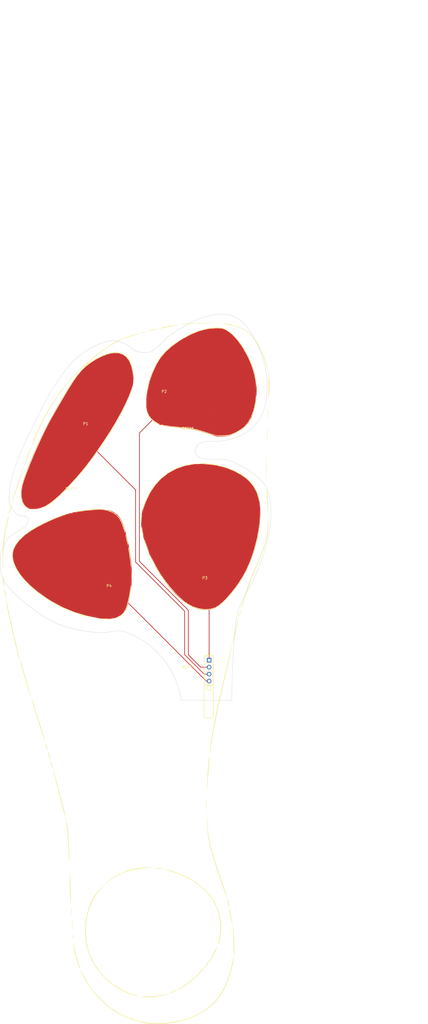
<source format=kicad_pcb>
(kicad_pcb (version 4) (host pcbnew 4.0.6)

  (general
    (links 4)
    (no_connects 0)
    (area 118.374999 165.624999 140.095001 165.775001)
    (thickness 1.6)
    (drawings 1115)
    (tracks 18)
    (zones 0)
    (modules 13)
    (nets 5)
  )

  (page A4)
  (layers
    (0 F.Cu signal)
    (31 B.Cu signal)
    (32 B.Adhes user)
    (33 F.Adhes user)
    (34 B.Paste user)
    (35 F.Paste user)
    (36 B.SilkS user)
    (37 F.SilkS user)
    (38 B.Mask user)
    (39 F.Mask user)
    (40 Dwgs.User user)
    (41 Cmts.User user)
    (42 Eco1.User user)
    (43 Eco2.User user)
    (44 Edge.Cuts user)
    (45 Margin user)
    (46 B.CrtYd user)
    (47 F.CrtYd user)
    (48 B.Fab user)
    (49 F.Fab user)
  )

  (setup
    (last_trace_width 0.25)
    (trace_clearance 0.2)
    (zone_clearance 0.508)
    (zone_45_only no)
    (trace_min 0.2)
    (segment_width 0.2)
    (edge_width 0.15)
    (via_size 0.6)
    (via_drill 0.4)
    (via_min_size 0.4)
    (via_min_drill 0.3)
    (uvia_size 0.3)
    (uvia_drill 0.1)
    (uvias_allowed no)
    (uvia_min_size 0.2)
    (uvia_min_drill 0.1)
    (pcb_text_width 0.3)
    (pcb_text_size 1.5 1.5)
    (mod_edge_width 0.15)
    (mod_text_size 1 1)
    (mod_text_width 0.15)
    (pad_size 1.524 1.524)
    (pad_drill 0.762)
    (pad_to_mask_clearance 0.2)
    (aux_axis_origin 0 0)
    (visible_elements 7FFFFFFF)
    (pcbplotparams
      (layerselection 0x010f0_80000001)
      (usegerberextensions false)
      (excludeedgelayer true)
      (linewidth 0.100000)
      (plotframeref false)
      (viasonmask false)
      (mode 1)
      (useauxorigin false)
      (hpglpennumber 1)
      (hpglpenspeed 20)
      (hpglpendiameter 15)
      (hpglpenoverlay 2)
      (psnegative false)
      (psa4output false)
      (plotreference true)
      (plotvalue true)
      (plotinvisibletext false)
      (padsonsilk true)
      (subtractmaskfromsilk false)
      (outputformat 1)
      (mirror false)
      (drillshape 0)
      (scaleselection 1)
      (outputdirectory C:/Users/smerrett79/SkyDrive/Documents/Remap/BIRU/sonassist/))
  )

  (net 0 "")
  (net 1 "Net-(J1-Pad1)")
  (net 2 "Net-(J1-Pad2)")
  (net 3 "Net-(J1-Pad3)")
  (net 4 "Net-(J1-Pad4)")

  (net_class Default "This is the default net class."
    (clearance 0.2)
    (trace_width 0.25)
    (via_dia 0.6)
    (via_drill 0.4)
    (uvia_dia 0.3)
    (uvia_drill 0.1)
    (add_net "Net-(J1-Pad1)")
    (add_net "Net-(J1-Pad2)")
    (add_net "Net-(J1-Pad3)")
    (add_net "Net-(J1-Pad4)")
  )

  (module BIRU:outlinesL (layer F.Cu) (tedit 0) (tstamp 596FE993)
    (at 104.91 159.5)
    (fp_text reference Left** (at 0 0) (layer F.SilkS) hide
      (effects (font (thickness 0.3)))
    )
    (fp_text value Left (at 0.75 0) (layer F.SilkS) hide
      (effects (font (thickness 0.3)))
    )
    (fp_poly (pts (xy 35.808556 104.044634) (xy 35.751879 104.58091) (xy 35.58378 105.499204) (xy 35.331147 106.664997)
      (xy 35.059748 107.790816) (xy 34.000405 111.39272) (xy 32.742342 114.532499) (xy 31.249479 117.257429)
      (xy 29.485738 119.61479) (xy 27.415038 121.651856) (xy 25.001302 123.415907) (xy 22.208451 124.954219)
      (xy 21.822299 125.136992) (xy 18.205093 126.551959) (xy 14.42735 127.49486) (xy 10.436452 127.976607)
      (xy 7.785504 128.048218) (xy 6.298378 128.008836) (xy 4.82138 127.918069) (xy 3.536092 127.789923)
      (xy 2.701655 127.656028) (xy -1.1493 126.554254) (xy -4.825306 124.974151) (xy -8.272597 122.952122)
      (xy -11.437405 120.524569) (xy -14.265965 117.727897) (xy -16.704509 114.598507) (xy -16.805313 114.448798)
      (xy -17.620166 113.189129) (xy -18.395462 111.916295) (xy -19.078305 110.725275) (xy -19.6158 109.711044)
      (xy -19.955051 108.968582) (xy -20.048164 108.626045) (xy -19.930803 108.751481) (xy -19.619071 109.259017)
      (xy -19.167314 110.057382) (xy -18.864673 110.613768) (xy -17.795553 112.531963) (xy -16.797125 114.134085)
      (xy -15.756349 115.573012) (xy -14.560186 117.001622) (xy -13.095596 118.572794) (xy -12.614317 119.066937)
      (xy -9.904318 121.474993) (xy -6.810604 123.592859) (xy -3.430958 125.362945) (xy 0.136838 126.727662)
      (xy 0.668421 126.889787) (xy 3.401913 127.483376) (xy 6.444019 127.770039) (xy 9.668988 127.754733)
      (xy 12.95107 127.442415) (xy 16.164517 126.838043) (xy 18.479858 126.187621) (xy 21.732301 124.939706)
      (xy 24.590598 123.43457) (xy 27.081487 121.639641) (xy 29.231707 119.522348) (xy 31.067996 117.050118)
      (xy 32.617093 114.190379) (xy 33.905736 110.910559) (xy 34.960665 107.178087) (xy 35.289843 105.71035)
      (xy 35.505042 104.765684) (xy 35.677897 104.151505) (xy 35.785211 103.942313) (xy 35.808556 104.044634)) (layer F.SilkS) (width 0.01))
    (fp_poly (pts (xy 11.156619 117.212759) (xy 10.996953 117.329753) (xy 10.424083 117.494226) (xy 9.555013 117.684234)
      (xy 8.506749 117.877831) (xy 7.396298 118.053072) (xy 6.340664 118.188013) (xy 5.614737 118.252171)
      (xy 4.433202 118.283793) (xy 3.227204 118.250863) (xy 2.54 118.192387) (xy 2.115004 118.119565)
      (xy 2.16383 118.06454) (xy 2.704517 118.025245) (xy 3.755103 117.999613) (xy 4.277895 117.993166)
      (xy 5.913469 117.933001) (xy 7.497832 117.797773) (xy 8.825969 117.606813) (xy 9.196664 117.529376)
      (xy 10.120052 117.331471) (xy 10.818359 117.216858) (xy 11.150305 117.208358) (xy 11.156619 117.212759)) (layer F.SilkS) (width 0.01))
    (fp_poly (pts (xy 5.548131 70.912518) (xy 6.003412 70.932714) (xy 6.019032 70.961533) (xy 5.569231 71.005333)
      (xy 4.62825 71.070473) (xy 3.734827 71.127663) (xy 0.066371 71.597577) (xy -3.340057 72.510008)
      (xy -6.459403 73.838953) (xy -9.266614 75.558406) (xy -11.736636 77.642364) (xy -13.844416 80.064822)
      (xy -15.564899 82.799777) (xy -16.873033 85.821224) (xy -17.743763 89.103159) (xy -18.152037 92.619577)
      (xy -18.181052 93.875067) (xy -17.98747 97.253278) (xy -17.391216 100.385648) (xy -16.584165 102.866051)
      (xy -15.138822 105.877003) (xy -13.239974 108.682836) (xy -10.947163 111.229183) (xy -8.319932 113.461677)
      (xy -5.417823 115.325951) (xy -2.300378 116.767638) (xy -0.802105 117.276452) (xy 0.056224 117.553136)
      (xy 0.594239 117.763206) (xy 0.729004 117.872577) (xy 0.668421 117.880769) (xy 0.124574 117.801307)
      (xy -0.708531 117.596797) (xy -1.344445 117.407621) (xy -4.329993 116.194286) (xy -7.19679 114.533337)
      (xy -9.871546 112.493105) (xy -12.280973 110.141921) (xy -14.351783 107.548114) (xy -16.010687 104.780015)
      (xy -16.80546 102.992603) (xy -17.830758 99.613646) (xy -18.37578 96.104794) (xy -18.43882 92.554217)
      (xy -18.01817 89.050085) (xy -17.138965 85.757439) (xy -16.256946 83.549945) (xy -15.209076 81.62338)
      (xy -13.891074 79.815058) (xy -12.198656 77.962293) (xy -12.040884 77.80421) (xy -9.314416 75.436934)
      (xy -6.381874 73.555061) (xy -3.263208 72.166835) (xy 0.021631 71.280502) (xy 3.452695 70.904305)
      (xy 4.678948 70.894584) (xy 5.548131 70.912518)) (layer F.SilkS) (width 0.01))
    (fp_poly (pts (xy 11.942456 116.929123) (xy 11.905755 117.088073) (xy 11.764211 117.107368) (xy 11.544136 117.009542)
      (xy 11.585965 116.929123) (xy 11.903269 116.897124) (xy 11.942456 116.929123)) (layer F.SilkS) (width 0.01))
    (fp_poly (pts (xy 14.994333 115.741766) (xy 14.494689 116.004661) (xy 13.818675 116.314364) (xy 13.128029 116.599286)
      (xy 12.584491 116.787836) (xy 12.383067 116.824598) (xy 12.484592 116.71862) (xy 12.966934 116.458228)
      (xy 13.610363 116.153031) (xy 14.394021 115.81969) (xy 14.958253 115.621855) (xy 15.155868 115.597271)
      (xy 14.994333 115.741766)) (layer F.SilkS) (width 0.01))
    (fp_poly (pts (xy 29.796752 99.995789) (xy 29.200284 101.536624) (xy 28.244825 103.302599) (xy 27.001499 105.201139)
      (xy 25.541433 107.139668) (xy 23.93575 109.025609) (xy 22.255577 110.766389) (xy 20.572037 112.269429)
      (xy 20.052632 112.67867) (xy 19.108478 113.366197) (xy 18.094634 114.05548) (xy 17.121002 114.677653)
      (xy 16.297484 115.163847) (xy 15.733984 115.445198) (xy 15.570194 115.487434) (xy 15.601498 115.36011)
      (xy 15.877508 115.153224) (xy 17.613481 114.039318) (xy 18.991679 113.110908) (xy 20.119047 112.288965)
      (xy 21.102534 111.494456) (xy 22.049088 110.648353) (xy 22.324496 110.38913) (xy 24.940881 107.590873)
      (xy 27.183742 104.543621) (xy 28.76231 101.783533) (xy 29.240955 100.84692) (xy 29.595819 100.201726)
      (xy 29.78804 99.915115) (xy 29.796752 99.995789)) (layer F.SilkS) (width 0.01))
    (fp_poly (pts (xy -22.583541 98.640744) (xy -22.466091 99.293045) (xy -22.306633 100.263158) (xy -22.022575 101.70717)
      (xy -21.619611 103.366323) (xy -21.168971 104.955966) (xy -21.001968 105.476842) (xy -20.597167 106.726229)
      (xy -20.333989 107.616064) (xy -20.215779 108.117345) (xy -20.245882 108.201071) (xy -20.427643 107.838238)
      (xy -20.764405 106.999845) (xy -20.853384 106.765291) (xy -21.559507 104.636989) (xy -22.122169 102.437693)
      (xy -22.490269 100.381875) (xy -22.58314 99.505114) (xy -22.633629 98.769906) (xy -22.636575 98.474073)
      (xy -22.583541 98.640744)) (layer F.SilkS) (width 0.01))
    (fp_poly (pts (xy 35.574093 92.910526) (xy 35.658728 93.466219) (xy 35.746943 94.389967) (xy 35.834289 95.583177)
      (xy 35.916317 96.947255) (xy 35.988578 98.383609) (xy 36.046624 99.793645) (xy 36.086006 101.078771)
      (xy 36.102275 102.140393) (xy 36.090982 102.879918) (xy 36.04768 103.198753) (xy 36.038567 103.20421)
      (xy 35.985239 102.951333) (xy 35.920532 102.250115) (xy 35.850268 101.186674) (xy 35.780271 99.847128)
      (xy 35.726731 98.592105) (xy 35.660547 96.989778) (xy 35.591009 95.496843) (xy 35.524053 94.228132)
      (xy 35.46562 93.298482) (xy 35.43292 92.910526) (xy 35.31726 91.841052) (xy 35.574093 92.910526)) (layer F.SilkS) (width 0.01))
    (fp_poly (pts (xy 11.664925 71.759904) (xy 12.639596 72.025996) (xy 13.869097 72.42493) (xy 15.236583 72.91439)
      (xy 16.625208 73.452063) (xy 17.918129 73.995634) (xy 18.998501 74.502789) (xy 19.250526 74.634401)
      (xy 22.381177 76.55661) (xy 25.0271 78.694164) (xy 27.198349 81.059582) (xy 28.904973 83.665383)
      (xy 30.157024 86.524086) (xy 30.856543 89.089806) (xy 31.072574 90.362387) (xy 31.225742 91.697423)
      (xy 31.282105 92.776842) (xy 31.227948 93.810798) (xy 31.08352 95.04255) (xy 30.875886 96.322703)
      (xy 30.632111 97.501859) (xy 30.379261 98.430622) (xy 30.168042 98.926316) (xy 29.986296 99.162131)
      (xy 30.031823 98.920194) (xy 30.050905 98.858076) (xy 30.549064 96.817799) (xy 30.861367 94.604015)
      (xy 30.955298 92.482624) (xy 30.924247 91.716768) (xy 30.44457 88.470444) (xy 29.488242 85.459343)
      (xy 28.062584 82.691281) (xy 26.174918 80.174073) (xy 23.832567 77.915535) (xy 21.04285 75.923482)
      (xy 17.813091 74.20573) (xy 14.15061 72.770095) (xy 12.768534 72.335917) (xy 11.848134 72.047085)
      (xy 11.232425 71.820338) (xy 11.005937 71.688711) (xy 11.061928 71.668967) (xy 11.664925 71.759904)) (layer F.SilkS) (width 0.01))
    (fp_poly (pts (xy -22.800711 95.382076) (xy -22.799914 95.388472) (xy -22.756251 96.260403) (xy -22.802642 96.992683)
      (xy -22.858355 97.140367) (xy -22.897254 96.822244) (xy -22.910835 96.118947) (xy -22.894766 95.432806)
      (xy -22.85522 95.168497) (xy -22.800711 95.382076)) (layer F.SilkS) (width 0.01))
    (fp_poly (pts (xy -23.063626 90.580015) (xy -23.024376 91.706531) (xy -23.04206 92.870566) (xy -23.064892 93.253699)
      (xy -23.1048 93.533681) (xy -23.136873 93.330442) (xy -23.157521 92.695481) (xy -23.163401 91.841052)
      (xy -23.154669 90.892339) (xy -23.131932 90.348001) (xy -23.098766 90.253237) (xy -23.063626 90.580015)) (layer F.SilkS) (width 0.01))
    (fp_poly (pts (xy 34.37641 86.135828) (xy 34.527567 86.75802) (xy 34.718176 87.703487) (xy 34.886232 88.637979)
      (xy 35.072987 89.798969) (xy 35.202972 90.750608) (xy 35.262089 91.379109) (xy 35.249766 91.571988)
      (xy 35.159975 91.376466) (xy 35.008677 90.755074) (xy 34.81855 89.810007) (xy 34.650948 88.873263)
      (xy 34.465123 87.711914) (xy 34.335395 86.760285) (xy 34.275841 86.132005) (xy 34.287413 85.939254)
      (xy 34.37641 86.135828)) (layer F.SilkS) (width 0.01))
    (fp_poly (pts (xy -23.332652 85.758421) (xy -23.290576 86.823181) (xy -23.323438 87.918607) (xy -23.332652 88.031052)
      (xy -23.37675 88.297502) (xy -23.411311 88.081649) (xy -23.431614 87.435903) (xy -23.434999 86.894737)
      (xy -23.424949 86.02711) (xy -23.397948 85.559459) (xy -23.358715 85.544197) (xy -23.332652 85.758421)) (layer F.SilkS) (width 0.01))
    (fp_poly (pts (xy 33.638947 82.593259) (xy 33.80534 83.16196) (xy 33.95579 83.82) (xy 34.106276 84.654774)
      (xy 34.171427 85.252959) (xy 34.151022 85.451785) (xy 34.04062 85.280184) (xy 33.875138 84.713947)
      (xy 33.726617 84.049173) (xy 33.579657 83.213073) (xy 33.513908 82.61557) (xy 33.531384 82.417387)
      (xy 33.638947 82.593259)) (layer F.SilkS) (width 0.01))
    (fp_poly (pts (xy -23.946187 72.701641) (xy -23.914025 73.2875) (xy -23.872913 74.352587) (xy -23.82107 75.916688)
      (xy -23.770938 77.531888) (xy -23.71742 79.381819) (xy -23.674854 81.046724) (xy -23.644621 82.4547)
      (xy -23.628102 83.533842) (xy -23.62668 84.212246) (xy -23.638574 84.420329) (xy -23.684372 84.203652)
      (xy -23.750026 83.558558) (xy -23.826036 82.59056) (xy -23.888616 81.643164) (xy -23.951083 80.27418)
      (xy -23.996923 78.573729) (xy -24.022234 76.744928) (xy -24.023113 74.990893) (xy -24.020979 74.754723)
      (xy -24.006797 73.62155) (xy -23.990792 72.888453) (xy -23.971183 72.575221) (xy -23.946187 72.701641)) (layer F.SilkS) (width 0.01))
    (fp_poly (pts (xy 26.214101 54.810526) (xy 26.341158 56.432679) (xy 26.477696 57.894811) (xy 26.638613 59.254744)
      (xy 26.838808 60.570299) (xy 27.093181 61.899297) (xy 27.416629 63.299559) (xy 27.824051 64.828906)
      (xy 28.330347 66.54516) (xy 28.950415 68.506143) (xy 29.699155 70.769675) (xy 30.591464 73.393577)
      (xy 31.642242 76.435672) (xy 32.199128 78.037977) (xy 32.640946 79.337414) (xy 33.002377 80.457827)
      (xy 33.253648 81.302332) (xy 33.364985 81.774046) (xy 33.365411 81.833067) (xy 33.257342 81.674508)
      (xy 33.012316 81.090953) (xy 32.662161 80.164807) (xy 32.238708 78.978476) (xy 32.035859 78.390879)
      (xy 31.526446 76.902332) (xy 30.900659 75.076482) (xy 30.216231 73.081622) (xy 29.530898 71.086045)
      (xy 29.032673 69.636745) (xy 27.988829 66.405078) (xy 27.200932 63.483951) (xy 26.640604 60.731024)
      (xy 26.279463 58.003956) (xy 26.089131 55.160408) (xy 26.076616 54.810526) (xy 25.966985 51.468421)
      (xy 26.214101 54.810526)) (layer F.SilkS) (width 0.01))
    (fp_poly (pts (xy 8.819057 71.239702) (xy 9.678193 71.368077) (xy 9.758948 71.387368) (xy 10.253849 71.525227)
      (xy 10.25021 71.578606) (xy 9.892632 71.582946) (xy 9.207072 71.536108) (xy 8.307483 71.429472)
      (xy 8.021053 71.387368) (xy 6.817895 71.200314) (xy 7.887369 71.19179) (xy 8.819057 71.239702)) (layer F.SilkS) (width 0.01))
    (fp_poly (pts (xy -25.18824 54.239876) (xy -25.044279 54.834021) (xy -24.890048 55.805831) (xy -24.732484 57.077042)
      (xy -24.578527 58.569391) (xy -24.435114 60.204613) (xy -24.309183 61.904446) (xy -24.207674 63.590627)
      (xy -24.137525 65.18489) (xy -24.105673 66.608974) (xy -24.114386 67.64421) (xy -24.144326 68.528521)
      (xy -24.173174 69.021506) (xy -24.203892 69.097982) (xy -24.239442 68.732766) (xy -24.282787 67.900674)
      (xy -24.33689 66.576523) (xy -24.381722 65.371579) (xy -24.468024 63.50567) (xy -24.589356 61.570544)
      (xy -24.733384 59.728676) (xy -24.887777 58.142538) (xy -24.997914 57.253735) (xy -25.159081 56.043295)
      (xy -25.272343 55.040982) (xy -25.326666 54.356494) (xy -25.314991 54.101658) (xy -25.18824 54.239876)) (layer F.SilkS) (width 0.01))
    (fp_poly (pts (xy -25.490295 52.872105) (xy -25.454982 53.419501) (xy -25.490295 53.540526) (xy -25.587883 53.574114)
      (xy -25.625152 53.206316) (xy -25.583135 52.826751) (xy -25.490295 52.872105)) (layer F.SilkS) (width 0.01))
    (fp_poly (pts (xy -30.050814 35.351861) (xy -29.843795 36.011188) (xy -29.543031 37.036697) (xy -29.169156 38.352775)
      (xy -28.742803 39.883805) (xy -28.284605 41.554174) (xy -27.815196 43.288266) (xy -27.355209 45.010467)
      (xy -26.925277 46.645162) (xy -26.546034 48.116735) (xy -26.238112 49.349574) (xy -26.061401 50.093823)
      (xy -25.864857 51.044853) (xy -25.747164 51.799354) (xy -25.732839 52.198972) (xy -25.734581 52.204797)
      (xy -25.827059 52.095246) (xy -25.993892 51.563687) (xy -26.204764 50.712505) (xy -26.288531 50.334023)
      (xy -26.490941 49.460814) (xy -26.808697 48.174925) (xy -27.215386 46.579278) (xy -27.684591 44.776797)
      (xy -28.189896 42.870403) (xy -28.500833 41.714272) (xy -28.975143 39.94153) (xy -29.392119 38.34556)
      (xy -29.734183 36.996783) (xy -29.983753 35.965621) (xy -30.123251 35.322493) (xy -30.143455 35.134332)
      (xy -30.050814 35.351861)) (layer F.SilkS) (width 0.01))
    (fp_poly (pts (xy 25.85128 46.092398) (xy 25.865889 46.332698) (xy 25.901794 47.609541) (xy 25.895248 48.981365)
      (xy 25.865039 49.808488) (xy 25.831503 50.170181) (xy 25.803314 50.041729) (xy 25.782773 49.467715)
      (xy 25.772184 48.492721) (xy 25.771252 47.992631) (xy 25.777638 46.881895) (xy 25.794633 46.168138)
      (xy 25.819944 45.891569) (xy 25.85128 46.092398)) (layer F.SilkS) (width 0.01))
    (fp_poly (pts (xy 26.95074 30.612264) (xy 26.924491 31.352552) (xy 26.861771 32.460992) (xy 26.767332 33.855279)
      (xy 26.645928 35.453112) (xy 26.622875 35.739985) (xy 26.482803 37.491242) (xy 26.351541 39.172781)
      (xy 26.237876 40.668948) (xy 26.150593 41.864089) (xy 26.098478 42.642552) (xy 26.098317 42.645263)
      (xy 26.070613 42.977217) (xy 26.057791 42.821603) (xy 26.060019 42.225388) (xy 26.077465 41.235536)
      (xy 26.091157 40.64) (xy 26.138948 39.257515) (xy 26.215045 37.733215) (xy 26.312382 36.153402)
      (xy 26.423897 34.604375) (xy 26.542523 33.172435) (xy 26.661196 31.943882) (xy 26.772852 31.005017)
      (xy 26.870426 30.44214) (xy 26.935764 30.32243) (xy 26.95074 30.612264)) (layer F.SilkS) (width 0.01))
    (fp_poly (pts (xy -30.805277 32.340655) (xy -30.617461 32.886441) (xy -30.502281 33.309649) (xy -30.340226 34.058101)
      (xy -30.280853 34.560614) (xy -30.299957 34.666975) (xy -30.422091 34.50145) (xy -30.609907 33.955664)
      (xy -30.725088 33.532456) (xy -30.887142 32.784004) (xy -30.946515 32.281491) (xy -30.927411 32.17513)
      (xy -30.805277 32.340655)) (layer F.SilkS) (width 0.01))
    (fp_poly (pts (xy -31.878346 28.61112) (xy -31.669294 29.180099) (xy -31.4325 29.961973) (xy -31.211344 30.823043)
      (xy -31.087245 31.455488) (xy -31.083862 31.707721) (xy -31.20496 31.531605) (xy -31.413724 30.963469)
      (xy -31.649737 30.17921) (xy -31.869532 29.317539) (xy -31.993721 28.685281) (xy -31.998375 28.433463)
      (xy -31.878346 28.61112)) (layer F.SilkS) (width 0.01))
    (fp_poly (pts (xy 35.188666 -10.04295) (xy 35.044134 -9.300834) (xy 34.801756 -8.14571) (xy 34.473303 -6.631461)
      (xy 34.070546 -4.811973) (xy 33.605254 -2.741129) (xy 33.089198 -0.472815) (xy 32.75597 0.978445)
      (xy 31.838049 4.987129) (xy 31.038303 8.536569) (xy 30.344597 11.686139) (xy 29.744798 14.495212)
      (xy 29.22677 17.023161) (xy 28.778379 19.32936) (xy 28.38749 21.473182) (xy 28.04197 23.513999)
      (xy 27.729683 25.511184) (xy 27.695997 25.736416) (xy 27.482909 27.11559) (xy 27.29673 28.222199)
      (xy 27.150171 28.988638) (xy 27.055945 29.347304) (xy 27.02679 29.295364) (xy 27.064053 28.639269)
      (xy 27.190149 27.54406) (xy 27.391273 26.095416) (xy 27.653618 24.379019) (xy 27.963379 22.480546)
      (xy 28.306747 20.485679) (xy 28.669919 18.480096) (xy 29.039086 16.549478) (xy 29.248553 15.507368)
      (xy 29.542999 14.104354) (xy 29.91042 12.404395) (xy 30.337392 10.465512) (xy 30.810493 8.345723)
      (xy 31.316298 6.103051) (xy 31.841383 3.795515) (xy 32.372326 1.481136) (xy 32.895702 -0.782067)
      (xy 33.398087 -2.936072) (xy 33.866058 -4.922859) (xy 34.286192 -6.684408) (xy 34.645065 -8.162699)
      (xy 34.929252 -9.299711) (xy 35.125331 -10.037424) (xy 35.219877 -10.317817) (xy 35.223582 -10.318173)
      (xy 35.188666 -10.04295)) (layer F.SilkS) (width 0.01))
    (fp_poly (pts (xy -32.680244 25.932502) (xy -32.471136 26.461819) (xy -32.375885 26.761148) (xy -32.197575 27.456409)
      (xy -32.139454 27.901976) (xy -32.156526 27.967754) (xy -32.290282 27.808551) (xy -32.49939 27.279233)
      (xy -32.594641 26.979904) (xy -32.772951 26.284643) (xy -32.831072 25.839076) (xy -32.814 25.773299)
      (xy -32.680244 25.932502)) (layer F.SilkS) (width 0.01))
    (fp_poly (pts (xy -37.895089 9.357895) (xy -37.773124 9.642846) (xy -37.522181 10.35913) (xy -37.165676 11.431544)
      (xy -36.727024 12.784883) (xy -36.229638 14.343944) (xy -35.696934 16.033522) (xy -35.152327 17.778414)
      (xy -34.619229 19.503416) (xy -34.121057 21.133324) (xy -33.681224 22.592933) (xy -33.323145 23.807041)
      (xy -33.070236 24.700443) (xy -32.945909 25.197935) (xy -32.939394 25.274833) (xy -33.042507 25.057279)
      (xy -33.282971 24.390579) (xy -33.640299 23.336499) (xy -34.094004 21.956802) (xy -34.623599 20.313255)
      (xy -35.208596 18.467623) (xy -35.406424 17.837163) (xy -36.136095 15.504757) (xy -36.719964 13.633507)
      (xy -37.17242 12.174391) (xy -37.507851 11.078386) (xy -37.740644 10.296468) (xy -37.885189 9.779616)
      (xy -37.955874 9.478807) (xy -37.967086 9.345017) (xy -37.933214 9.329224) (xy -37.895089 9.357895)) (layer F.SilkS) (width 0.01))
    (fp_poly (pts (xy -42.120135 -4.678948) (xy -41.976845 -4.286536) (xy -41.717131 -3.487103) (xy -41.365234 -2.362113)
      (xy -40.945397 -0.993026) (xy -40.481865 0.538695) (xy -39.998879 2.151588) (xy -39.520683 3.76419)
      (xy -39.07152 5.29504) (xy -38.675633 6.662675) (xy -38.357265 7.785633) (xy -38.140659 8.582452)
      (xy -38.050057 8.97167) (xy -38.050387 8.996352) (xy -38.152915 8.780981) (xy -38.38694 8.121495)
      (xy -38.730231 7.085944) (xy -39.160561 5.742375) (xy -39.655698 4.158838) (xy -40.049032 2.87818)
      (xy -40.741616 0.587009) (xy -41.309723 -1.333477) (xy -41.746623 -2.85872) (xy -42.045587 -3.964167)
      (xy -42.199884 -4.625262) (xy -42.202785 -4.817448) (xy -42.120135 -4.678948)) (layer F.SilkS) (width 0.01))
    (fp_poly (pts (xy -47.246659 -26.820419) (xy -47.100444 -26.244053) (xy -46.878571 -25.27279) (xy -46.595523 -23.971383)
      (xy -46.265781 -22.404585) (xy -46.002208 -21.122105) (xy -45.552908 -18.978207) (xy -45.04519 -16.660458)
      (xy -44.517158 -14.336062) (xy -44.00692 -12.172226) (xy -43.55258 -10.336155) (xy -43.479517 -10.052763)
      (xy -43.09357 -8.533024) (xy -42.771348 -7.197262) (xy -42.531586 -6.128907) (xy -42.39302 -5.411389)
      (xy -42.373728 -5.128728) (xy -42.51114 -5.124779) (xy -42.511579 -5.13593) (xy -42.575144 -5.427583)
      (xy -42.752447 -6.156565) (xy -43.023399 -7.242484) (xy -43.367911 -8.604948) (xy -43.765895 -10.163566)
      (xy -43.842244 -10.461018) (xy -44.23633 -12.044844) (xy -44.663082 -13.845829) (xy -45.106176 -15.786252)
      (xy -45.549288 -17.788394) (xy -45.976096 -19.774536) (xy -46.370276 -21.666957) (xy -46.715504 -23.387939)
      (xy -46.995457 -24.85976) (xy -47.19381 -26.004702) (xy -47.294242 -26.745045) (xy -47.302735 -26.937136)
      (xy -47.246659 -26.820419)) (layer F.SilkS) (width 0.01))
    (fp_poly (pts (xy 37.605156 -19.909731) (xy 37.566767 -19.578109) (xy 37.411704 -18.818447) (xy 37.160187 -17.719622)
      (xy 36.832438 -16.370511) (xy 36.512352 -15.106316) (xy 36.135207 -13.665627) (xy 35.805806 -12.451218)
      (xy 35.545417 -11.537913) (xy 35.375309 -11.000537) (xy 35.316935 -10.90076) (xy 35.367091 -11.271319)
      (xy 35.522526 -12.018905) (xy 35.758568 -13.046381) (xy 36.050544 -14.256606) (xy 36.373781 -15.552444)
      (xy 36.703607 -16.836755) (xy 37.015349 -18.012401) (xy 37.284335 -18.982244) (xy 37.485892 -19.649145)
      (xy 37.595348 -19.915966) (xy 37.605156 -19.909731)) (layer F.SilkS) (width 0.01))
    (fp_poly (pts (xy -11.588205 -19.843364) (xy -11.496842 -19.839648) (xy -10.272967 -19.781392) (xy -9.259909 -19.718855)
      (xy -8.568283 -19.659831) (xy -8.310702 -19.615111) (xy -8.475129 -19.561233) (xy -9.045056 -19.538398)
      (xy -9.89239 -19.542696) (xy -10.889038 -19.570219) (xy -11.906906 -19.617056) (xy -12.817902 -19.6793)
      (xy -13.493932 -19.75304) (xy -13.635789 -19.777628) (xy -13.758855 -19.840213) (xy -13.414325 -19.873315)
      (xy -12.668631 -19.875008) (xy -11.588205 -19.843364)) (layer F.SilkS) (width 0.01))
    (fp_poly (pts (xy -1.655554 -31.952362) (xy -1.638898 -31.645852) (xy -1.70025 -30.231015) (xy -1.938538 -28.586656)
      (xy -2.317085 -26.847254) (xy -2.799216 -25.147286) (xy -3.348254 -23.621231) (xy -3.927524 -22.403567)
      (xy -4.317902 -21.822838) (xy -5.090588 -21.079795) (xy -6.04454 -20.425144) (xy -6.999711 -19.964697)
      (xy -7.753684 -19.803641) (xy -7.759489 -19.890407) (xy -7.355467 -20.107492) (xy -6.847645 -20.320746)
      (xy -5.485017 -21.004804) (xy -4.500351 -21.896721) (xy -3.755298 -23.104911) (xy -3.356193 -24.127433)
      (xy -2.938197 -25.530896) (xy -2.537706 -27.164367) (xy -2.19112 -28.876917) (xy -1.934835 -30.517615)
      (xy -1.901085 -30.793811) (xy -1.785253 -31.693222) (xy -1.704948 -32.074406) (xy -1.655554 -31.952362)) (layer F.SilkS) (width 0.01))
    (fp_poly (pts (xy -14.905789 -20.229705) (xy -14.872202 -20.132117) (xy -15.24 -20.094848) (xy -15.619564 -20.136865)
      (xy -15.57421 -20.229705) (xy -15.026815 -20.265018) (xy -14.905789 -20.229705)) (layer F.SilkS) (width 0.01))
    (fp_poly (pts (xy -24.723379 -58.119153) (xy -25.028437 -57.968665) (xy -25.719131 -57.703165) (xy -26.734159 -57.348256)
      (xy -26.736842 -57.347349) (xy -28.938419 -56.524311) (xy -31.344332 -55.49094) (xy -33.780948 -54.330549)
      (xy -36.074632 -53.126448) (xy -38.051753 -51.961949) (xy -38.319467 -51.789857) (xy -40.584756 -50.127444)
      (xy -42.393092 -48.39961) (xy -43.72368 -46.632458) (xy -44.555724 -44.852094) (xy -44.82977 -43.617187)
      (xy -44.784448 -41.875405) (xy -44.277752 -39.967774) (xy -43.336885 -37.945772) (xy -41.989056 -35.860878)
      (xy -40.261469 -33.764572) (xy -38.876077 -32.351579) (xy -35.280959 -29.269836) (xy -31.352941 -26.548799)
      (xy -27.171201 -24.23273) (xy -22.81492 -22.365891) (xy -18.715789 -21.08185) (xy -17.644598 -20.793451)
      (xy -16.859324 -20.558404) (xy -16.440344 -20.402547) (xy -16.443158 -20.351333) (xy -16.930682 -20.415084)
      (xy -17.784518 -20.590689) (xy -18.855933 -20.846222) (xy -19.38421 -20.982694) (xy -23.417726 -22.298768)
      (xy -27.467365 -24.101084) (xy -31.457652 -26.349051) (xy -35.313111 -29.002078) (xy -37.431579 -30.68847)
      (xy -39.628732 -32.70801) (xy -41.501031 -34.792222) (xy -43.018319 -36.890388) (xy -44.150442 -38.951789)
      (xy -44.867241 -40.925707) (xy -45.13856 -42.761424) (xy -45.100744 -43.58674) (xy -44.63762 -45.40082)
      (xy -43.677398 -47.184512) (xy -42.213043 -48.944616) (xy -40.237523 -50.687933) (xy -37.743803 -52.421265)
      (xy -34.724851 -54.151414) (xy -33.554737 -54.751527) (xy -31.992722 -55.493029) (xy -30.308729 -56.22719)
      (xy -28.624929 -56.906521) (xy -27.063496 -57.483537) (xy -25.746602 -57.910749) (xy -24.865263 -58.129023)
      (xy -24.723379 -58.119153)) (layer F.SilkS) (width 0.01))
    (fp_poly (pts (xy 38.384256 -22.492875) (xy 38.334001 -22.191579) (xy 38.149874 -21.389874) (xy 37.938219 -20.739425)
      (xy 37.930312 -20.721053) (xy 37.803533 -20.519509) (xy 37.815745 -20.820809) (xy 37.866 -21.122105)
      (xy 38.050127 -21.923811) (xy 38.261781 -22.57426) (xy 38.269688 -22.592632) (xy 38.396468 -22.794175)
      (xy 38.384256 -22.492875)) (layer F.SilkS) (width 0.01))
    (fp_poly (pts (xy 45.593152 -57.350527) (xy 45.281166 -53.118098) (xy 44.535915 -48.813336) (xy 43.391133 -44.53677)
      (xy 41.880553 -40.388931) (xy 40.037906 -36.470349) (xy 37.896925 -32.881554) (xy 36.918921 -31.499542)
      (xy 34.899317 -28.91929) (xy 33.050537 -26.823941) (xy 31.377263 -25.218254) (xy 29.884181 -24.106986)
      (xy 29.340852 -23.803181) (xy 27.443316 -23.148315) (xy 25.359826 -22.965616) (xy 23.1584 -23.256675)
      (xy 21.894072 -23.629091) (xy 20.687906 -24.130475) (xy 19.417474 -24.774186) (xy 18.628094 -25.247497)
      (xy 17.595213 -26.040713) (xy 16.338507 -27.174666) (xy 14.946429 -28.556014) (xy 13.507433 -30.091412)
      (xy 12.10997 -31.687519) (xy 10.842494 -33.25099) (xy 10.102359 -34.244563) (xy 9.471989 -35.179752)
      (xy 8.743085 -36.342119) (xy 7.966086 -37.641447) (xy 7.191429 -38.987519) (xy 6.469554 -40.290119)
      (xy 5.850898 -41.45903) (xy 5.3859 -42.404036) (xy 5.124998 -43.034919) (xy 5.086782 -43.215674)
      (xy 5.203906 -43.07971) (xy 5.52053 -42.546425) (xy 5.99234 -41.694415) (xy 6.575021 -40.602276)
      (xy 6.765139 -40.238948) (xy 7.956765 -38.033244) (xy 9.080933 -36.152446) (xy 10.255111 -34.419712)
      (xy 11.596766 -32.658204) (xy 12.676946 -31.339058) (xy 14.43703 -29.336326) (xy 16.128733 -27.607411)
      (xy 17.685232 -26.216686) (xy 18.983158 -25.263992) (xy 20.983163 -24.230961) (xy 23.087568 -23.561033)
      (xy 25.189991 -23.268167) (xy 27.184049 -23.366323) (xy 28.963363 -23.869458) (xy 29.109643 -23.935226)
      (xy 30.337535 -24.688211) (xy 31.733942 -25.852873) (xy 33.239354 -27.357207) (xy 34.794264 -29.129207)
      (xy 36.339162 -31.096867) (xy 37.814539 -33.188182) (xy 39.160888 -35.331147) (xy 40.318699 -37.453756)
      (xy 40.374136 -37.565263) (xy 41.936171 -41.156187) (xy 43.265372 -45.092123) (xy 44.322297 -49.219541)
      (xy 45.067503 -53.384913) (xy 45.457077 -57.350527) (xy 45.674187 -61.361053) (xy 45.593152 -57.350527)) (layer F.SilkS) (width 0.01))
    (fp_poly (pts (xy 48.506873 -54.740122) (xy 48.412739 -52.890446) (xy 48.254866 -51.215263) (xy 48.009117 -49.627372)
      (xy 47.651354 -48.039569) (xy 47.157442 -46.364653) (xy 46.503244 -44.51542) (xy 45.664622 -42.40467)
      (xy 44.61744 -39.945198) (xy 44.060467 -38.675922) (xy 42.988542 -36.165934) (xy 42.0052 -33.672904)
      (xy 41.061924 -31.062425) (xy 40.110201 -28.200088) (xy 39.101516 -24.951487) (xy 39.075482 -24.865263)
      (xy 38.814378 -24.052637) (xy 38.61865 -23.542666) (xy 38.527675 -23.436825) (xy 38.526062 -23.449359)
      (xy 38.593813 -23.855965) (xy 38.80351 -24.67353) (xy 39.125365 -25.806606) (xy 39.529592 -27.159741)
      (xy 39.986403 -28.637485) (xy 40.466012 -30.144388) (xy 40.938632 -31.585) (xy 41.374476 -32.863871)
      (xy 41.743757 -33.885549) (xy 41.929931 -34.356842) (xy 42.329178 -35.296656) (xy 42.880352 -36.575633)
      (xy 43.518588 -38.044114) (xy 44.179019 -39.552444) (xy 44.36351 -39.971579) (xy 45.458305 -42.525013)
      (xy 46.32534 -44.732619) (xy 46.997017 -46.71575) (xy 47.50574 -48.59576) (xy 47.883912 -50.494002)
      (xy 48.163938 -52.531829) (xy 48.37822 -54.830594) (xy 48.397159 -55.077895) (xy 48.628914 -58.152632)
      (xy 48.506873 -54.740122)) (layer F.SilkS) (width 0.01))
    (fp_poly (pts (xy -47.683808 -30.477784) (xy -47.562358 -29.909017) (xy -47.468178 -29.266559) (xy -47.385841 -28.427425)
      (xy -47.36921 -27.829043) (xy -47.403509 -27.637895) (xy -47.49935 -27.808532) (xy -47.6208 -28.377299)
      (xy -47.71498 -29.019757) (xy -47.797317 -29.858891) (xy -47.813948 -30.457273) (xy -47.779649 -30.648421)
      (xy -47.683808 -30.477784)) (layer F.SilkS) (width 0.01))
    (fp_poly (pts (xy -48.247574 -34.996697) (xy -48.144202 -34.40049) (xy -48.039338 -33.507721) (xy -48.016223 -33.263777)
      (xy -47.943046 -32.276887) (xy -47.917148 -31.516273) (xy -47.942516 -31.120867) (xy -47.954031 -31.097899)
      (xy -48.034629 -31.281891) (xy -48.137974 -31.880065) (xy -48.244575 -32.773538) (xy -48.267864 -33.012136)
      (xy -48.343166 -33.998367) (xy -48.369171 -34.759272) (xy -48.34187 -35.155271) (xy -48.330056 -35.178014)
      (xy -48.247574 -34.996697)) (layer F.SilkS) (width 0.01))
    (fp_poly (pts (xy -1.407095 -36.963684) (xy -1.367509 -35.789653) (xy -1.386355 -34.53551) (xy -1.407095 -34.156316)
      (xy -1.445501 -33.832228) (xy -1.476868 -33.995707) (xy -1.497896 -34.599594) (xy -1.505294 -35.56)
      (xy -1.497427 -36.545535) (xy -1.476025 -37.136342) (xy -1.444388 -37.285263) (xy -1.407095 -36.963684)) (layer F.SilkS) (width 0.01))
    (fp_poly (pts (xy -46.278644 -57.255436) (xy -46.329386 -56.811177) (xy -46.485371 -56.043537) (xy -46.645474 -55.383857)
      (xy -47.351506 -52.119673) (xy -47.882771 -48.443172) (xy -48.243789 -44.317935) (xy -48.391833 -41.308421)
      (xy -48.602671 -35.426316) (xy -48.531246 -41.308421) (xy -48.495624 -43.463307) (xy -48.440237 -45.213538)
      (xy -48.354848 -46.689111) (xy -48.229224 -48.020022) (xy -48.053131 -49.336269) (xy -47.816335 -50.767849)
      (xy -47.762962 -51.067369) (xy -47.456312 -52.705746) (xy -47.154359 -54.197687) (xy -46.87315 -55.476297)
      (xy -46.62873 -56.474677) (xy -46.437146 -57.125932) (xy -46.314445 -57.363165) (xy -46.278644 -57.255436)) (layer F.SilkS) (width 0.01))
    (fp_poly (pts (xy -2.492336 -45.987982) (xy -2.356344 -45.400805) (xy -2.200489 -44.509787) (xy -2.040127 -43.429178)
      (xy -1.890614 -42.273225) (xy -1.767307 -41.156178) (xy -1.685563 -40.192288) (xy -1.660739 -39.495802)
      (xy -1.671846 -39.303158) (xy -1.742889 -38.775827) (xy -1.784279 -38.716923) (xy -1.813845 -39.153194)
      (xy -1.82879 -39.538622) (xy -1.890528 -40.322023) (xy -2.020367 -41.445865) (xy -2.195631 -42.723613)
      (xy -2.294677 -43.371138) (xy -2.460752 -44.500264) (xy -2.570412 -45.417914) (xy -2.611008 -46.00602)
      (xy -2.593107 -46.157069) (xy -2.492336 -45.987982)) (layer F.SilkS) (width 0.01))
    (fp_poly (pts (xy 3.271415 -48.541116) (xy 3.569422 -47.796124) (xy 3.960962 -46.75218) (xy 3.991596 -46.668401)
      (xy 4.403066 -45.513117) (xy 4.724508 -44.556003) (xy 4.922927 -43.899285) (xy 4.967054 -43.646352)
      (xy 4.842295 -43.837075) (xy 4.585691 -44.426365) (xy 4.24185 -45.308004) (xy 4.046112 -45.839197)
      (xy 3.655636 -46.95386) (xy 3.326493 -47.958292) (xy 3.111586 -48.68859) (xy 3.070654 -48.861245)
      (xy 3.095604 -48.918906) (xy 3.271415 -48.541116)) (layer F.SilkS) (width 0.01))
    (fp_poly (pts (xy -3.526383 -50.547385) (xy -3.347855 -49.952972) (xy -3.128208 -49.068623) (xy -3.067701 -48.801773)
      (xy -2.867644 -47.826128) (xy -2.744796 -47.07131) (xy -2.720074 -46.6713) (xy -2.73072 -46.643315)
      (xy -2.837083 -46.826948) (xy -3.01545 -47.418695) (xy -3.232077 -48.302494) (xy -3.292853 -48.576621)
      (xy -3.489348 -49.553712) (xy -3.611869 -50.308247) (xy -3.639625 -50.707053) (xy -3.629834 -50.735079)
      (xy -3.526383 -50.547385)) (layer F.SilkS) (width 0.01))
    (fp_poly (pts (xy 2.331717 -52.911669) (xy 2.491466 -52.182248) (xy 2.548738 -51.876362) (xy 2.72523 -50.804628)
      (xy 2.807788 -50.102402) (xy 2.801515 -49.805406) (xy 2.711514 -49.949363) (xy 2.542886 -50.569995)
      (xy 2.432428 -51.062079) (xy 2.264427 -52.006219) (xy 2.170733 -52.851236) (xy 2.163077 -53.152634)
      (xy 2.214902 -53.25946) (xy 2.331717 -52.911669)) (layer F.SilkS) (width 0.01))
    (fp_poly (pts (xy -11.03895 -59.678407) (xy -9.069576 -59.069776) (xy -7.364136 -58.103081) (xy -5.998829 -56.818958)
      (xy -5.226574 -55.63807) (xy -4.858966 -54.822618) (xy -4.488116 -53.854439) (xy -4.157255 -52.869374)
      (xy -3.909608 -52.003262) (xy -3.788405 -51.391946) (xy -3.808113 -51.180659) (xy -3.931437 -51.35434)
      (xy -4.141533 -51.920265) (xy -4.375547 -52.695611) (xy -5.083046 -54.76649) (xy -5.954709 -56.381759)
      (xy -7.050726 -57.610339) (xy -8.431284 -58.521151) (xy -10.000227 -59.136405) (xy -10.920556 -59.391614)
      (xy -11.748473 -59.541653) (xy -12.652906 -59.600234) (xy -13.802782 -59.581071) (xy -14.837671 -59.529116)
      (xy -16.375449 -59.413637) (xy -18.023586 -59.245314) (xy -19.527415 -59.051837) (xy -20.181065 -58.948177)
      (xy -21.31638 -58.766941) (xy -22.126576 -58.668579) (xy -22.571231 -58.649163) (xy -22.609925 -58.704767)
      (xy -22.202236 -58.831465) (xy -21.307741 -59.025329) (xy -21.197116 -59.046877) (xy -19.598834 -59.313314)
      (xy -17.769131 -59.55157) (xy -15.909651 -59.74044) (xy -14.222039 -59.858716) (xy -13.196058 -59.888333)
      (xy -11.03895 -59.678407)) (layer F.SilkS) (width 0.01))
    (fp_poly (pts (xy 2.270258 -57.840651) (xy 2.25555 -57.194807) (xy 2.211011 -56.414737) (xy 2.121922 -55.226132)
      (xy 2.036506 -54.433522) (xy 1.963096 -54.067275) (xy 1.910026 -54.157759) (xy 1.885629 -54.735343)
      (xy 1.886987 -55.23386) (xy 1.946697 -56.290928) (xy 2.077275 -57.339249) (xy 2.129473 -57.617895)
      (xy 2.228531 -57.977269) (xy 2.270258 -57.840651)) (layer F.SilkS) (width 0.01))
    (fp_poly (pts (xy -45.210696 -61.361053) (xy -45.270178 -60.984035) (xy -45.448527 -60.255501) (xy -45.700608 -59.35579)
      (xy -45.954295 -58.55595) (xy -46.143005 -58.072779) (xy -46.229182 -58.000998) (xy -46.230669 -58.018948)
      (xy -46.174994 -58.404375) (xy -46.018695 -59.04632) (xy -45.804346 -59.805286) (xy -45.574518 -60.54178)
      (xy -45.371784 -61.116305) (xy -45.238717 -61.389367) (xy -45.210696 -61.361053)) (layer F.SilkS) (width 0.01))
    (fp_poly (pts (xy -23.066096 -58.447851) (xy -23.145836 -58.326329) (xy -23.417017 -58.307424) (xy -23.702309 -58.372721)
      (xy -23.578552 -58.468959) (xy -23.160688 -58.500833) (xy -23.066096 -58.447851)) (layer F.SilkS) (width 0.01))
    (fp_poly (pts (xy 47.977712 -67.055402) (xy 48.045292 -66.397571) (xy 48.119933 -65.374054) (xy 48.195275 -64.069195)
      (xy 48.248541 -62.953805) (xy 48.305829 -61.469609) (xy 48.340942 -60.180329) (xy 48.35258 -59.17707)
      (xy 48.339441 -58.550938) (xy 48.313798 -58.384675) (xy 48.259996 -58.592923) (xy 48.192574 -59.251147)
      (xy 48.117893 -60.274959) (xy 48.04232 -61.579973) (xy 47.988812 -62.694075) (xy 47.931149 -64.178149)
      (xy 47.895865 -65.46742) (xy 47.884264 -66.470736) (xy 47.897646 -67.096942) (xy 47.923556 -67.263205)
      (xy 47.977712 -67.055402)) (layer F.SilkS) (width 0.01))
    (fp_poly (pts (xy 21.260416 -76.193887) (xy 17.881021 -75.553314) (xy 14.765408 -74.452873) (xy 11.931746 -72.907688)
      (xy 9.398207 -70.932884) (xy 7.182961 -68.543587) (xy 5.304179 -65.754922) (xy 3.780033 -62.582013)
      (xy 3.280104 -61.227369) (xy 2.923168 -60.219639) (xy 2.637025 -59.490596) (xy 2.456427 -59.123883)
      (xy 2.411156 -59.135884) (xy 2.520733 -59.780016) (xy 2.82598 -60.775589) (xy 3.277845 -61.998592)
      (xy 3.827275 -63.325014) (xy 4.425219 -64.630843) (xy 5.022622 -65.792069) (xy 5.095268 -65.921676)
      (xy 6.279022 -67.71004) (xy 7.779255 -69.52194) (xy 9.466476 -71.22622) (xy 11.211198 -72.691722)
      (xy 12.833684 -73.759762) (xy 15.489732 -75.008105) (xy 18.191666 -75.869822) (xy 20.805877 -76.304028)
      (xy 21.242256 -76.332907) (xy 23.394737 -76.440854) (xy 21.260416 -76.193887)) (layer F.SilkS) (width 0.01))
    (fp_poly (pts (xy -36.15679 -59.8142) (xy -36.009106 -59.758487) (xy -36.327229 -59.719588) (xy -37.030526 -59.706007)
      (xy -37.716667 -59.722077) (xy -37.980976 -59.761622) (xy -37.767397 -59.816131) (xy -37.761001 -59.816928)
      (xy -36.889071 -59.860591) (xy -36.15679 -59.8142)) (layer F.SilkS) (width 0.01))
    (fp_poly (pts (xy -5.044362 -121.792898) (xy -5.528821 -121.487553) (xy -6.310566 -121.045722) (xy -6.817895 -120.773131)
      (xy -8.060321 -120.083222) (xy -9.37672 -119.300337) (xy -10.510062 -118.578057) (xy -10.649975 -118.483349)
      (xy -11.54851 -117.844934) (xy -12.592452 -117.066139) (xy -13.703943 -116.209691) (xy -14.805125 -115.338315)
      (xy -15.818139 -114.514738) (xy -16.665126 -113.801685) (xy -17.268229 -113.261883) (xy -17.549588 -112.958057)
      (xy -17.557196 -112.9186) (xy -17.296461 -113.000727) (xy -16.699565 -113.320273) (xy -15.874769 -113.81728)
      (xy -15.477189 -114.070502) (xy -13.118555 -115.419558) (xy -10.874283 -116.355152) (xy -8.779337 -116.875651)
      (xy -6.868684 -116.97942) (xy -5.177289 -116.664827) (xy -3.740116 -115.930238) (xy -2.592132 -114.77402)
      (xy -2.522426 -114.675694) (xy -1.760973 -113.2389) (xy -1.168345 -111.427093) (xy -0.784667 -109.384276)
      (xy -0.667058 -108.016842) (xy -0.563322 -105.744211) (xy -0.801744 -107.987495) (xy -0.997719 -109.359586)
      (xy -1.285741 -110.830337) (xy -1.604702 -112.089115) (xy -1.615957 -112.126444) (xy -2.386864 -113.940482)
      (xy -3.456231 -115.319683) (xy -4.806419 -116.251806) (xy -6.419789 -116.724612) (xy -8.249197 -116.729374)
      (xy -10.119595 -116.320597) (xy -12.177152 -115.548004) (xy -14.2964 -114.481606) (xy -16.351869 -113.191413)
      (xy -18.218089 -111.747437) (xy -19.625778 -110.381316) (xy -20.271841 -109.646047) (xy -20.906962 -108.871714)
      (xy -21.557771 -108.016196) (xy -22.2509 -107.037371) (xy -23.012981 -105.893117) (xy -23.870644 -104.541311)
      (xy -24.850521 -102.939833) (xy -25.979243 -101.046559) (xy -27.283442 -98.819369) (xy -28.789748 -96.21614)
      (xy -30.524794 -93.19475) (xy -30.840603 -92.643158) (xy -31.761168 -90.955888) (xy -32.780535 -88.950793)
      (xy -33.8669 -86.702217) (xy -34.988458 -84.2845) (xy -36.113406 -81.771987) (xy -37.209938 -79.239018)
      (xy -38.246249 -76.759937) (xy -39.190536 -74.409084) (xy -40.010994 -72.260804) (xy -40.675818 -70.389438)
      (xy -41.153203 -68.869328) (xy -41.357536 -68.060112) (xy -41.625669 -66.098321) (xy -41.589006 -64.290628)
      (xy -41.265582 -62.714458) (xy -40.673436 -61.447235) (xy -39.830603 -60.566386) (xy -39.575842 -60.411903)
      (xy -39.05371 -60.105371) (xy -38.865191 -59.929413) (xy -38.902105 -59.913048) (xy -39.309592 -60.030443)
      (xy -39.903266 -60.310052) (xy -40.723143 -61.041793) (xy -41.341996 -62.183512) (xy -41.739064 -63.641752)
      (xy -41.893587 -65.323053) (xy -41.784802 -67.133957) (xy -41.624904 -68.060112) (xy -41.328973 -69.16583)
      (xy -40.834117 -70.675861) (xy -40.171944 -72.512024) (xy -39.374058 -74.596136) (xy -38.472065 -76.850017)
      (xy -37.49757 -79.195486) (xy -36.482179 -81.554362) (xy -35.457496 -83.848463) (xy -34.455127 -85.999608)
      (xy -33.956812 -87.028421) (xy -33.100246 -88.719458) (xy -32.05409 -90.703241) (xy -30.866275 -92.895489)
      (xy -29.584733 -95.211923) (xy -28.257393 -97.568264) (xy -26.932187 -99.880232) (xy -25.657045 -102.063548)
      (xy -24.479897 -104.033931) (xy -23.448676 -105.707102) (xy -22.611311 -106.998782) (xy -22.53821 -107.106466)
      (xy -21.745213 -108.191073) (xy -20.801475 -109.373086) (xy -20.043974 -110.248045) (xy -19.427608 -110.957628)
      (xy -19.027636 -111.488596) (xy -18.911992 -111.748311) (xy -18.935231 -111.76) (xy -18.664983 -111.76)
      (xy -18.407115 -111.935707) (xy -18.047368 -112.294737) (xy -17.738599 -112.682053) (xy -17.697122 -112.829474)
      (xy -17.95499 -112.653767) (xy -18.314737 -112.294737) (xy -18.623506 -111.907421) (xy -18.664983 -111.76)
      (xy -18.935231 -111.76) (xy -19.215332 -111.569956) (xy -19.781508 -111.046164) (xy -20.568659 -110.258131)
      (xy -21.51168 -109.275369) (xy -22.545471 -108.167384) (xy -23.604927 -107.003688) (xy -24.624947 -105.853788)
      (xy -25.540427 -104.787193) (xy -26.085397 -104.125879) (xy -28.478623 -100.90309) (xy -30.826767 -97.256742)
      (xy -33.066046 -93.297682) (xy -35.132673 -89.136762) (xy -36.497369 -86.031352) (xy -36.993432 -84.861234)
      (xy -37.418434 -83.905402) (xy -37.731149 -83.253217) (xy -37.890352 -82.994041) (xy -37.898362 -82.994503)
      (xy -37.852303 -83.286354) (xy -37.608766 -83.980405) (xy -37.202472 -84.997167) (xy -36.668142 -86.257147)
      (xy -36.040499 -87.680855) (xy -35.354262 -89.1888) (xy -34.644154 -90.701491) (xy -33.944895 -92.139436)
      (xy -33.629802 -92.766968) (xy -30.685937 -97.972074) (xy -27.287456 -102.896404) (xy -23.433985 -107.540397)
      (xy -19.125146 -111.904488) (xy -14.360564 -115.989115) (xy -12.226262 -117.619348) (xy -11.092907 -118.42023)
      (xy -9.835139 -119.250231) (xy -8.546538 -120.054226) (xy -7.320683 -120.777091) (xy -6.251153 -121.363701)
      (xy -5.431527 -121.758933) (xy -4.955385 -121.90766) (xy -4.946316 -121.907727) (xy -5.044362 -121.792898)) (layer F.SilkS) (width 0.01))
    (fp_poly (pts (xy -0.910968 -105.000756) (xy -0.953257 -104.674737) (xy -1.188508 -103.726368) (xy -1.655917 -102.399364)
      (xy -2.316991 -100.776276) (xy -3.133236 -98.939652) (xy -4.066159 -96.972044) (xy -5.077266 -94.956)
      (xy -6.128063 -92.97407) (xy -7.180057 -91.108805) (xy -7.639191 -90.336747) (xy -8.696537 -88.640539)
      (xy -9.979038 -86.661054) (xy -11.41037 -84.509809) (xy -12.914208 -82.298321) (xy -14.414227 -80.138108)
      (xy -15.834103 -78.140686) (xy -17.097512 -76.417572) (xy -17.772137 -75.531579) (xy -18.970672 -74.043645)
      (xy -20.380433 -72.382363) (xy -21.927909 -70.62673) (xy -23.53959 -68.855744) (xy -25.141967 -67.148404)
      (xy -26.661528 -65.583709) (xy -28.024764 -64.240655) (xy -29.158164 -63.198242) (xy -29.576433 -62.84602)
      (xy -31.503293 -61.437722) (xy -33.217445 -60.494552) (xy -34.62421 -60.038298) (xy -34.909815 -60.015304)
      (xy -34.702228 -60.140642) (xy -34.223158 -60.328271) (xy -32.796683 -60.979707) (xy -31.270578 -61.938059)
      (xy -29.595515 -63.24106) (xy -27.722164 -64.926445) (xy -26.020846 -66.602579) (xy -23.741458 -68.967394)
      (xy -21.674753 -71.223172) (xy -19.745226 -73.464217) (xy -17.877373 -75.78483) (xy -15.99569 -78.279311)
      (xy -14.024673 -81.041964) (xy -11.888819 -84.167089) (xy -11.53442 -84.69557) (xy -9.264096 -88.203946)
      (xy -7.19128 -91.639348) (xy -5.347587 -94.941787) (xy -3.764633 -98.051276) (xy -2.474032 -100.907827)
      (xy -1.5074 -103.451453) (xy -1.286697 -104.14) (xy -1.040063 -104.915256) (xy -0.919193 -105.195162)
      (xy -0.910968 -105.000756)) (layer F.SilkS) (width 0.01))
    (fp_poly (pts (xy 25.330481 -76.525607) (xy 26.449522 -76.429727) (xy 27.677044 -76.28725) (xy 28.90803 -76.106798)
      (xy 29.811579 -75.943526) (xy 32.908694 -75.143408) (xy 35.768396 -74.045226) (xy 38.336551 -72.683651)
      (xy 40.559023 -71.093351) (xy 42.381678 -69.308994) (xy 43.750382 -67.36525) (xy 44.023241 -66.842105)
      (xy 44.500002 -65.734194) (xy 44.917449 -64.539098) (xy 45.237017 -63.396737) (xy 45.420141 -62.447032)
      (xy 45.428257 -61.829901) (xy 45.416456 -61.787262) (xy 45.320895 -61.865308) (xy 45.167311 -62.365284)
      (xy 44.987351 -63.181953) (xy 44.970317 -63.270691) (xy 44.229257 -65.774563) (xy 43.013943 -68.066667)
      (xy 41.361484 -70.091609) (xy 39.308987 -71.793994) (xy 39.22095 -71.853354) (xy 36.186181 -73.57539)
      (xy 32.877769 -74.890213) (xy 29.408428 -75.760298) (xy 26.394092 -76.123546) (xy 25.271103 -76.205715)
      (xy 24.36682 -76.301209) (xy 23.80167 -76.395687) (xy 23.674424 -76.447437) (xy 23.837914 -76.543085)
      (xy 24.424939 -76.566268) (xy 25.330481 -76.525607)) (layer F.SilkS) (width 0.01))
    (fp_poly (pts (xy -40.819418 -75.075301) (xy -41.022318 -74.365275) (xy -41.353267 -73.281703) (xy -41.791494 -71.891374)
      (xy -42.316229 -70.261083) (xy -42.906702 -68.457621) (xy -42.913486 -68.437065) (xy -43.505173 -66.657967)
      (xy -44.039418 -65.077351) (xy -44.49476 -63.756623) (xy -44.849737 -62.757193) (xy -45.082888 -62.140467)
      (xy -45.172751 -61.967854) (xy -45.173088 -61.971686) (xy -45.097907 -62.312848) (xy -44.882083 -63.060972)
      (xy -44.552011 -64.135981) (xy -44.134081 -65.457803) (xy -43.654686 -66.946361) (xy -43.140218 -68.521581)
      (xy -42.617069 -70.103389) (xy -42.111632 -71.611708) (xy -41.650297 -72.966466) (xy -41.259459 -74.087585)
      (xy -40.965508 -74.894993) (xy -40.794837 -75.308614) (xy -40.765336 -75.344986) (xy -40.819418 -75.075301)) (layer F.SilkS) (width 0.01))
    (fp_poly (pts (xy 47.78052 -79.381399) (xy 47.791495 -78.940527) (xy 47.817468 -77.094618) (xy 47.825337 -74.990524)
      (xy 47.815101 -72.90449) (xy 47.791495 -71.320527) (xy 47.771447 -70.621643) (xy 47.753169 -70.428871)
      (xy 47.737278 -70.713586) (xy 47.724391 -71.447162) (xy 47.715125 -72.600976) (xy 47.710097 -74.146402)
      (xy 47.709361 -75.130527) (xy 47.711852 -76.874927) (xy 47.718913 -78.243125) (xy 47.729928 -79.206496)
      (xy 47.744278 -79.736415) (xy 47.761348 -79.804257) (xy 47.78052 -79.381399)) (layer F.SilkS) (width 0.01))
    (fp_poly (pts (xy -38.124972 -82.277892) (xy -38.329021 -81.625933) (xy -38.642029 -80.699394) (xy -39.023548 -79.610933)
      (xy -39.433126 -78.47321) (xy -39.830314 -77.398883) (xy -40.174661 -76.50061) (xy -40.425718 -75.89105)
      (xy -40.531654 -75.687544) (xy -40.639938 -75.7504) (xy -40.64 -75.756431) (xy -40.553003 -76.092885)
      (xy -40.319634 -76.788832) (xy -39.981322 -77.73486) (xy -39.579498 -78.821555) (xy -39.155592 -79.939505)
      (xy -38.751034 -80.979298) (xy -38.407256 -81.83152) (xy -38.165687 -82.38676) (xy -38.070333 -82.542614)
      (xy -38.124972 -82.277892)) (layer F.SilkS) (width 0.01))
    (fp_poly (pts (xy 48.03301 -89.372584) (xy 48.057685 -88.966842) (xy 48.091897 -87.565265) (xy 48.089243 -86.003793)
      (xy 48.057685 -84.822632) (xy 48.027963 -84.37447) (xy 48.0023 -84.422226) (xy 47.982402 -84.927084)
      (xy 47.969976 -85.850233) (xy 47.96656 -86.894737) (xy 47.971567 -88.132598) (xy 47.985449 -88.984068)
      (xy 48.006498 -89.410335) (xy 48.03301 -89.372584)) (layer F.SilkS) (width 0.01))
    (fp_poly (pts (xy 44.049687 -101.310824) (xy 44.076951 -100.830289) (xy 44.080225 -100.719781) (xy 43.947858 -98.617947)
      (xy 43.475242 -96.409904) (xy 42.715919 -94.231975) (xy 41.72343 -92.220482) (xy 40.551319 -90.511749)
      (xy 39.726808 -89.635594) (xy 37.685552 -88.076949) (xy 35.51437 -87.022711) (xy 33.194453 -86.469577)
      (xy 30.70699 -86.414242) (xy 28.03317 -86.853402) (xy 26.469474 -87.306786) (xy 24.631102 -87.902439)
      (xy 23.116588 -88.352545) (xy 21.771237 -88.688708) (xy 20.440353 -88.942531) (xy 18.969239 -89.145616)
      (xy 17.203202 -89.329566) (xy 16.061542 -89.433028) (xy 14.033949 -89.629091) (xy 12.293069 -89.83289)
      (xy 10.888768 -90.036279) (xy 9.870911 -90.23111) (xy 9.289365 -90.409237) (xy 9.18698 -90.556103)
      (xy 9.493579 -90.5668) (xy 10.116054 -90.450754) (xy 10.347078 -90.392147) (xy 10.958592 -90.275561)
      (xy 11.990294 -90.130838) (xy 13.329271 -89.971658) (xy 14.862611 -89.811704) (xy 16.042105 -89.702105)
      (xy 17.86727 -89.537529) (xy 19.298806 -89.388903) (xy 20.476005 -89.228115) (xy 21.538155 -89.027049)
      (xy 22.624547 -88.757592) (xy 23.874471 -88.39163) (xy 25.427217 -87.901049) (xy 26.202105 -87.651426)
      (xy 27.622727 -87.202862) (xy 28.688582 -86.90406) (xy 29.550117 -86.729551) (xy 30.357776 -86.65387)
      (xy 31.262003 -86.651548) (xy 31.959849 -86.676756) (xy 33.255093 -86.760085) (xy 34.246767 -86.91598)
      (xy 35.165773 -87.200102) (xy 36.243009 -87.668113) (xy 36.421101 -87.752194) (xy 37.568954 -88.365108)
      (xy 38.696954 -89.079591) (xy 39.580617 -89.752124) (xy 39.657515 -89.821293) (xy 40.999753 -91.389287)
      (xy 42.125671 -93.392722) (xy 43.008743 -95.767117) (xy 43.622445 -98.447992) (xy 43.828268 -99.960171)
      (xy 43.934928 -100.904655) (xy 44.00554 -101.345243) (xy 44.049687 -101.310824)) (layer F.SilkS) (width 0.01))
    (fp_poly (pts (xy 4.240968 -95.511218) (xy 4.26034 -95.448796) (xy 4.863305 -93.989253) (xy 5.743636 -92.809622)
      (xy 7.005487 -91.787086) (xy 7.753684 -91.329412) (xy 8.453299 -90.890612) (xy 8.670891 -90.6727)
      (xy 8.423322 -90.70703) (xy 7.727456 -91.024958) (xy 7.62 -91.080831) (xy 6.579938 -91.781004)
      (xy 5.603994 -92.706371) (xy 4.789306 -93.73344) (xy 4.233014 -94.738716) (xy 4.032253 -95.598708)
      (xy 4.033507 -95.640401) (xy 4.095949 -95.838426) (xy 4.240968 -95.511218)) (layer F.SilkS) (width 0.01))
    (fp_poly (pts (xy 48.303825 -97.193566) (xy 48.324839 -96.854211) (xy 48.359999 -95.49431) (xy 48.355271 -93.987164)
      (xy 48.324839 -92.977369) (xy 48.293784 -92.552242) (xy 48.267186 -92.621715) (xy 48.246953 -93.14566)
      (xy 48.234996 -94.083944) (xy 48.232567 -94.91579) (xy 48.237975 -96.106922) (xy 48.252928 -96.910349)
      (xy 48.275515 -97.28594) (xy 48.303825 -97.193566)) (layer F.SilkS) (width 0.01))
    (fp_poly (pts (xy 3.938532 -99.803331) (xy 3.98027 -98.79393) (xy 3.958115 -97.676763) (xy 3.940014 -97.397015)
      (xy 3.89782 -97.08433) (xy 3.864045 -97.259044) (xy 3.842966 -97.873835) (xy 3.838062 -98.525263)
      (xy 3.846971 -99.432797) (xy 3.87217 -99.951047) (xy 3.909366 -100.025401) (xy 3.938532 -99.803331)) (layer F.SilkS) (width 0.01))
    (fp_poly (pts (xy 48.601781 -109.3292) (xy 48.839383 -106.813684) (xy 48.866415 -105.248789) (xy 48.842077 -103.536361)
      (xy 48.77211 -101.952289) (xy 48.725282 -101.332632) (xy 48.650175 -100.550509) (xy 48.593712 -100.115142)
      (xy 48.553625 -100.057751) (xy 48.52765 -100.409557) (xy 48.513522 -101.20178) (xy 48.508974 -102.465641)
      (xy 48.511741 -104.232361) (xy 48.511857 -104.273684) (xy 48.527149 -109.676917) (xy 48.601781 -109.3292)) (layer F.SilkS) (width 0.01))
    (fp_poly (pts (xy 48.527369 -109.754737) (xy 48.527149 -109.676917) (xy 48.474905 -109.920325) (xy 48.527369 -109.754737)) (layer F.SilkS) (width 0.01))
    (fp_poly (pts (xy 32.722447 -127.467752) (xy 33.731945 -127.336292) (xy 34.85133 -127.14124) (xy 34.969693 -127.11761)
      (xy 37.468489 -126.425115) (xy 39.641634 -125.40328) (xy 41.541629 -124.008763) (xy 43.220972 -122.198225)
      (xy 44.732163 -119.928324) (xy 45.554844 -118.37905) (xy 46.97964 -115.181086) (xy 47.986876 -112.194083)
      (xy 48.474905 -109.920325) (xy 47.637893 -112.562105) (xy 46.57782 -115.533992) (xy 45.380859 -118.221498)
      (xy 44.081077 -120.564217) (xy 42.712542 -122.501741) (xy 41.309322 -123.973664) (xy 41.106123 -124.143944)
      (xy 39.854712 -125.055222) (xy 38.55151 -125.766463) (xy 37.073466 -126.324857) (xy 35.297531 -126.777596)
      (xy 33.287369 -127.142549) (xy 32.429006 -127.296117) (xy 31.942349 -127.419895) (xy 31.891731 -127.49519)
      (xy 32.02864 -127.508284) (xy 32.722447 -127.467752)) (layer F.SilkS) (width 0.01))
    (fp_poly (pts (xy 30.506629 -126.036448) (xy 31.385851 -125.955381) (xy 32.097905 -125.773864) (xy 32.82619 -125.456046)
      (xy 33.131324 -125.299441) (xy 34.782326 -124.186975) (xy 36.454444 -122.589066) (xy 38.111187 -120.551896)
      (xy 39.71606 -118.121646) (xy 41.232571 -115.344497) (xy 41.606589 -114.574057) (xy 42.36173 -112.800393)
      (xy 43.024233 -110.902401) (xy 43.556272 -109.018742) (xy 43.920018 -107.28808) (xy 44.077643 -105.849075)
      (xy 44.079486 -105.509401) (xy 44.057271 -104.841857) (xy 44.028021 -104.606478) (xy 43.978324 -104.832367)
      (xy 43.89477 -105.548628) (xy 43.844625 -106.019045) (xy 43.297968 -109.064452) (xy 42.305728 -112.243276)
      (xy 40.90537 -115.459565) (xy 39.134357 -118.617369) (xy 38.607258 -119.432837) (xy 36.909484 -121.72941)
      (xy 35.207675 -123.526889) (xy 33.51693 -124.809925) (xy 33.070162 -125.063066) (xy 32.312444 -125.425657)
      (xy 31.617101 -125.643907) (xy 30.803219 -125.752271) (xy 29.689888 -125.785206) (xy 29.276842 -125.785547)
      (xy 26.344557 -125.528646) (xy 23.314852 -124.770285) (xy 20.175219 -123.506034) (xy 16.913146 -121.731465)
      (xy 15.7535 -120.997708) (xy 13.107494 -119.091284) (xy 10.931415 -117.127542) (xy 9.160554 -115.038774)
      (xy 7.730201 -112.757273) (xy 7.552573 -112.416928) (xy 6.127108 -109.318268) (xy 5.102548 -106.366153)
      (xy 4.429917 -103.41808) (xy 4.401328 -103.248193) (xy 4.223788 -102.187826) (xy 4.120717 -101.63249)
      (xy 4.081934 -101.559223) (xy 4.097259 -101.945063) (xy 4.150069 -102.681424) (xy 4.453861 -104.841748)
      (xy 5.064024 -107.121626) (xy 6.009047 -109.612257) (xy 6.966873 -111.698357) (xy 8.149396 -113.89445)
      (xy 9.433356 -115.781011) (xy 10.916384 -117.465766) (xy 12.696111 -119.05644) (xy 14.870169 -120.660756)
      (xy 15.435489 -121.042501) (xy 18.698915 -123.016538) (xy 21.818562 -124.491473) (xy 24.818349 -125.475966)
      (xy 27.722197 -125.978673) (xy 29.276842 -126.052915) (xy 30.506629 -126.036448)) (layer F.SilkS) (width 0.01))
    (fp_poly (pts (xy 44.304889 -103.535304) (xy 44.347936 -102.83864) (xy 44.299493 -102.46583) (xy 44.227221 -102.40333)
      (xy 44.186669 -102.787287) (xy 44.183215 -103.070527) (xy 44.20954 -103.588308) (xy 44.269927 -103.666863)
      (xy 44.304889 -103.535304)) (layer F.SilkS) (width 0.01))
    (fp_poly (pts (xy 0.771564 -123.691879) (xy 0.24833 -123.481411) (xy -0.610267 -123.175605) (xy -1.60421 -122.843819)
      (xy -2.865493 -122.433578) (xy -3.703763 -122.163832) (xy -4.204989 -122.011118) (xy -4.455139 -121.951973)
      (xy -4.540181 -121.962935) (xy -4.546085 -122.020539) (xy -4.545263 -122.041131) (xy -4.309813 -122.17091)
      (xy -3.689376 -122.407429) (xy -2.812824 -122.709461) (xy -1.809026 -123.03578) (xy -0.806854 -123.345158)
      (xy 0.064822 -123.596368) (xy 0.677132 -123.748184) (xy 0.872145 -123.774215) (xy 0.771564 -123.691879)) (layer F.SilkS) (width 0.01))
    (fp_poly (pts (xy 3.761502 -124.436511) (xy 3.609474 -124.36232) (xy 2.973134 -124.151675) (xy 2.170487 -123.964426)
      (xy 2.138948 -123.958631) (xy 1.608799 -123.884547) (xy 1.585867 -123.948752) (xy 1.737895 -124.022944)
      (xy 2.374234 -124.233589) (xy 3.176881 -124.420837) (xy 3.208421 -124.426632) (xy 3.73857 -124.500717)
      (xy 3.761502 -124.436511)) (layer F.SilkS) (width 0.01))
    (fp_poly (pts (xy 8.288421 -125.632918) (xy 8.252139 -125.563083) (xy 7.792288 -125.39459) (xy 7.003421 -125.161036)
      (xy 6.817895 -125.110393) (xy 5.83839 -124.863013) (xy 5.029856 -124.688857) (xy 4.558979 -124.623605)
      (xy 4.545263 -124.623925) (xy 4.581545 -124.69376) (xy 5.041396 -124.862253) (xy 5.830263 -125.095807)
      (xy 6.01579 -125.14645) (xy 6.995295 -125.393829) (xy 7.803829 -125.567985) (xy 8.274706 -125.633237)
      (xy 8.288421 -125.632918)) (layer F.SilkS) (width 0.01))
    (fp_poly (pts (xy 15.300016 -126.924574) (xy 14.830458 -126.793223) (xy 13.988589 -126.602577) (xy 12.851254 -126.37111)
      (xy 12.566316 -126.316026) (xy 11.04897 -126.027631) (xy 9.985496 -125.832956) (xy 9.30524 -125.721715)
      (xy 8.937549 -125.683625) (xy 8.811771 -125.708399) (xy 8.845439 -125.774386) (xy 9.155816 -125.880127)
      (xy 9.866059 -126.046251) (xy 10.847973 -126.248926) (xy 11.973359 -126.464318) (xy 13.114021 -126.668594)
      (xy 14.141762 -126.837921) (xy 14.928386 -126.948465) (xy 15.320415 -126.978155) (xy 15.300016 -126.924574)) (layer F.SilkS) (width 0.01))
    (fp_poly (pts (xy 24.998948 -127.540126) (xy 23.165301 -127.473419) (xy 21.409527 -127.400643) (xy 19.838237 -127.326898)
      (xy 18.558039 -127.25728) (xy 17.675545 -127.196887) (xy 17.512632 -127.182165) (xy 16.669571 -127.101606)
      (xy 16.329652 -127.084321) (xy 16.464229 -127.1375) (xy 17.044658 -127.268332) (xy 17.111579 -127.282819)
      (xy 17.72349 -127.361738) (xy 18.77622 -127.43972) (xy 20.175859 -127.512274) (xy 21.828503 -127.574909)
      (xy 23.640243 -127.623137) (xy 24.597895 -127.64078) (xy 30.881053 -127.738564) (xy 24.998948 -127.540126)) (layer F.SilkS) (width 0.01))
  )

  (module Pin_Headers:Pin_Header_Straight_1x04_Pitch2.54mm (layer F.Cu) (tedit 59650532) (tstamp 596FD568)
    (at 131.75 154.82)
    (descr "Through hole straight pin header, 1x04, 2.54mm pitch, single row")
    (tags "Through hole pin header THT 1x04 2.54mm single row")
    (path /596FD4A4)
    (fp_text reference J1 (at 0 -2.33) (layer F.SilkS)
      (effects (font (size 1 1) (thickness 0.15)))
    )
    (fp_text value CONN_01X04 (at 0 9.95) (layer F.Fab)
      (effects (font (size 1 1) (thickness 0.15)))
    )
    (fp_line (start -0.635 -1.27) (end 1.27 -1.27) (layer F.Fab) (width 0.1))
    (fp_line (start 1.27 -1.27) (end 1.27 8.89) (layer F.Fab) (width 0.1))
    (fp_line (start 1.27 8.89) (end -1.27 8.89) (layer F.Fab) (width 0.1))
    (fp_line (start -1.27 8.89) (end -1.27 -0.635) (layer F.Fab) (width 0.1))
    (fp_line (start -1.27 -0.635) (end -0.635 -1.27) (layer F.Fab) (width 0.1))
    (fp_line (start -1.33 8.95) (end 1.33 8.95) (layer F.SilkS) (width 0.12))
    (fp_line (start -1.33 1.27) (end -1.33 8.95) (layer F.SilkS) (width 0.12))
    (fp_line (start 1.33 1.27) (end 1.33 8.95) (layer F.SilkS) (width 0.12))
    (fp_line (start -1.33 1.27) (end 1.33 1.27) (layer F.SilkS) (width 0.12))
    (fp_line (start -1.33 0) (end -1.33 -1.33) (layer F.SilkS) (width 0.12))
    (fp_line (start -1.33 -1.33) (end 0 -1.33) (layer F.SilkS) (width 0.12))
    (fp_line (start -1.8 -1.8) (end -1.8 9.4) (layer F.CrtYd) (width 0.05))
    (fp_line (start -1.8 9.4) (end 1.8 9.4) (layer F.CrtYd) (width 0.05))
    (fp_line (start 1.8 9.4) (end 1.8 -1.8) (layer F.CrtYd) (width 0.05))
    (fp_line (start 1.8 -1.8) (end -1.8 -1.8) (layer F.CrtYd) (width 0.05))
    (fp_text user %R (at 0 3.81 90) (layer F.Fab)
      (effects (font (size 1 1) (thickness 0.15)))
    )
    (pad 1 thru_hole rect (at 0 0) (size 1.7 1.7) (drill 1) (layers *.Cu *.Mask)
      (net 1 "Net-(J1-Pad1)"))
    (pad 2 thru_hole oval (at 0 2.54) (size 1.7 1.7) (drill 1) (layers *.Cu *.Mask)
      (net 2 "Net-(J1-Pad2)"))
    (pad 3 thru_hole oval (at 0 5.08) (size 1.7 1.7) (drill 1) (layers *.Cu *.Mask)
      (net 3 "Net-(J1-Pad3)"))
    (pad 4 thru_hole oval (at 0 7.62) (size 1.7 1.7) (drill 1) (layers *.Cu *.Mask)
      (net 4 "Net-(J1-Pad4)"))
    (model ${KISYS3DMOD}/Pin_Headers.3dshapes/Pin_Header_Straight_1x04_Pitch2.54mm.wrl
      (at (xyz 0 0 0))
      (scale (xyz 1 1 1))
      (rotate (xyz 0 0 0))
    )
  )

  (module BIRU:4ToesLCU (layer F.Cu) (tedit 596FE549) (tstamp 596FF2C1)
    (at 83.62 71.12)
    (fp_text reference G*** (at -4.9 6.7) (layer F.SilkS) hide
      (effects (font (thickness 0.3)))
    )
    (fp_text value 4ToesLCU (at -6.4 10.9) (layer F.SilkS) hide
      (effects (font (thickness 0.3)))
    )
    (fp_poly (pts (xy 16.107662 -28.223379) (xy 17.532476 -27.408254) (xy 18.691724 -26.136964) (xy 19.575403 -24.411998)
      (xy 19.741891 -23.941392) (xy 20.317585 -21.592109) (xy 20.529081 -19.244996) (xy 20.366909 -17.054796)
      (xy 20.208844 -16.309474) (xy 19.835041 -15.105989) (xy 19.254743 -13.552553) (xy 18.518867 -11.767915)
      (xy 17.678331 -9.870828) (xy 16.78405 -7.980041) (xy 15.886943 -6.214307) (xy 15.852526 -6.149474)
      (xy 14.633481 -3.969498) (xy 13.139946 -1.481078) (xy 11.439759 1.213434) (xy 9.60076 4.011684)
      (xy 7.690786 6.811319) (xy 5.777677 9.509985) (xy 3.929269 12.005329) (xy 3.142447 13.027231)
      (xy 2.190359 14.201432) (xy 1.00225 15.596613) (xy -0.349924 17.134716) (xy -1.794206 18.737687)
      (xy -3.25864 20.327469) (xy -4.67127 21.826006) (xy -5.960138 23.155242) (xy -7.053288 24.237122)
      (xy -7.878764 24.993589) (xy -7.924218 25.031965) (xy -9.907028 26.497592) (xy -11.893296 27.595938)
      (xy -13.821179 28.307519) (xy -15.628833 28.612851) (xy -17.254413 28.492451) (xy -18.070045 28.22838)
      (xy -19.211795 27.455022) (xy -20.01038 26.294487) (xy -20.463508 24.771604) (xy -20.568885 22.911203)
      (xy -20.324218 20.738114) (xy -19.727214 18.277166) (xy -19.149792 16.536758) (xy -17.594873 12.42246)
      (xy -15.9822 8.492647) (xy -14.25989 4.637905) (xy -12.376063 0.748821) (xy -10.278837 -3.28402)
      (xy -7.91633 -7.570031) (xy -6.744326 -9.625264) (xy -4.963374 -12.68355) (xy -3.381058 -15.309282)
      (xy -1.95795 -17.548728) (xy -0.654625 -19.448154) (xy 0.568345 -21.053829) (xy 1.750386 -22.412019)
      (xy 2.930924 -23.568993) (xy 4.149386 -24.571017) (xy 5.445199 -25.464359) (xy 6.857789 -26.295287)
      (xy 7.952801 -26.872508) (xy 10.339852 -27.906906) (xy 12.501347 -28.475192) (xy 14.427285 -28.579854)
      (xy 16.107662 -28.223379)) (layer F.Cu) (width 0.01))
  )

  (module BIRU:bigToeLCU (layer F.Cu) (tedit 0) (tstamp 596FF4B6)
    (at 128.78 53.26)
    (fp_text reference G*** (at 0 0) (layer F.SilkS) hide
      (effects (font (thickness 0.3)))
    )
    (fp_text value bigToeLCU (at 0.75 0) (layer F.SilkS) hide
      (effects (font (thickness 0.3)))
    )
    (fp_poly (pts (xy 6.606586 -19.627721) (xy 7.498951 -19.559784) (xy 8.191665 -19.404721) (xy 8.851928 -19.132487)
      (xy 9.224211 -18.941944) (xy 10.847604 -17.836504) (xy 12.476128 -16.277049) (xy 14.064253 -14.341895)
      (xy 15.566447 -12.109359) (xy 16.93718 -9.657756) (xy 18.130919 -7.065404) (xy 19.102135 -4.410617)
      (xy 19.805296 -1.771714) (xy 20.071766 -0.283453) (xy 20.282451 2.190966) (xy 20.248308 4.8068)
      (xy 19.987313 7.424935) (xy 19.517444 9.906254) (xy 18.85668 12.111643) (xy 18.305058 13.387522)
      (xy 17.022045 15.348271) (xy 15.324733 17.052394) (xy 13.29871 18.433152) (xy 11.029565 19.423807)
      (xy 10.282574 19.643239) (xy 8.878525 19.904755) (xy 7.389976 20.013303) (xy 6.049627 19.958381)
      (xy 5.481053 19.85993) (xy 5.041742 19.734078) (xy 4.200996 19.477816) (xy 3.066428 19.124472)
      (xy 1.745656 18.707375) (xy 1.255993 18.551438) (xy -1.12 17.854159) (xy -3.191319 17.386245)
      (xy -5.117584 17.111779) (xy -5.160849 17.107516) (xy -7.523973 16.874243) (xy -9.420985 16.679264)
      (xy -10.918382 16.513198) (xy -12.08266 16.366668) (xy -12.980316 16.230294) (xy -13.677846 16.094699)
      (xy -14.241747 15.950503) (xy -14.738515 15.788328) (xy -14.878618 15.736931) (xy -16.59963 14.936449)
      (xy -17.946655 13.937271) (xy -18.939814 12.693639) (xy -19.599228 11.159797) (xy -19.945018 9.289986)
      (xy -19.997305 7.038451) (xy -19.798603 4.548395) (xy -19.102513 0.661425) (xy -17.943507 -2.974365)
      (xy -16.997428 -5.098222) (xy -15.808747 -7.311654) (xy -14.587908 -9.1698) (xy -13.229736 -10.790633)
      (xy -11.629058 -12.292126) (xy -9.680702 -13.792252) (xy -8.549071 -14.574772) (xy -5.253871 -16.581486)
      (xy -2.086117 -18.079434) (xy 0.971032 -19.074754) (xy 3.934417 -19.573583) (xy 5.347369 -19.638577)
      (xy 6.606586 -19.627721)) (layer F.Cu) (width 0.01))
  )

  (module BIRU:innerBallLCU (layer F.Cu) (tedit 0) (tstamp 596FF4C8)
    (at 128.55 109.88)
    (fp_text reference G*** (at 0 0) (layer F.SilkS) hide
      (effects (font (thickness 0.3)))
    )
    (fp_text value innerBallLCU (at 0.75 0) (layer F.SilkS) hide
      (effects (font (thickness 0.3)))
    )
    (fp_poly (pts (xy 4.611862 -26.36699) (xy 7.963537 -25.651253) (xy 11.207915 -24.522717) (xy 12.432631 -23.968266)
      (xy 15.055683 -22.517216) (xy 17.191876 -20.923167) (xy 18.880758 -19.137124) (xy 20.161879 -17.110091)
      (xy 21.074788 -14.793074) (xy 21.57672 -12.64029) (xy 21.798592 -10.692651) (xy 21.864722 -8.408665)
      (xy 21.780224 -5.961954) (xy 21.550215 -3.526139) (xy 21.252568 -1.637616) (xy 20.873001 0.101688)
      (xy 20.360218 2.122632) (xy 19.759335 4.271918) (xy 19.115471 6.396246) (xy 18.473741 8.342319)
      (xy 17.879265 9.956839) (xy 17.738672 10.301803) (xy 16.802009 12.287829) (xy 15.627329 14.381992)
      (xy 14.272108 16.510924) (xy 12.793823 18.601255) (xy 11.249951 20.579616) (xy 9.697967 22.372638)
      (xy 8.195349 23.906951) (xy 6.799572 25.109187) (xy 5.568114 25.905977) (xy 5.481052 25.948748)
      (xy 3.905457 26.461257) (xy 2.0868 26.663712) (xy 0.226288 26.543658) (xy -0.747078 26.334215)
      (xy -2.775905 25.595199) (xy -4.765286 24.505492) (xy -6.756334 23.031561) (xy -8.790161 21.139874)
      (xy -10.907878 18.796899) (xy -12.652857 16.623505) (xy -14.553225 13.930755) (xy -16.301106 11.020605)
      (xy -17.86179 7.979198) (xy -19.200567 4.892675) (xy -20.282729 1.847177) (xy -21.073565 -1.071153)
      (xy -21.538367 -3.776173) (xy -21.6522 -5.711115) (xy -21.396902 -8.462066) (xy -20.680538 -11.277177)
      (xy -19.554584 -14.068148) (xy -18.070516 -16.746681) (xy -16.27981 -19.224475) (xy -14.233943 -21.413231)
      (xy -11.984389 -23.22465) (xy -11.121321 -23.775279) (xy -8.362296 -25.114285) (xy -5.33419 -26.043575)
      (xy -2.112277 -26.562534) (xy 1.228165 -26.670544) (xy 4.611862 -26.36699)) (layer F.Cu) (width 0.01))
  )

  (module BIRU:outerBallLCU (layer F.Cu) (tedit 0) (tstamp 596FF4D1)
    (at 81.7 119.75)
    (fp_text reference G*** (at 0 0) (layer F.SilkS) hide
      (effects (font (thickness 0.3)))
    )
    (fp_text value outerBallLCU (at 0.75 0) (layer F.SilkS) hide
      (effects (font (thickness 0.3)))
    )
    (fp_poly (pts (xy 12.10898 -19.836375) (xy 13.508051 -19.635496) (xy 14.439903 -19.35042) (xy 15.62217 -18.717847)
      (xy 16.590165 -17.982158) (xy 17.394983 -17.065087) (xy 18.087719 -15.888364) (xy 18.719469 -14.373721)
      (xy 19.341326 -12.44289) (xy 19.640834 -11.383531) (xy 20.816577 -6.373657) (xy 21.559186 -1.522455)
      (xy 21.867096 3.137134) (xy 21.738743 7.572169) (xy 21.172562 11.74971) (xy 20.816469 13.368421)
      (xy 20.345747 15.072649) (xy 19.855732 16.361546) (xy 19.288166 17.353099) (xy 18.58479 18.165292)
      (xy 18.334256 18.395417) (xy 17.078118 19.186288) (xy 15.449932 19.732084) (xy 13.563284 20.011562)
      (xy 11.531762 20.003479) (xy 10.427368 19.874111) (xy 5.47621 18.874994) (xy 0.861556 17.489)
      (xy -3.469015 15.696241) (xy -7.567923 13.476829) (xy -9.224211 12.418537) (xy -12.315445 10.200612)
      (xy -14.984507 7.969964) (xy -17.219665 5.745607) (xy -19.009183 3.54656) (xy -20.34133 1.391838)
      (xy -21.204369 -0.699544) (xy -21.586569 -2.708567) (xy -21.476195 -4.616217) (xy -20.861513 -6.403477)
      (xy -20.850945 -6.424275) (xy -19.78686 -8.029676) (xy -18.249579 -9.657023) (xy -16.297873 -11.273865)
      (xy -13.99051 -12.847755) (xy -11.386259 -14.346243) (xy -8.543888 -15.736881) (xy -5.522166 -16.987219)
      (xy -2.379862 -18.064809) (xy 0.824256 -18.937202) (xy 2.450754 -19.290193) (xy 4.384581 -19.604401)
      (xy 6.423177 -19.816654) (xy 8.460683 -19.926422) (xy 10.391237 -19.933173) (xy 12.10898 -19.836375)) (layer F.Cu) (width 0.01))
  )

  (module BIRU:4mmRndPad (layer F.Cu) (tedit 596FF6C4) (tstamp 596FF7C3)
    (at 86.7 68.07)
    (path /596FC2B1)
    (fp_text reference P1 (at 0 0.5) (layer F.SilkS)
      (effects (font (size 1 1) (thickness 0.15)))
    )
    (fp_text value 4Toes (at -0.1 -1.6) (layer F.Fab)
      (effects (font (size 1 1) (thickness 0.15)))
    )
    (pad 1 smd circle (at 0.1 6.5) (size 4 4) (layers F.Cu F.Paste F.Mask)
      (net 3 "Net-(J1-Pad3)"))
  )

  (module BIRU:4mmRndPad (layer F.Cu) (tedit 596FF6C4) (tstamp 596FF7C7)
    (at 115.35 56.29)
    (path /596FC2F4)
    (fp_text reference P2 (at 0 0.5) (layer F.SilkS)
      (effects (font (size 1 1) (thickness 0.15)))
    )
    (fp_text value bigToe (at -0.1 -1.6) (layer F.Fab)
      (effects (font (size 1 1) (thickness 0.15)))
    )
    (pad 1 smd circle (at 0.1 6.5) (size 4 4) (layers F.Cu F.Paste F.Mask)
      (net 2 "Net-(J1-Pad2)"))
  )

  (module BIRU:4mmRndPad (layer F.Cu) (tedit 596FF6C4) (tstamp 596FF7CB)
    (at 130.18 124.36)
    (path /596FC341)
    (fp_text reference P3 (at 0 0.5) (layer F.SilkS)
      (effects (font (size 1 1) (thickness 0.15)))
    )
    (fp_text value innerBall (at -0.1 -1.6) (layer F.Fab)
      (effects (font (size 1 1) (thickness 0.15)))
    )
    (pad 1 smd circle (at 0.1 6.5) (size 4 4) (layers F.Cu F.Paste F.Mask)
      (net 1 "Net-(J1-Pad1)"))
  )

  (module BIRU:4mmRndPad (layer F.Cu) (tedit 596FF6C4) (tstamp 596FF7CF)
    (at 95.23 127.2)
    (path /596FC397)
    (fp_text reference P4 (at 0 0.5) (layer F.SilkS)
      (effects (font (size 1 1) (thickness 0.15)))
    )
    (fp_text value outerBall (at -0.1 -1.6) (layer F.Fab)
      (effects (font (size 1 1) (thickness 0.15)))
    )
    (pad 1 smd circle (at 0.1 6.5) (size 4 4) (layers F.Cu F.Paste F.Mask)
      (net 4 "Net-(J1-Pad4)"))
  )

  (module Mounting_Holes:MountingHole_3.2mm_M3 (layer F.Cu) (tedit 56D1B4CB) (tstamp 596FF8A8)
    (at 123.94 161.55)
    (descr "Mounting Hole 3.2mm, no annular, M3")
    (tags "mounting hole 3.2mm no annular m3")
    (fp_text reference REF** (at 0 -4.2) (layer F.SilkS)
      (effects (font (size 1 1) (thickness 0.15)))
    )
    (fp_text value MountingHole_3.2mm_M3 (at 0 4.2) (layer F.Fab)
      (effects (font (size 1 1) (thickness 0.15)))
    )
    (fp_circle (center 0 0) (end 3.2 0) (layer Cmts.User) (width 0.15))
    (fp_circle (center 0 0) (end 3.45 0) (layer F.CrtYd) (width 0.05))
    (pad 1 np_thru_hole circle (at 0 0) (size 3.2 3.2) (drill 3.2) (layers *.Cu *.Mask))
  )

  (module Mounting_Holes:MountingHole_3.2mm_M3 (layer F.Cu) (tedit 56D1B4CB) (tstamp 596FF8A9)
    (at 123.94 74.55)
    (descr "Mounting Hole 3.2mm, no annular, M3")
    (tags "mounting hole 3.2mm no annular m3")
    (fp_text reference REF** (at 0 -4.2) (layer F.SilkS)
      (effects (font (size 1 1) (thickness 0.15)))
    )
    (fp_text value MountingHole_3.2mm_M3 (at 0 4.2) (layer F.Fab)
      (effects (font (size 1 1) (thickness 0.15)))
    )
    (fp_circle (center 0 0) (end 3.2 0) (layer Cmts.User) (width 0.15))
    (fp_circle (center 0 0) (end 3.45 0) (layer F.CrtYd) (width 0.05))
    (pad 1 np_thru_hole circle (at 0 0) (size 3.2 3.2) (drill 3.2) (layers *.Cu *.Mask))
  )

  (module Mounting_Holes:MountingHole_3.2mm_M3 (layer F.Cu) (tedit 56D1B4CB) (tstamp 596FF8AA)
    (at 81.44 96.54)
    (descr "Mounting Hole 3.2mm, no annular, M3")
    (tags "mounting hole 3.2mm no annular m3")
    (fp_text reference REF** (at 0 -4.2) (layer F.SilkS)
      (effects (font (size 1 1) (thickness 0.15)))
    )
    (fp_text value MountingHole_3.2mm_M3 (at 0 4.2) (layer F.Fab)
      (effects (font (size 1 1) (thickness 0.15)))
    )
    (fp_circle (center 0 0) (end 3.2 0) (layer Cmts.User) (width 0.15))
    (fp_circle (center 0 0) (end 3.45 0) (layer F.CrtYd) (width 0.05))
    (pad 1 np_thru_hole circle (at 0 0) (size 3.2 3.2) (drill 3.2) (layers *.Cu *.Mask))
  )

  (gr_line (start 147.860948 125.605428) (end 147.663462 125.993399) (layer Edge.Cuts) (width 0.1))
  (gr_line (start 148.05318 125.215199) (end 147.860948 125.605428) (layer Edge.Cuts) (width 0.1))
  (gr_line (start 148.239583 124.822471) (end 148.05318 125.215199) (layer Edge.Cuts) (width 0.1))
  (gr_line (start 148.419581 124.427004) (end 148.239583 124.822471) (layer Edge.Cuts) (width 0.1))
  (gr_line (start 148.592598 124.028561) (end 148.419581 124.427004) (layer Edge.Cuts) (width 0.1))
  (gr_line (start 148.754956 123.644211) (end 148.592598 124.028561) (layer Edge.Cuts) (width 0.1))
  (gr_line (start 148.916737 123.259411) (end 148.754956 123.644211) (layer Edge.Cuts) (width 0.1))
  (gr_line (start 149.077832 122.87414) (end 148.916737 123.259411) (layer Edge.Cuts) (width 0.1))
  (gr_line (start 149.238133 122.488384) (end 149.077832 122.87414) (layer Edge.Cuts) (width 0.1))
  (gr_line (start 149.397533 122.102123) (end 149.238133 122.488384) (layer Edge.Cuts) (width 0.1))
  (gr_line (start 149.555922 121.715342) (end 149.397533 122.102123) (layer Edge.Cuts) (width 0.1))
  (gr_line (start 149.713194 121.328022) (end 149.555922 121.715342) (layer Edge.Cuts) (width 0.1))
  (gr_line (start 149.86924 120.940147) (end 149.713194 121.328022) (layer Edge.Cuts) (width 0.1))
  (gr_line (start 150.023952 120.551699) (end 149.86924 120.940147) (layer Edge.Cuts) (width 0.1))
  (gr_line (start 150.177222 120.162661) (end 150.023952 120.551699) (layer Edge.Cuts) (width 0.1))
  (gr_line (start 150.328941 119.773016) (end 150.177222 120.162661) (layer Edge.Cuts) (width 0.1))
  (gr_line (start 150.479003 119.382746) (end 150.328941 119.773016) (layer Edge.Cuts) (width 0.1))
  (gr_line (start 150.627299 118.991834) (end 150.479003 119.382746) (layer Edge.Cuts) (width 0.1))
  (gr_line (start 150.77372 118.600263) (end 150.627299 118.991834) (layer Edge.Cuts) (width 0.1))
  (gr_line (start 150.918159 118.208016) (end 150.77372 118.600263) (layer Edge.Cuts) (width 0.1))
  (gr_line (start 151.060508 117.815074) (end 150.918159 118.208016) (layer Edge.Cuts) (width 0.1))
  (gr_line (start 151.200658 117.421422) (end 151.060508 117.815074) (layer Edge.Cuts) (width 0.1))
  (gr_line (start 151.338502 117.027042) (end 151.200658 117.421422) (layer Edge.Cuts) (width 0.1))
  (gr_line (start 151.473931 116.631916) (end 151.338502 117.027042) (layer Edge.Cuts) (width 0.1))
  (gr_line (start 151.606838 116.236028) (end 151.473931 116.631916) (layer Edge.Cuts) (width 0.1))
  (gr_line (start 151.737114 115.839359) (end 151.606838 116.236028) (layer Edge.Cuts) (width 0.1))
  (gr_line (start 151.864652 115.441894) (end 151.737114 115.839359) (layer Edge.Cuts) (width 0.1))
  (gr_line (start 151.989343 115.043613) (end 151.864652 115.441894) (layer Edge.Cuts) (width 0.1))
  (gr_line (start 152.111079 114.644501) (end 151.989343 115.043613) (layer Edge.Cuts) (width 0.1))
  (gr_line (start 152.229753 114.24454) (end 152.111079 114.644501) (layer Edge.Cuts) (width 0.1))
  (gr_line (start 152.345256 113.843712) (end 152.229753 114.24454) (layer Edge.Cuts) (width 0.1))
  (gr_line (start 152.45748 113.442001) (end 152.345256 113.843712) (layer Edge.Cuts) (width 0.1))
  (gr_line (start 152.566316 113.039389) (end 152.45748 113.442001) (layer Edge.Cuts) (width 0.1))
  (gr_line (start 152.671658 112.635859) (end 152.566316 113.039389) (layer Edge.Cuts) (width 0.1))
  (gr_line (start 152.773397 112.231393) (end 152.671658 112.635859) (layer Edge.Cuts) (width 0.1))
  (gr_line (start 152.871425 111.825975) (end 152.773397 112.231393) (layer Edge.Cuts) (width 0.1))
  (gr_line (start 152.954009 111.474552) (end 152.871425 111.825975) (layer Edge.Cuts) (width 0.1))
  (gr_line (start 153.035374 111.122459) (end 152.954009 111.474552) (layer Edge.Cuts) (width 0.1))
  (gr_line (start 153.115392 110.769722) (end 153.035374 111.122459) (layer Edge.Cuts) (width 0.1))
  (gr_line (start 153.193938 110.416366) (end 153.115392 110.769722) (layer Edge.Cuts) (width 0.1))
  (gr_line (start 153.270886 110.062414) (end 153.193938 110.416366) (layer Edge.Cuts) (width 0.1))
  (gr_line (start 153.34611 109.707893) (end 153.270886 110.062414) (layer Edge.Cuts) (width 0.1))
  (gr_line (start 153.419484 109.352827) (end 153.34611 109.707893) (layer Edge.Cuts) (width 0.1))
  (gr_line (start 153.490881 108.997241) (end 153.419484 109.352827) (layer Edge.Cuts) (width 0.1))
  (gr_line (start 153.560177 108.64116) (end 153.490881 108.997241) (layer Edge.Cuts) (width 0.1))
  (gr_line (start 153.627244 108.284609) (end 153.560177 108.64116) (layer Edge.Cuts) (width 0.1))
  (gr_line (start 153.691956 107.927614) (end 153.627244 108.284609) (layer Edge.Cuts) (width 0.1))
  (gr_line (start 153.754189 107.570198) (end 153.691956 107.927614) (layer Edge.Cuts) (width 0.1))
  (gr_line (start 153.813815 107.212388) (end 153.754189 107.570198) (layer Edge.Cuts) (width 0.1))
  (gr_line (start 153.870708 106.854207) (end 153.813815 107.212388) (layer Edge.Cuts) (width 0.1))
  (gr_line (start 153.924743 106.495681) (end 153.870708 106.854207) (layer Edge.Cuts) (width 0.1))
  (gr_line (start 153.975793 106.136836) (end 153.924743 106.495681) (layer Edge.Cuts) (width 0.1))
  (gr_line (start 154.023733 105.777695) (end 153.975793 106.136836) (layer Edge.Cuts) (width 0.1))
  (gr_line (start 154.068437 105.418284) (end 154.023733 105.777695) (layer Edge.Cuts) (width 0.1))
  (gr_line (start 154.109777 105.058628) (end 154.068437 105.418284) (layer Edge.Cuts) (width 0.1))
  (gr_line (start 154.147629 104.698751) (end 154.109777 105.058628) (layer Edge.Cuts) (width 0.1))
  (gr_line (start 154.181867 104.33868) (end 154.147629 104.698751) (layer Edge.Cuts) (width 0.1))
  (gr_line (start 154.212363 103.978438) (end 154.181867 104.33868) (layer Edge.Cuts) (width 0.1))
  (gr_line (start 154.238993 103.618051) (end 154.212363 103.978438) (layer Edge.Cuts) (width 0.1))
  (gr_line (start 154.26163 103.257543) (end 154.238993 103.618051) (layer Edge.Cuts) (width 0.1))
  (gr_line (start 154.280148 102.89694) (end 154.26163 103.257543) (layer Edge.Cuts) (width 0.1))
  (gr_line (start 154.294422 102.536267) (end 154.280148 102.89694) (layer Edge.Cuts) (width 0.1))
  (gr_line (start 154.304324 102.175549) (end 154.294422 102.536267) (layer Edge.Cuts) (width 0.1))
  (gr_line (start 154.309729 101.81481) (end 154.304324 102.175549) (layer Edge.Cuts) (width 0.1))
  (gr_line (start 154.310512 101.454075) (end 154.309729 101.81481) (layer Edge.Cuts) (width 0.1))
  (gr_line (start 154.306545 101.09337) (end 154.310512 101.454075) (layer Edge.Cuts) (width 0.1))
  (gr_line (start 154.297703 100.73272) (end 154.306545 101.09337) (layer Edge.Cuts) (width 0.1))
  (gr_line (start 154.288055 100.435489) (end 154.297703 100.73272) (layer Edge.Cuts) (width 0.1))
  (gr_line (start 154.277579 100.13714) (end 154.288055 100.435489) (layer Edge.Cuts) (width 0.1))
  (gr_line (start 154.26604 99.83783) (end 154.277579 100.13714) (layer Edge.Cuts) (width 0.1))
  (gr_line (start 154.253201 99.537714) (end 154.26604 99.83783) (layer Edge.Cuts) (width 0.1))
  (gr_line (start 154.238827 99.236948) (end 154.253201 99.537714) (layer Edge.Cuts) (width 0.1))
  (gr_line (start 154.222682 98.935688) (end 154.238827 99.236948) (layer Edge.Cuts) (width 0.1))
  (gr_line (start 154.204532 98.63409) (end 154.222682 98.935688) (layer Edge.Cuts) (width 0.1))
  (gr_line (start 154.184139 98.332309) (end 154.204532 98.63409) (layer Edge.Cuts) (width 0.1))
  (gr_line (start 154.161269 98.030502) (end 154.184139 98.332309) (layer Edge.Cuts) (width 0.1))
  (gr_line (start 154.135687 97.728825) (end 154.161269 98.030502) (layer Edge.Cuts) (width 0.1))
  (gr_line (start 154.107155 97.427433) (end 154.135687 97.728825) (layer Edge.Cuts) (width 0.1))
  (gr_line (start 154.075439 97.126483) (end 154.107155 97.427433) (layer Edge.Cuts) (width 0.1))
  (gr_line (start 154.040304 96.82613) (end 154.075439 97.126483) (layer Edge.Cuts) (width 0.1))
  (gr_line (start 154.001513 96.52653) (end 154.040304 96.82613) (layer Edge.Cuts) (width 0.1))
  (gr_line (start 153.958831 96.227839) (end 154.001513 96.52653) (layer Edge.Cuts) (width 0.1))
  (gr_line (start 153.912022 95.930213) (end 153.958831 96.227839) (layer Edge.Cuts) (width 0.1))
  (gr_line (start 153.860851 95.633808) (end 153.912022 95.930213) (layer Edge.Cuts) (width 0.1))
  (gr_line (start 153.805082 95.33878) (end 153.860851 95.633808) (layer Edge.Cuts) (width 0.1))
  (gr_line (start 153.74448 95.045284) (end 153.805082 95.33878) (layer Edge.Cuts) (width 0.1))
  (gr_line (start 153.678809 94.753478) (end 153.74448 95.045284) (layer Edge.Cuts) (width 0.1))
  (gr_line (start 153.607832 94.463515) (end 153.678809 94.753478) (layer Edge.Cuts) (width 0.1))
  (gr_line (start 153.531316 94.175553) (end 153.607832 94.463515) (layer Edge.Cuts) (width 0.1))
  (gr_line (start 153.449023 93.889747) (end 153.531316 94.175553) (layer Edge.Cuts) (width 0.1))
  (gr_line (start 153.360719 93.606254) (end 153.449023 93.889747) (layer Edge.Cuts) (width 0.1))
  (gr_line (start 153.266168 93.325228) (end 153.360719 93.606254) (layer Edge.Cuts) (width 0.1))
  (gr_line (start 153.165134 93.046827) (end 153.266168 93.325228) (layer Edge.Cuts) (width 0.1))
  (gr_line (start 153.057382 92.771205) (end 153.165134 93.046827) (layer Edge.Cuts) (width 0.1))
  (gr_line (start 152.942675 92.498519) (end 153.057382 92.771205) (layer Edge.Cuts) (width 0.1))
  (gr_line (start 152.820779 92.228925) (end 152.942675 92.498519) (layer Edge.Cuts) (width 0.1))
  (gr_line (start 152.691458 91.962579) (end 152.820779 92.228925) (layer Edge.Cuts) (width 0.1))
  (gr_line (start 152.554476 91.699636) (end 152.691458 91.962579) (layer Edge.Cuts) (width 0.1))
  (gr_line (start 152.422483 91.463068) (end 152.554476 91.699636) (layer Edge.Cuts) (width 0.1))
  (gr_line (start 152.284101 91.230565) (end 152.422483 91.463068) (layer Edge.Cuts) (width 0.1))
  (gr_line (start 152.139562 91.002032) (end 152.284101 91.230565) (layer Edge.Cuts) (width 0.1))
  (gr_line (start 151.989097 90.777376) (end 152.139562 91.002032) (layer Edge.Cuts) (width 0.1))
  (gr_line (start 151.832938 90.556504) (end 151.989097 90.777376) (layer Edge.Cuts) (width 0.1))
  (gr_line (start 151.671317 90.339322) (end 151.832938 90.556504) (layer Edge.Cuts) (width 0.1))
  (gr_line (start 151.504464 90.125737) (end 151.671317 90.339322) (layer Edge.Cuts) (width 0.1))
  (gr_line (start 151.332612 89.915656) (end 151.504464 90.125737) (layer Edge.Cuts) (width 0.1))
  (gr_line (start 151.155991 89.708985) (end 151.332612 89.915656) (layer Edge.Cuts) (width 0.1))
  (gr_line (start 150.974833 89.505631) (end 151.155991 89.708985) (layer Edge.Cuts) (width 0.1))
  (gr_line (start 150.789371 89.3055) (end 150.974833 89.505631) (layer Edge.Cuts) (width 0.1))
  (gr_line (start 150.599834 89.1085) (end 150.789371 89.3055) (layer Edge.Cuts) (width 0.1))
  (gr_line (start 150.406454 88.914536) (end 150.599834 89.1085) (layer Edge.Cuts) (width 0.1))
  (gr_line (start 150.209464 88.723516) (end 150.406454 88.914536) (layer Edge.Cuts) (width 0.1))
  (gr_line (start 150.009094 88.535346) (end 150.209464 88.723516) (layer Edge.Cuts) (width 0.1))
  (gr_line (start 149.805576 88.349933) (end 150.009094 88.535346) (layer Edge.Cuts) (width 0.1))
  (gr_line (start 149.599141 88.167183) (end 149.805576 88.349933) (layer Edge.Cuts) (width 0.1))
  (gr_line (start 149.390021 87.987003) (end 149.599141 88.167183) (layer Edge.Cuts) (width 0.1))
  (gr_line (start 149.178447 87.8093) (end 149.390021 87.987003) (layer Edge.Cuts) (width 0.1))
  (gr_line (start 148.964651 87.63398) (end 149.178447 87.8093) (layer Edge.Cuts) (width 0.1))
  (gr_line (start 148.748865 87.46095) (end 148.964651 87.63398) (layer Edge.Cuts) (width 0.1))
  (gr_line (start 148.531318 87.290116) (end 148.748865 87.46095) (layer Edge.Cuts) (width 0.1))
  (gr_line (start 148.312244 87.121386) (end 148.531318 87.290116) (layer Edge.Cuts) (width 0.1))
  (gr_line (start 148.091874 86.954666) (end 148.312244 87.121386) (layer Edge.Cuts) (width 0.1))
  (gr_line (start 147.870438 86.789862) (end 148.091874 86.954666) (layer Edge.Cuts) (width 0.1))
  (gr_line (start 147.648169 86.626881) (end 147.870438 86.789862) (layer Edge.Cuts) (width 0.1))
  (gr_line (start 147.425298 86.46563) (end 147.648169 86.626881) (layer Edge.Cuts) (width 0.1))
  (gr_line (start 147.202056 86.306016) (end 147.425298 86.46563) (layer Edge.Cuts) (width 0.1))
  (gr_line (start 146.978675 86.147944) (end 147.202056 86.306016) (layer Edge.Cuts) (width 0.1))
  (gr_line (start 146.755386 85.991322) (end 146.978675 86.147944) (layer Edge.Cuts) (width 0.1))
  (gr_line (start 146.532421 85.836057) (end 146.755386 85.991322) (layer Edge.Cuts) (width 0.1))
  (gr_line (start 146.275962 85.659714) (end 146.532421 85.836057) (layer Edge.Cuts) (width 0.1))
  (gr_line (start 146.017554 85.485446) (end 146.275962 85.659714) (layer Edge.Cuts) (width 0.1))
  (gr_line (start 145.757228 85.313337) (end 146.017554 85.485446) (layer Edge.Cuts) (width 0.1))
  (gr_line (start 145.495015 85.143473) (end 145.757228 85.313337) (layer Edge.Cuts) (width 0.1))
  (gr_line (start 145.230947 84.975939) (end 145.495015 85.143473) (layer Edge.Cuts) (width 0.1))
  (gr_line (start 144.965054 84.810818) (end 145.230947 84.975939) (layer Edge.Cuts) (width 0.1))
  (gr_line (start 144.697368 84.648197) (end 144.965054 84.810818) (layer Edge.Cuts) (width 0.1))
  (gr_line (start 144.42792 84.48816) (end 144.697368 84.648197) (layer Edge.Cuts) (width 0.1))
  (gr_line (start 144.156742 84.330791) (end 144.42792 84.48816) (layer Edge.Cuts) (width 0.1))
  (gr_line (start 143.883864 84.176176) (end 144.156742 84.330791) (layer Edge.Cuts) (width 0.1))
  (gr_line (start 143.609319 84.0244) (end 143.883864 84.176176) (layer Edge.Cuts) (width 0.1))
  (gr_line (start 143.333136 83.875548) (end 143.609319 84.0244) (layer Edge.Cuts) (width 0.1))
  (gr_line (start 143.055349 83.729703) (end 143.333136 83.875548) (layer Edge.Cuts) (width 0.1))
  (gr_line (start 142.775987 83.586952) (end 143.055349 83.729703) (layer Edge.Cuts) (width 0.1))
  (gr_line (start 142.495082 83.44738) (end 142.775987 83.586952) (layer Edge.Cuts) (width 0.1))
  (gr_line (start 142.212666 83.31107) (end 142.495082 83.44738) (layer Edge.Cuts) (width 0.1))
  (gr_line (start 141.928769 83.178108) (end 142.212666 83.31107) (layer Edge.Cuts) (width 0.1))
  (gr_line (start 141.643423 83.048579) (end 141.928769 83.178108) (layer Edge.Cuts) (width 0.1))
  (gr_line (start 141.35666 82.922567) (end 141.643423 83.048579) (layer Edge.Cuts) (width 0.1))
  (gr_line (start 141.06851 82.800159) (end 141.35666 82.922567) (layer Edge.Cuts) (width 0.1))
  (gr_line (start 140.779004 82.681437) (end 141.06851 82.800159) (layer Edge.Cuts) (width 0.1))
  (gr_line (start 140.488175 82.566488) (end 140.779004 82.681437) (layer Edge.Cuts) (width 0.1))
  (gr_line (start 140.196053 82.455396) (end 140.488175 82.566488) (layer Edge.Cuts) (width 0.1))
  (gr_line (start 139.902669 82.348246) (end 140.196053 82.455396) (layer Edge.Cuts) (width 0.1))
  (gr_line (start 139.608055 82.245123) (end 139.902669 82.348246) (layer Edge.Cuts) (width 0.1))
  (gr_line (start 139.312242 82.146112) (end 139.608055 82.245123) (layer Edge.Cuts) (width 0.1))
  (gr_line (start 139.015262 82.051298) (end 139.312242 82.146112) (layer Edge.Cuts) (width 0.1))
  (gr_line (start 138.717145 81.960765) (end 139.015262 82.051298) (layer Edge.Cuts) (width 0.1))
  (gr_line (start 138.417923 81.874599) (end 138.717145 81.960765) (layer Edge.Cuts) (width 0.1))
  (gr_line (start 138.117627 81.792884) (end 138.417923 81.874599) (layer Edge.Cuts) (width 0.1))
  (gr_line (start 137.816289 81.715706) (end 138.117627 81.792884) (layer Edge.Cuts) (width 0.1))
  (gr_line (start 137.479347 81.64153) (end 137.816289 81.715706) (layer Edge.Cuts) (width 0.1))
  (gr_line (start 137.134569 81.583126) (end 137.479347 81.64153) (layer Edge.Cuts) (width 0.1))
  (gr_line (start 136.782727 81.539022) (end 137.134569 81.583126) (layer Edge.Cuts) (width 0.1))
  (gr_line (start 136.424593 81.507744) (end 136.782727 81.539022) (layer Edge.Cuts) (width 0.1))
  (gr_line (start 136.060941 81.48782) (end 136.424593 81.507744) (layer Edge.Cuts) (width 0.1))
  (gr_line (start 135.692541 81.477777) (end 136.060941 81.48782) (layer Edge.Cuts) (width 0.1))
  (gr_line (start 135.320166 81.476144) (end 135.692541 81.477777) (layer Edge.Cuts) (width 0.1))
  (gr_line (start 134.944589 81.481447) (end 135.320166 81.476144) (layer Edge.Cuts) (width 0.1))
  (gr_line (start 134.566582 81.492213) (end 134.944589 81.481447) (layer Edge.Cuts) (width 0.1))
  (gr_line (start 134.186916 81.506971) (end 134.566582 81.492213) (layer Edge.Cuts) (width 0.1))
  (gr_line (start 133.806364 81.524248) (end 134.186916 81.506971) (layer Edge.Cuts) (width 0.1))
  (gr_line (start 133.425698 81.54257) (end 133.806364 81.524248) (layer Edge.Cuts) (width 0.1))
  (gr_line (start 133.045691 81.560466) (end 133.425698 81.54257) (layer Edge.Cuts) (width 0.1))
  (gr_line (start 132.667114 81.576464) (end 133.045691 81.560466) (layer Edge.Cuts) (width 0.1))
  (gr_line (start 132.29074 81.589089) (end 132.667114 81.576464) (layer Edge.Cuts) (width 0.1))
  (gr_line (start 131.917341 81.596871) (end 132.29074 81.589089) (layer Edge.Cuts) (width 0.1))
  (gr_line (start 131.547689 81.598335) (end 131.917341 81.596871) (layer Edge.Cuts) (width 0.1))
  (gr_line (start 131.182557 81.592011) (end 131.547689 81.598335) (layer Edge.Cuts) (width 0.1))
  (gr_line (start 130.822716 81.576424) (end 131.182557 81.592011) (layer Edge.Cuts) (width 0.1))
  (gr_line (start 130.468939 81.550104) (end 130.822716 81.576424) (layer Edge.Cuts) (width 0.1))
  (gr_line (start 130.121998 81.511576) (end 130.468939 81.550104) (layer Edge.Cuts) (width 0.1))
  (gr_line (start 129.782666 81.459369) (end 130.121998 81.511576) (layer Edge.Cuts) (width 0.1))
  (gr_line (start 129.451714 81.39201) (end 129.782666 81.459369) (layer Edge.Cuts) (width 0.1))
  (gr_line (start 129.129914 81.308026) (end 129.451714 81.39201) (layer Edge.Cuts) (width 0.1))
  (gr_line (start 128.818039 81.205945) (end 129.129914 81.308026) (layer Edge.Cuts) (width 0.1))
  (gr_line (start 128.516862 81.084294) (end 128.818039 81.205945) (layer Edge.Cuts) (width 0.1))
  (gr_line (start 128.227153 80.941601) (end 128.516862 81.084294) (layer Edge.Cuts) (width 0.1))
  (gr_line (start 127.949687 80.776393) (end 128.227153 80.941601) (layer Edge.Cuts) (width 0.1))
  (gr_line (start 127.685233 80.587198) (end 127.949687 80.776393) (layer Edge.Cuts) (width 0.1))
  (gr_line (start 127.434566 80.372542) (end 127.685233 80.587198) (layer Edge.Cuts) (width 0.1))
  (gr_line (start 127.198457 80.130955) (end 127.434566 80.372542) (layer Edge.Cuts) (width 0.1))
  (gr_line (start 127.100261 80.016107) (end 127.198457 80.130955) (layer Edge.Cuts) (width 0.1))
  (gr_line (start 127.010529 79.900716) (end 127.100261 80.016107) (layer Edge.Cuts) (width 0.1))
  (gr_line (start 126.929134 79.784817) (end 127.010529 79.900716) (layer Edge.Cuts) (width 0.1))
  (gr_line (start 126.855946 79.668449) (end 126.929134 79.784817) (layer Edge.Cuts) (width 0.1))
  (gr_line (start 126.790839 79.551649) (end 126.855946 79.668449) (layer Edge.Cuts) (width 0.1))
  (gr_line (start 126.733684 79.434454) (end 126.790839 79.551649) (layer Edge.Cuts) (width 0.1))
  (gr_line (start 126.684355 79.316902) (end 126.733684 79.434454) (layer Edge.Cuts) (width 0.1))
  (gr_line (start 126.642722 79.199031) (end 126.684355 79.316902) (layer Edge.Cuts) (width 0.1))
  (gr_line (start 126.608657 79.080878) (end 126.642722 79.199031) (layer Edge.Cuts) (width 0.1))
  (gr_line (start 126.582034 78.96248) (end 126.608657 79.080878) (layer Edge.Cuts) (width 0.1))
  (gr_line (start 126.562725 78.843875) (end 126.582034 78.96248) (layer Edge.Cuts) (width 0.1))
  (gr_line (start 126.5506 78.7251) (end 126.562725 78.843875) (layer Edge.Cuts) (width 0.1))
  (gr_line (start 126.545533 78.606194) (end 126.5506 78.7251) (layer Edge.Cuts) (width 0.1))
  (gr_line (start 126.547396 78.487192) (end 126.545533 78.606194) (layer Edge.Cuts) (width 0.1))
  (gr_line (start 126.556061 78.368134) (end 126.547396 78.487192) (layer Edge.Cuts) (width 0.1))
  (gr_line (start 126.571399 78.249056) (end 126.556061 78.368134) (layer Edge.Cuts) (width 0.1))
  (gr_line (start 126.593284 78.129996) (end 126.571399 78.249056) (layer Edge.Cuts) (width 0.1))
  (gr_line (start 126.621587 78.010991) (end 126.593284 78.129996) (layer Edge.Cuts) (width 0.1))
  (gr_line (start 126.65618 77.892079) (end 126.621587 78.010991) (layer Edge.Cuts) (width 0.1))
  (gr_line (start 126.696936 77.773298) (end 126.65618 77.892079) (layer Edge.Cuts) (width 0.1))
  (gr_line (start 126.743726 77.654684) (end 126.696936 77.773298) (layer Edge.Cuts) (width 0.1))
  (gr_line (start 126.796423 77.536276) (end 126.743726 77.654684) (layer Edge.Cuts) (width 0.1))
  (gr_line (start 126.854899 77.41811) (end 126.796423 77.536276) (layer Edge.Cuts) (width 0.1))
  (gr_line (start 126.919027 77.300225) (end 126.854899 77.41811) (layer Edge.Cuts) (width 0.1))
  (gr_line (start 126.988677 77.182658) (end 126.919027 77.300225) (layer Edge.Cuts) (width 0.1))
  (gr_line (start 127.063723 77.065446) (end 126.988677 77.182658) (layer Edge.Cuts) (width 0.1))
  (gr_line (start 127.144036 76.948626) (end 127.063723 77.065446) (layer Edge.Cuts) (width 0.1))
  (gr_line (start 127.229489 76.832237) (end 127.144036 76.948626) (layer Edge.Cuts) (width 0.1))
  (gr_line (start 127.319954 76.716316) (end 127.229489 76.832237) (layer Edge.Cuts) (width 0.1))
  (gr_line (start 127.415302 76.6009) (end 127.319954 76.716316) (layer Edge.Cuts) (width 0.1))
  (gr_line (start 127.515407 76.486027) (end 127.415302 76.6009) (layer Edge.Cuts) (width 0.1))
  (gr_line (start 127.733019 76.261415) (end 127.515407 76.486027) (layer Edge.Cuts) (width 0.1))
  (gr_line (start 127.96306 76.059271) (end 127.733019 76.261415) (layer Edge.Cuts) (width 0.1))
  (gr_line (start 128.204894 75.878431) (end 127.96306 76.059271) (layer Edge.Cuts) (width 0.1))
  (gr_line (start 128.457884 75.717732) (end 128.204894 75.878431) (layer Edge.Cuts) (width 0.1))
  (gr_line (start 128.721395 75.576011) (end 128.457884 75.717732) (layer Edge.Cuts) (width 0.1))
  (gr_line (start 128.994792 75.452105) (end 128.721395 75.576011) (layer Edge.Cuts) (width 0.1))
  (gr_line (start 129.277437 75.344852) (end 128.994792 75.452105) (layer Edge.Cuts) (width 0.1))
  (gr_line (start 129.568696 75.253088) (end 129.277437 75.344852) (layer Edge.Cuts) (width 0.1))
  (gr_line (start 129.867932 75.17565) (end 129.568696 75.253088) (layer Edge.Cuts) (width 0.1))
  (gr_line (start 130.17451 75.111376) (end 129.867932 75.17565) (layer Edge.Cuts) (width 0.1))
  (gr_line (start 130.487794 75.059102) (end 130.17451 75.111376) (layer Edge.Cuts) (width 0.1))
  (gr_line (start 130.807147 75.017665) (end 130.487794 75.059102) (layer Edge.Cuts) (width 0.1))
  (gr_line (start 131.131934 74.985904) (end 130.807147 75.017665) (layer Edge.Cuts) (width 0.1))
  (gr_line (start 131.461519 74.962654) (end 131.131934 74.985904) (layer Edge.Cuts) (width 0.1))
  (gr_line (start 131.795266 74.946752) (end 131.461519 74.962654) (layer Edge.Cuts) (width 0.1))
  (gr_line (start 132.13254 74.937037) (end 131.795266 74.946752) (layer Edge.Cuts) (width 0.1))
  (gr_line (start 132.472704 74.932344) (end 132.13254 74.937037) (layer Edge.Cuts) (width 0.1))
  (gr_line (start 132.815122 74.931512) (end 132.472704 74.932344) (layer Edge.Cuts) (width 0.1))
  (gr_line (start 133.159159 74.933376) (end 132.815122 74.931512) (layer Edge.Cuts) (width 0.1))
  (gr_line (start 133.504178 74.936774) (end 133.159159 74.933376) (layer Edge.Cuts) (width 0.1))
  (gr_line (start 133.849545 74.940543) (end 133.504178 74.936774) (layer Edge.Cuts) (width 0.1))
  (gr_line (start 134.194622 74.943521) (end 133.849545 74.940543) (layer Edge.Cuts) (width 0.1))
  (gr_line (start 134.538775 74.944543) (end 134.194622 74.943521) (layer Edge.Cuts) (width 0.1))
  (gr_line (start 134.881366 74.942448) (end 134.538775 74.944543) (layer Edge.Cuts) (width 0.1))
  (gr_line (start 135.221761 74.936072) (end 134.881366 74.942448) (layer Edge.Cuts) (width 0.1))
  (gr_line (start 135.559323 74.924253) (end 135.221761 74.936072) (layer Edge.Cuts) (width 0.1))
  (gr_line (start 135.893417 74.905827) (end 135.559323 74.924253) (layer Edge.Cuts) (width 0.1))
  (gr_line (start 136.223407 74.879632) (end 135.893417 74.905827) (layer Edge.Cuts) (width 0.1))
  (gr_line (start 136.548656 74.844504) (end 136.223407 74.879632) (layer Edge.Cuts) (width 0.1))
  (gr_line (start 136.868529 74.79928) (end 136.548656 74.844504) (layer Edge.Cuts) (width 0.1))
  (gr_line (start 137.18239 74.742799) (end 136.868529 74.79928) (layer Edge.Cuts) (width 0.1))
  (gr_line (start 137.550978 74.667178) (end 137.18239 74.742799) (layer Edge.Cuts) (width 0.1))
  (gr_line (start 137.917413 74.588901) (end 137.550978 74.667178) (layer Edge.Cuts) (width 0.1))
  (gr_line (start 138.281632 74.507742) (end 137.917413 74.588901) (layer Edge.Cuts) (width 0.1))
  (gr_line (start 138.643574 74.423475) (end 138.281632 74.507742) (layer Edge.Cuts) (width 0.1))
  (gr_line (start 139.003174 74.335873) (end 138.643574 74.423475) (layer Edge.Cuts) (width 0.1))
  (gr_line (start 139.360369 74.244712) (end 139.003174 74.335873) (layer Edge.Cuts) (width 0.1))
  (gr_line (start 139.715098 74.149763) (end 139.360369 74.244712) (layer Edge.Cuts) (width 0.1))
  (gr_line (start 140.067297 74.050802) (end 139.715098 74.149763) (layer Edge.Cuts) (width 0.1))
  (gr_line (start 140.416902 73.947602) (end 140.067297 74.050802) (layer Edge.Cuts) (width 0.1))
  (gr_line (start 140.763851 73.839937) (end 140.416902 73.947602) (layer Edge.Cuts) (width 0.1))
  (gr_line (start 141.108082 73.72758) (end 140.763851 73.839937) (layer Edge.Cuts) (width 0.1))
  (gr_line (start 141.44953 73.610306) (end 141.108082 73.72758) (layer Edge.Cuts) (width 0.1))
  (gr_line (start 141.788134 73.487889) (end 141.44953 73.610306) (layer Edge.Cuts) (width 0.1))
  (gr_line (start 142.12383 73.360102) (end 141.788134 73.487889) (layer Edge.Cuts) (width 0.1))
  (gr_line (start 142.456556 73.226719) (end 142.12383 73.360102) (layer Edge.Cuts) (width 0.1))
  (gr_line (start 142.786248 73.087514) (end 142.456556 73.226719) (layer Edge.Cuts) (width 0.1))
  (gr_line (start 143.112843 72.942261) (end 142.786248 73.087514) (layer Edge.Cuts) (width 0.1))
  (gr_line (start 143.436279 72.790734) (end 143.112843 72.942261) (layer Edge.Cuts) (width 0.1))
  (gr_line (start 143.756492 72.632706) (end 143.436279 72.790734) (layer Edge.Cuts) (width 0.1))
  (gr_line (start 144.07342 72.467952) (end 143.756492 72.632706) (layer Edge.Cuts) (width 0.1))
  (gr_line (start 144.387 72.296245) (end 144.07342 72.467952) (layer Edge.Cuts) (width 0.1))
  (gr_line (start 144.697169 72.117359) (end 144.387 72.296245) (layer Edge.Cuts) (width 0.1))
  (gr_line (start 145.003863 71.931068) (end 144.697169 72.117359) (layer Edge.Cuts) (width 0.1))
  (gr_line (start 145.30702 71.737146) (end 145.003863 71.931068) (layer Edge.Cuts) (width 0.1))
  (gr_line (start 145.606578 71.535367) (end 145.30702 71.737146) (layer Edge.Cuts) (width 0.1))
  (gr_line (start 145.902472 71.325504) (end 145.606578 71.535367) (layer Edge.Cuts) (width 0.1))
  (gr_line (start 146.19464 71.107331) (end 145.902472 71.325504) (layer Edge.Cuts) (width 0.1))
  (gr_line (start 146.48302 70.880623) (end 146.19464 71.107331) (layer Edge.Cuts) (width 0.1))
  (gr_line (start 146.767548 70.645153) (end 146.48302 70.880623) (layer Edge.Cuts) (width 0.1))
  (gr_line (start 147.048161 70.400694) (end 146.767548 70.645153) (layer Edge.Cuts) (width 0.1))
  (gr_line (start 147.324796 70.147022) (end 147.048161 70.400694) (layer Edge.Cuts) (width 0.1))
  (gr_line (start 147.681727 69.80255) (end 147.324796 70.147022) (layer Edge.Cuts) (width 0.1))
  (gr_line (start 148.02438 69.454238) (end 147.681727 69.80255) (layer Edge.Cuts) (width 0.1))
  (gr_line (start 148.353004 69.102003) (end 148.02438 69.454238) (layer Edge.Cuts) (width 0.1))
  (gr_line (start 148.66785 68.745761) (end 148.353004 69.102003) (layer Edge.Cuts) (width 0.1))
  (gr_line (start 148.969165 68.38543) (end 148.66785 68.745761) (layer Edge.Cuts) (width 0.1))
  (gr_line (start 149.2572 68.020928) (end 148.969165 68.38543) (layer Edge.Cuts) (width 0.1))
  (gr_line (start 149.532204 67.652171) (end 149.2572 68.020928) (layer Edge.Cuts) (width 0.1))
  (gr_line (start 149.794427 67.279078) (end 149.532204 67.652171) (layer Edge.Cuts) (width 0.1))
  (gr_line (start 150.044117 66.901564) (end 149.794427 67.279078) (layer Edge.Cuts) (width 0.1))
  (gr_line (start 150.281525 66.519547) (end 150.044117 66.901564) (layer Edge.Cuts) (width 0.1))
  (gr_line (start 150.506899 66.132945) (end 150.281525 66.519547) (layer Edge.Cuts) (width 0.1))
  (gr_line (start 150.720489 65.741675) (end 150.506899 66.132945) (layer Edge.Cuts) (width 0.1))
  (gr_line (start 150.922545 65.345654) (end 150.720489 65.741675) (layer Edge.Cuts) (width 0.1))
  (gr_line (start 151.113315 64.944799) (end 150.922545 65.345654) (layer Edge.Cuts) (width 0.1))
  (gr_line (start 151.293049 64.539028) (end 151.113315 64.944799) (layer Edge.Cuts) (width 0.1))
  (gr_line (start 151.461997 64.128258) (end 151.293049 64.539028) (layer Edge.Cuts) (width 0.1))
  (gr_line (start 151.620408 63.712406) (end 151.461997 64.128258) (layer Edge.Cuts) (width 0.1))
  (gr_line (start 151.768531 63.291389) (end 151.620408 63.712406) (layer Edge.Cuts) (width 0.1))
  (gr_line (start 151.906616 62.865125) (end 151.768531 63.291389) (layer Edge.Cuts) (width 0.1))
  (gr_line (start 152.034912 62.433531) (end 151.906616 62.865125) (layer Edge.Cuts) (width 0.1))
  (gr_line (start 152.153668 61.996523) (end 152.034912 62.433531) (layer Edge.Cuts) (width 0.1))
  (gr_line (start 152.263135 61.554021) (end 152.153668 61.996523) (layer Edge.Cuts) (width 0.1))
  (gr_line (start 152.36356 61.105939) (end 152.263135 61.554021) (layer Edge.Cuts) (width 0.1))
  (gr_line (start 152.455194 60.652197) (end 152.36356 61.105939) (layer Edge.Cuts) (width 0.1))
  (gr_line (start 152.538287 60.192711) (end 152.455194 60.652197) (layer Edge.Cuts) (width 0.1))
  (gr_line (start 152.613086 59.727398) (end 152.538287 60.192711) (layer Edge.Cuts) (width 0.1))
  (gr_line (start 152.679843 59.256176) (end 152.613086 59.727398) (layer Edge.Cuts) (width 0.1))
  (gr_line (start 152.738806 58.778962) (end 152.679843 59.256176) (layer Edge.Cuts) (width 0.1))
  (gr_line (start 152.790224 58.295673) (end 152.738806 58.778962) (layer Edge.Cuts) (width 0.1))
  (gr_line (start 152.834347 57.806226) (end 152.790224 58.295673) (layer Edge.Cuts) (width 0.1))
  (gr_line (start 152.871425 57.31054) (end 152.834347 57.806226) (layer Edge.Cuts) (width 0.1))
  (gr_line (start 152.899374 56.851165) (end 152.871425 57.31054) (layer Edge.Cuts) (width 0.1))
  (gr_line (start 152.921328 56.390666) (end 152.899374 56.851165) (layer Edge.Cuts) (width 0.1))
  (gr_line (start 152.937255 55.929189) (end 152.921328 56.390666) (layer Edge.Cuts) (width 0.1))
  (gr_line (start 152.947127 55.466881) (end 152.937255 55.929189) (layer Edge.Cuts) (width 0.1))
  (gr_line (start 152.95091 55.003888) (end 152.947127 55.466881) (layer Edge.Cuts) (width 0.1))
  (gr_line (start 152.948575 54.540358) (end 152.95091 55.003888) (layer Edge.Cuts) (width 0.1))
  (gr_line (start 152.94009 54.076435) (end 152.948575 54.540358) (layer Edge.Cuts) (width 0.1))
  (gr_line (start 152.925425 53.612269) (end 152.94009 54.076435) (layer Edge.Cuts) (width 0.1))
  (gr_line (start 152.904548 53.148004) (end 152.925425 53.612269) (layer Edge.Cuts) (width 0.1))
  (gr_line (start 152.87743 52.683788) (end 152.904548 53.148004) (layer Edge.Cuts) (width 0.1))
  (gr_line (start 152.844038 52.219768) (end 152.87743 52.683788) (layer Edge.Cuts) (width 0.1))
  (gr_line (start 152.804342 51.756089) (end 152.844038 52.219768) (layer Edge.Cuts) (width 0.1))
  (gr_line (start 152.758311 51.292899) (end 152.804342 51.756089) (layer Edge.Cuts) (width 0.1))
  (gr_line (start 152.705915 50.830345) (end 152.758311 51.292899) (layer Edge.Cuts) (width 0.1))
  (gr_line (start 152.647121 50.368572) (end 152.705915 50.830345) (layer Edge.Cuts) (width 0.1))
  (gr_line (start 152.5819 49.907729) (end 152.647121 50.368572) (layer Edge.Cuts) (width 0.1))
  (gr_line (start 152.510221 49.44796) (end 152.5819 49.907729) (layer Edge.Cuts) (width 0.1))
  (gr_line (start 152.432052 48.989414) (end 152.510221 49.44796) (layer Edge.Cuts) (width 0.1))
  (gr_line (start 152.347362 48.532236) (end 152.432052 48.989414) (layer Edge.Cuts) (width 0.1))
  (gr_line (start 152.256121 48.076574) (end 152.347362 48.532236) (layer Edge.Cuts) (width 0.1))
  (gr_line (start 152.158298 47.622574) (end 152.256121 48.076574) (layer Edge.Cuts) (width 0.1))
  (gr_line (start 152.053862 47.170383) (end 152.158298 47.622574) (layer Edge.Cuts) (width 0.1))
  (gr_line (start 151.942782 46.720147) (end 152.053862 47.170383) (layer Edge.Cuts) (width 0.1))
  (gr_line (start 151.825027 46.272013) (end 151.942782 46.720147) (layer Edge.Cuts) (width 0.1))
  (gr_line (start 151.700566 45.826127) (end 151.825027 46.272013) (layer Edge.Cuts) (width 0.1))
  (gr_line (start 151.569369 45.382638) (end 151.700566 45.826127) (layer Edge.Cuts) (width 0.1))
  (gr_line (start 151.431404 44.94169) (end 151.569369 45.382638) (layer Edge.Cuts) (width 0.1))
  (gr_line (start 151.28664 44.503431) (end 151.431404 44.94169) (layer Edge.Cuts) (width 0.1))
  (gr_line (start 151.135047 44.068007) (end 151.28664 44.503431) (layer Edge.Cuts) (width 0.1))
  (gr_line (start 150.976593 43.635565) (end 151.135047 44.068007) (layer Edge.Cuts) (width 0.1))
  (gr_line (start 150.811248 43.206253) (end 150.976593 43.635565) (layer Edge.Cuts) (width 0.1))
  (gr_line (start 150.615098 42.712632) (end 150.811248 43.206253) (layer Edge.Cuts) (width 0.1))
  (gr_line (start 150.414817 42.21626) (end 150.615098 42.712632) (layer Edge.Cuts) (width 0.1))
  (gr_line (start 150.210105 41.717829) (end 150.414817 42.21626) (layer Edge.Cuts) (width 0.1))
  (gr_line (start 150.000662 41.218031) (end 150.210105 41.717829) (layer Edge.Cuts) (width 0.1))
  (gr_line (start 149.786187 40.717559) (end 150.000662 41.218031) (layer Edge.Cuts) (width 0.1))
  (gr_line (start 149.566382 40.217105) (end 149.786187 40.717559) (layer Edge.Cuts) (width 0.1))
  (gr_line (start 149.340945 39.71736) (end 149.566382 40.217105) (layer Edge.Cuts) (width 0.1))
  (gr_line (start 149.109577 39.219016) (end 149.340945 39.71736) (layer Edge.Cuts) (width 0.1))
  (gr_line (start 148.871978 38.722767) (end 149.109577 39.219016) (layer Edge.Cuts) (width 0.1))
  (gr_line (start 148.627848 38.229303) (end 148.871978 38.722767) (layer Edge.Cuts) (width 0.1))
  (gr_line (start 148.376887 37.739318) (end 148.627848 38.229303) (layer Edge.Cuts) (width 0.1))
  (gr_line (start 148.118796 37.253503) (end 148.376887 37.739318) (layer Edge.Cuts) (width 0.1))
  (gr_line (start 147.853273 36.77255) (end 148.118796 37.253503) (layer Edge.Cuts) (width 0.1))
  (gr_line (start 147.580019 36.297151) (end 147.853273 36.77255) (layer Edge.Cuts) (width 0.1))
  (gr_line (start 147.298735 35.827999) (end 147.580019 36.297151) (layer Edge.Cuts) (width 0.1))
  (gr_line (start 147.00912 35.365786) (end 147.298735 35.827999) (layer Edge.Cuts) (width 0.1))
  (gr_line (start 146.710874 34.911204) (end 147.00912 35.365786) (layer Edge.Cuts) (width 0.1))
  (gr_line (start 146.403697 34.464944) (end 146.710874 34.911204) (layer Edge.Cuts) (width 0.1))
  (gr_line (start 146.08729 34.0277) (end 146.403697 34.464944) (layer Edge.Cuts) (width 0.1))
  (gr_line (start 145.761352 33.600162) (end 146.08729 34.0277) (layer Edge.Cuts) (width 0.1))
  (gr_line (start 145.425583 33.183024) (end 145.761352 33.600162) (layer Edge.Cuts) (width 0.1))
  (gr_line (start 145.079684 32.776977) (end 145.425583 33.183024) (layer Edge.Cuts) (width 0.1))
  (gr_line (start 144.723354 32.382714) (end 145.079684 32.776977) (layer Edge.Cuts) (width 0.1))
  (gr_line (start 144.356293 32.000927) (end 144.723354 32.382714) (layer Edge.Cuts) (width 0.1))
  (gr_line (start 143.978202 31.632307) (end 144.356293 32.000927) (layer Edge.Cuts) (width 0.1))
  (gr_line (start 143.588781 31.277547) (end 143.978202 31.632307) (layer Edge.Cuts) (width 0.1))
  (gr_line (start 143.187729 30.937339) (end 143.588781 31.277547) (layer Edge.Cuts) (width 0.1))
  (gr_line (start 142.774746 30.612375) (end 143.187729 30.937339) (layer Edge.Cuts) (width 0.1))
  (gr_line (start 142.349534 30.303347) (end 142.774746 30.612375) (layer Edge.Cuts) (width 0.1))
  (gr_line (start 141.911791 30.010948) (end 142.349534 30.303347) (layer Edge.Cuts) (width 0.1))
  (gr_line (start 141.461217 29.735869) (end 141.911791 30.010948) (layer Edge.Cuts) (width 0.1))
  (gr_line (start 141.21479 29.59887) (end 141.461217 29.735869) (layer Edge.Cuts) (width 0.1))
  (gr_line (start 140.963618 29.471852) (end 141.21479 29.59887) (layer Edge.Cuts) (width 0.1))
  (gr_line (start 140.70795 29.354551) (end 140.963618 29.471852) (layer Edge.Cuts) (width 0.1))
  (gr_line (start 140.44804 29.246703) (end 140.70795 29.354551) (layer Edge.Cuts) (width 0.1))
  (gr_line (start 140.184137 29.148044) (end 140.44804 29.246703) (layer Edge.Cuts) (width 0.1))
  (gr_line (start 139.916494 29.05831) (end 140.184137 29.148044) (layer Edge.Cuts) (width 0.1))
  (gr_line (start 139.645362 28.977237) (end 139.916494 29.05831) (layer Edge.Cuts) (width 0.1))
  (gr_line (start 139.370993 28.904562) (end 139.645362 28.977237) (layer Edge.Cuts) (width 0.1))
  (gr_line (start 139.093637 28.840019) (end 139.370993 28.904562) (layer Edge.Cuts) (width 0.1))
  (gr_line (start 138.813546 28.783346) (end 139.093637 28.840019) (layer Edge.Cuts) (width 0.1))
  (gr_line (start 138.530971 28.734277) (end 138.813546 28.783346) (layer Edge.Cuts) (width 0.1))
  (gr_line (start 138.246165 28.69255) (end 138.530971 28.734277) (layer Edge.Cuts) (width 0.1))
  (gr_line (start 137.959378 28.657901) (end 138.246165 28.69255) (layer Edge.Cuts) (width 0.1))
  (gr_line (start 137.670861 28.630064) (end 137.959378 28.657901) (layer Edge.Cuts) (width 0.1))
  (gr_line (start 137.380867 28.608777) (end 137.670861 28.630064) (layer Edge.Cuts) (width 0.1))
  (gr_line (start 137.089646 28.593776) (end 137.380867 28.608777) (layer Edge.Cuts) (width 0.1))
  (gr_line (start 136.797449 28.584795) (end 137.089646 28.593776) (layer Edge.Cuts) (width 0.1))
  (gr_line (start 136.504529 28.581572) (end 136.797449 28.584795) (layer Edge.Cuts) (width 0.1))
  (gr_line (start 136.211137 28.583843) (end 136.504529 28.581572) (layer Edge.Cuts) (width 0.1))
  (gr_line (start 135.917524 28.591343) (end 136.211137 28.583843) (layer Edge.Cuts) (width 0.1))
  (gr_line (start 135.62394 28.603808) (end 135.917524 28.591343) (layer Edge.Cuts) (width 0.1))
  (gr_line (start 135.330639 28.620976) (end 135.62394 28.603808) (layer Edge.Cuts) (width 0.1))
  (gr_line (start 135.037871 28.64258) (end 135.330639 28.620976) (layer Edge.Cuts) (width 0.1))
  (gr_line (start 134.745887 28.668358) (end 135.037871 28.64258) (layer Edge.Cuts) (width 0.1))
  (gr_line (start 134.45494 28.698046) (end 134.745887 28.668358) (layer Edge.Cuts) (width 0.1))
  (gr_line (start 134.165279 28.73138) (end 134.45494 28.698046) (layer Edge.Cuts) (width 0.1))
  (gr_line (start 133.877158 28.768095) (end 134.165279 28.73138) (layer Edge.Cuts) (width 0.1))
  (gr_line (start 133.590826 28.807928) (end 133.877158 28.768095) (layer Edge.Cuts) (width 0.1))
  (gr_line (start 133.306536 28.850615) (end 133.590826 28.807928) (layer Edge.Cuts) (width 0.1))
  (gr_line (start 133.024539 28.895891) (end 133.306536 28.850615) (layer Edge.Cuts) (width 0.1))
  (gr_line (start 132.745086 28.943494) (end 133.024539 28.895891) (layer Edge.Cuts) (width 0.1))
  (gr_line (start 132.235382 29.039551) (end 132.745086 28.943494) (layer Edge.Cuts) (width 0.1))
  (gr_line (start 131.728971 29.148392) (end 132.235382 29.039551) (layer Edge.Cuts) (width 0.1))
  (gr_line (start 131.225785 29.269548) (end 131.728971 29.148392) (layer Edge.Cuts) (width 0.1))
  (gr_line (start 130.725754 29.40255) (end 131.225785 29.269548) (layer Edge.Cuts) (width 0.1))
  (gr_line (start 130.228811 29.54693) (end 130.725754 29.40255) (layer Edge.Cuts) (width 0.1))
  (gr_line (start 129.734884 29.702217) (end 130.228811 29.54693) (layer Edge.Cuts) (width 0.1))
  (gr_line (start 129.243906 29.867944) (end 129.734884 29.702217) (layer Edge.Cuts) (width 0.1))
  (gr_line (start 128.755808 30.04364) (end 129.243906 29.867944) (layer Edge.Cuts) (width 0.1))
  (gr_line (start 128.270519 30.228839) (end 128.755808 30.04364) (layer Edge.Cuts) (width 0.1))
  (gr_line (start 127.787972 30.423069) (end 128.270519 30.228839) (layer Edge.Cuts) (width 0.1))
  (gr_line (start 127.308097 30.625863) (end 127.787972 30.423069) (layer Edge.Cuts) (width 0.1))
  (gr_line (start 126.830825 30.836752) (end 127.308097 30.625863) (layer Edge.Cuts) (width 0.1))
  (gr_line (start 126.356087 31.055266) (end 126.830825 30.836752) (layer Edge.Cuts) (width 0.1))
  (gr_line (start 125.883814 31.280937) (end 126.356087 31.055266) (layer Edge.Cuts) (width 0.1))
  (gr_line (start 125.413937 31.513296) (end 125.883814 31.280937) (layer Edge.Cuts) (width 0.1))
  (gr_line (start 124.946386 31.751873) (end 125.413937 31.513296) (layer Edge.Cuts) (width 0.1))
  (gr_line (start 124.481094 31.996201) (end 124.946386 31.751873) (layer Edge.Cuts) (width 0.1))
  (gr_line (start 124.017989 32.245809) (end 124.481094 31.996201) (layer Edge.Cuts) (width 0.1))
  (gr_line (start 123.557005 32.500229) (end 124.017989 32.245809) (layer Edge.Cuts) (width 0.1))
  (gr_line (start 123.098071 32.758993) (end 123.557005 32.500229) (layer Edge.Cuts) (width 0.1))
  (gr_line (start 122.641118 33.021631) (end 123.098071 32.758993) (layer Edge.Cuts) (width 0.1))
  (gr_line (start 122.186078 33.287673) (end 122.641118 33.021631) (layer Edge.Cuts) (width 0.1))
  (gr_line (start 121.732881 33.556653) (end 122.186078 33.287673) (layer Edge.Cuts) (width 0.1))
  (gr_line (start 121.281459 33.828099) (end 121.732881 33.556653) (layer Edge.Cuts) (width 0.1))
  (gr_line (start 120.831741 34.101544) (end 121.281459 33.828099) (layer Edge.Cuts) (width 0.1))
  (gr_line (start 120.38366 34.376519) (end 120.831741 34.101544) (layer Edge.Cuts) (width 0.1))
  (gr_line (start 119.937145 34.652554) (end 120.38366 34.376519) (layer Edge.Cuts) (width 0.1))
  (gr_line (start 119.492129 34.929181) (end 119.937145 34.652554) (layer Edge.Cuts) (width 0.1))
  (gr_line (start 119.048541 35.205931) (end 119.492129 34.929181) (layer Edge.Cuts) (width 0.1))
  (gr_line (start 118.606313 35.482334) (end 119.048541 35.205931) (layer Edge.Cuts) (width 0.1))
  (gr_line (start 118.165376 35.757923) (end 118.606313 35.482334) (layer Edge.Cuts) (width 0.1))
  (gr_line (start 117.878994 35.944706) (end 118.165376 35.757923) (layer Edge.Cuts) (width 0.1))
  (gr_line (start 117.599131 36.142387) (end 117.878994 35.944706) (layer Edge.Cuts) (width 0.1))
  (gr_line (start 117.325254 36.350031) (end 117.599131 36.142387) (layer Edge.Cuts) (width 0.1))
  (gr_line (start 117.056831 36.566702) (end 117.325254 36.350031) (layer Edge.Cuts) (width 0.1))
  (gr_line (start 116.793328 36.791466) (end 117.056831 36.566702) (layer Edge.Cuts) (width 0.1))
  (gr_line (start 116.534215 37.023388) (end 116.793328 36.791466) (layer Edge.Cuts) (width 0.1))
  (gr_line (start 116.278957 37.261534) (end 116.534215 37.023388) (layer Edge.Cuts) (width 0.1))
  (gr_line (start 116.027022 37.504969) (end 116.278957 37.261534) (layer Edge.Cuts) (width 0.1))
  (gr_line (start 115.777878 37.752758) (end 116.027022 37.504969) (layer Edge.Cuts) (width 0.1))
  (gr_line (start 115.530992 38.003966) (end 115.777878 37.752758) (layer Edge.Cuts) (width 0.1))
  (gr_line (start 115.285831 38.25766) (end 115.530992 38.003966) (layer Edge.Cuts) (width 0.1))
  (gr_line (start 115.041862 38.512903) (end 115.285831 38.25766) (layer Edge.Cuts) (width 0.1))
  (gr_line (start 114.798554 38.768762) (end 115.041862 38.512903) (layer Edge.Cuts) (width 0.1))
  (gr_line (start 114.555373 39.024301) (end 114.798554 38.768762) (layer Edge.Cuts) (width 0.1))
  (gr_line (start 114.311787 39.278586) (end 114.555373 39.024301) (layer Edge.Cuts) (width 0.1))
  (gr_line (start 114.067263 39.530683) (end 114.311787 39.278586) (layer Edge.Cuts) (width 0.1))
  (gr_line (start 113.821268 39.779656) (end 114.067263 39.530683) (layer Edge.Cuts) (width 0.1))
  (gr_line (start 113.573271 40.024571) (end 113.821268 39.779656) (layer Edge.Cuts) (width 0.1))
  (gr_line (start 113.322737 40.264493) (end 113.573271 40.024571) (layer Edge.Cuts) (width 0.1))
  (gr_line (start 113.069135 40.498487) (end 113.322737 40.264493) (layer Edge.Cuts) (width 0.1))
  (gr_line (start 112.811933 40.725619) (end 113.069135 40.498487) (layer Edge.Cuts) (width 0.1))
  (gr_line (start 112.550596 40.944954) (end 112.811933 40.725619) (layer Edge.Cuts) (width 0.1))
  (gr_line (start 112.284594 41.155557) (end 112.550596 40.944954) (layer Edge.Cuts) (width 0.1))
  (gr_line (start 112.013392 41.356494) (end 112.284594 41.155557) (layer Edge.Cuts) (width 0.1))
  (gr_line (start 111.736459 41.54683) (end 112.013392 41.356494) (layer Edge.Cuts) (width 0.1))
  (gr_line (start 111.453262 41.72563) (end 111.736459 41.54683) (layer Edge.Cuts) (width 0.1))
  (gr_line (start 111.163268 41.891959) (end 111.453262 41.72563) (layer Edge.Cuts) (width 0.1))
  (gr_line (start 110.865944 42.044884) (end 111.163268 41.891959) (layer Edge.Cuts) (width 0.1))
  (gr_line (start 110.560759 42.183468) (end 110.865944 42.044884) (layer Edge.Cuts) (width 0.1))
  (gr_line (start 110.247179 42.306777) (end 110.560759 42.183468) (layer Edge.Cuts) (width 0.1))
  (gr_line (start 109.924671 42.413878) (end 110.247179 42.306777) (layer Edge.Cuts) (width 0.1))
  (gr_line (start 109.766704 42.458556) (end 109.924671 42.413878) (layer Edge.Cuts) (width 0.1))
  (gr_line (start 109.60747 42.497791) (end 109.766704 42.458556) (layer Edge.Cuts) (width 0.1))
  (gr_line (start 109.447063 42.531731) (end 109.60747 42.497791) (layer Edge.Cuts) (width 0.1))
  (gr_line (start 109.285574 42.560526) (end 109.447063 42.531731) (layer Edge.Cuts) (width 0.1))
  (gr_line (start 109.123096 42.584325) (end 109.285574 42.560526) (layer Edge.Cuts) (width 0.1))
  (gr_line (start 108.959721 42.603277) (end 109.123096 42.584325) (layer Edge.Cuts) (width 0.1))
  (gr_line (start 108.795541 42.617531) (end 108.959721 42.603277) (layer Edge.Cuts) (width 0.1))
  (gr_line (start 108.630647 42.627238) (end 108.795541 42.617531) (layer Edge.Cuts) (width 0.1))
  (gr_line (start 108.465134 42.632545) (end 108.630647 42.627238) (layer Edge.Cuts) (width 0.1))
  (gr_line (start 108.299092 42.633602) (end 108.465134 42.632545) (layer Edge.Cuts) (width 0.1))
  (gr_line (start 108.132614 42.630559) (end 108.299092 42.633602) (layer Edge.Cuts) (width 0.1))
  (gr_line (start 107.965792 42.623564) (end 108.132614 42.630559) (layer Edge.Cuts) (width 0.1))
  (gr_line (start 107.798718 42.612768) (end 107.965792 42.623564) (layer Edge.Cuts) (width 0.1))
  (gr_line (start 107.631485 42.598319) (end 107.798718 42.612768) (layer Edge.Cuts) (width 0.1))
  (gr_line (start 107.464184 42.580366) (end 107.631485 42.598319) (layer Edge.Cuts) (width 0.1))
  (gr_line (start 107.296909 42.559059) (end 107.464184 42.580366) (layer Edge.Cuts) (width 0.1))
  (gr_line (start 107.12975 42.534548) (end 107.296909 42.559059) (layer Edge.Cuts) (width 0.1))
  (gr_line (start 106.962801 42.50698) (end 107.12975 42.534548) (layer Edge.Cuts) (width 0.1))
  (gr_line (start 106.796154 42.476506) (end 106.962801 42.50698) (layer Edge.Cuts) (width 0.1))
  (gr_line (start 106.6299 42.443275) (end 106.796154 42.476506) (layer Edge.Cuts) (width 0.1))
  (gr_line (start 106.464132 42.407436) (end 106.6299 42.443275) (layer Edge.Cuts) (width 0.1))
  (gr_line (start 106.298942 42.369139) (end 106.464132 42.407436) (layer Edge.Cuts) (width 0.1))
  (gr_line (start 106.134423 42.328532) (end 106.298942 42.369139) (layer Edge.Cuts) (width 0.1))
  (gr_line (start 105.970666 42.285765) (end 106.134423 42.328532) (layer Edge.Cuts) (width 0.1))
  (gr_line (start 105.807764 42.240987) (end 105.970666 42.285765) (layer Edge.Cuts) (width 0.1))
  (gr_line (start 105.645809 42.194348) (end 105.807764 42.240987) (layer Edge.Cuts) (width 0.1))
  (gr_line (start 105.484894 42.145996) (end 105.645809 42.194348) (layer Edge.Cuts) (width 0.1))
  (gr_line (start 105.325109 42.096081) (end 105.484894 42.145996) (layer Edge.Cuts) (width 0.1))
  (gr_line (start 105.166549 42.044753) (end 105.325109 42.096081) (layer Edge.Cuts) (width 0.1))
  (gr_line (start 105.009304 41.99216) (end 105.166549 42.044753) (layer Edge.Cuts) (width 0.1))
  (gr_line (start 104.853467 41.938452) (end 105.009304 41.99216) (layer Edge.Cuts) (width 0.1))
  (gr_line (start 104.705178 41.882749) (end 104.853467 41.938452) (layer Edge.Cuts) (width 0.1))
  (gr_line (start 104.559988 41.820738) (end 104.705178 41.882749) (layer Edge.Cuts) (width 0.1))
  (gr_line (start 104.417682 41.752853) (end 104.559988 41.820738) (layer Edge.Cuts) (width 0.1))
  (gr_line (start 104.278046 41.679534) (end 104.417682 41.752853) (layer Edge.Cuts) (width 0.1))
  (gr_line (start 104.140864 41.601218) (end 104.278046 41.679534) (layer Edge.Cuts) (width 0.1))
  (gr_line (start 104.005924 41.518342) (end 104.140864 41.601218) (layer Edge.Cuts) (width 0.1))
  (gr_line (start 103.87301 41.431344) (end 104.005924 41.518342) (layer Edge.Cuts) (width 0.1))
  (gr_line (start 103.741907 41.340662) (end 103.87301 41.431344) (layer Edge.Cuts) (width 0.1))
  (gr_line (start 103.612401 41.246732) (end 103.741907 41.340662) (layer Edge.Cuts) (width 0.1))
  (gr_line (start 103.484278 41.149993) (end 103.612401 41.246732) (layer Edge.Cuts) (width 0.1))
  (gr_line (start 103.357323 41.050882) (end 103.484278 41.149993) (layer Edge.Cuts) (width 0.1))
  (gr_line (start 103.231321 40.949837) (end 103.357323 41.050882) (layer Edge.Cuts) (width 0.1))
  (gr_line (start 103.106058 40.847294) (end 103.231321 40.949837) (layer Edge.Cuts) (width 0.1))
  (gr_line (start 102.981319 40.743693) (end 103.106058 40.847294) (layer Edge.Cuts) (width 0.1))
  (gr_line (start 102.856891 40.63947) (end 102.981319 40.743693) (layer Edge.Cuts) (width 0.1))
  (gr_line (start 102.732557 40.535062) (end 102.856891 40.63947) (layer Edge.Cuts) (width 0.1))
  (gr_line (start 102.608105 40.430908) (end 102.732557 40.535062) (layer Edge.Cuts) (width 0.1))
  (gr_line (start 102.483319 40.327445) (end 102.608105 40.430908) (layer Edge.Cuts) (width 0.1))
  (gr_line (start 102.357984 40.22511) (end 102.483319 40.327445) (layer Edge.Cuts) (width 0.1))
  (gr_line (start 102.231887 40.124341) (end 102.357984 40.22511) (layer Edge.Cuts) (width 0.1))
  (gr_line (start 102.104812 40.025575) (end 102.231887 40.124341) (layer Edge.Cuts) (width 0.1))
  (gr_line (start 101.976545 39.929251) (end 102.104812 40.025575) (layer Edge.Cuts) (width 0.1))
  (gr_line (start 101.846872 39.835806) (end 101.976545 39.929251) (layer Edge.Cuts) (width 0.1))
  (gr_line (start 101.715578 39.745676) (end 101.846872 39.835806) (layer Edge.Cuts) (width 0.1))
  (gr_line (start 101.582449 39.6593) (end 101.715578 39.745676) (layer Edge.Cuts) (width 0.1))
  (gr_line (start 101.447269 39.577116) (end 101.582449 39.6593) (layer Edge.Cuts) (width 0.1))
  (gr_line (start 101.309825 39.49956) (end 101.447269 39.577116) (layer Edge.Cuts) (width 0.1))
  (gr_line (start 101.169902 39.42707) (end 101.309825 39.49956) (layer Edge.Cuts) (width 0.1))
  (gr_line (start 101.027285 39.360085) (end 101.169902 39.42707) (layer Edge.Cuts) (width 0.1))
  (gr_line (start 100.881761 39.299041) (end 101.027285 39.360085) (layer Edge.Cuts) (width 0.1))
  (gr_line (start 100.733113 39.244376) (end 100.881761 39.299041) (layer Edge.Cuts) (width 0.1))
  (gr_line (start 100.433111 39.142397) (end 100.733113 39.244376) (layer Edge.Cuts) (width 0.1))
  (gr_line (start 100.144066 39.045392) (end 100.433111 39.142397) (layer Edge.Cuts) (width 0.1))
  (gr_line (start 99.865222 38.953479) (end 100.144066 39.045392) (layer Edge.Cuts) (width 0.1))
  (gr_line (start 99.595821 38.866777) (end 99.865222 38.953479) (layer Edge.Cuts) (width 0.1))
  (gr_line (start 99.335107 38.785403) (end 99.595821 38.866777) (layer Edge.Cuts) (width 0.1))
  (gr_line (start 99.082323 38.709476) (end 99.335107 38.785403) (layer Edge.Cuts) (width 0.1))
  (gr_line (start 98.836712 38.639114) (end 99.082323 38.709476) (layer Edge.Cuts) (width 0.1))
  (gr_line (start 98.597518 38.574436) (end 98.836712 38.639114) (layer Edge.Cuts) (width 0.1))
  (gr_line (start 98.363983 38.515559) (end 98.597518 38.574436) (layer Edge.Cuts) (width 0.1))
  (gr_line (start 98.135351 38.462603) (end 98.363983 38.515559) (layer Edge.Cuts) (width 0.1))
  (gr_line (start 97.910865 38.415684) (end 98.135351 38.462603) (layer Edge.Cuts) (width 0.1))
  (gr_line (start 97.689768 38.374922) (end 97.910865 38.415684) (layer Edge.Cuts) (width 0.1))
  (gr_line (start 97.471304 38.340434) (end 97.689768 38.374922) (layer Edge.Cuts) (width 0.1))
  (gr_line (start 97.254714 38.312339) (end 97.471304 38.340434) (layer Edge.Cuts) (width 0.1))
  (gr_line (start 97.039244 38.290756) (end 97.254714 38.312339) (layer Edge.Cuts) (width 0.1))
  (gr_line (start 96.824136 38.275802) (end 97.039244 38.290756) (layer Edge.Cuts) (width 0.1))
  (gr_line (start 96.608632 38.267595) (end 96.824136 38.275802) (layer Edge.Cuts) (width 0.1))
  (gr_line (start 96.391977 38.266255) (end 96.608632 38.267595) (layer Edge.Cuts) (width 0.1))
  (gr_line (start 96.173414 38.271898) (end 96.391977 38.266255) (layer Edge.Cuts) (width 0.1))
  (gr_line (start 95.952185 38.284644) (end 96.173414 38.271898) (layer Edge.Cuts) (width 0.1))
  (gr_line (start 95.727534 38.30461) (end 95.952185 38.284644) (layer Edge.Cuts) (width 0.1))
  (gr_line (start 95.498704 38.331916) (end 95.727534 38.30461) (layer Edge.Cuts) (width 0.1))
  (gr_line (start 95.264939 38.366678) (end 95.498704 38.331916) (layer Edge.Cuts) (width 0.1))
  (gr_line (start 95.02548 38.409016) (end 95.264939 38.366678) (layer Edge.Cuts) (width 0.1))
  (gr_line (start 94.779573 38.459048) (end 95.02548 38.409016) (layer Edge.Cuts) (width 0.1))
  (gr_line (start 94.526459 38.516891) (end 94.779573 38.459048) (layer Edge.Cuts) (width 0.1))
  (gr_line (start 94.265382 38.582665) (end 94.526459 38.516891) (layer Edge.Cuts) (width 0.1))
  (gr_line (start 93.995586 38.656487) (end 94.265382 38.582665) (layer Edge.Cuts) (width 0.1))
  (gr_line (start 93.716313 38.738475) (end 93.995586 38.656487) (layer Edge.Cuts) (width 0.1))
  (gr_line (start 93.426807 38.828749) (end 93.716313 38.738475) (layer Edge.Cuts) (width 0.1))
  (gr_line (start 93.12631 38.927426) (end 93.426807 38.828749) (layer Edge.Cuts) (width 0.1))
  (gr_line (start 92.708498 39.072868) (end 93.12631 38.927426) (layer Edge.Cuts) (width 0.1))
  (gr_line (start 92.28604 39.229867) (end 92.708498 39.072868) (layer Edge.Cuts) (width 0.1))
  (gr_line (start 91.859515 39.398127) (end 92.28604 39.229867) (layer Edge.Cuts) (width 0.1))
  (gr_line (start 91.429499 39.577354) (end 91.859515 39.398127) (layer Edge.Cuts) (width 0.1))
  (gr_line (start 90.996568 39.767253) (end 91.429499 39.577354) (layer Edge.Cuts) (width 0.1))
  (gr_line (start 90.561299 39.967529) (end 90.996568 39.767253) (layer Edge.Cuts) (width 0.1))
  (gr_line (start 90.124269 40.177888) (end 90.561299 39.967529) (layer Edge.Cuts) (width 0.1))
  (gr_line (start 89.686055 40.398034) (end 90.124269 40.177888) (layer Edge.Cuts) (width 0.1))
  (gr_line (start 89.247234 40.627674) (end 89.686055 40.398034) (layer Edge.Cuts) (width 0.1))
  (gr_line (start 88.808381 40.866512) (end 89.247234 40.627674) (layer Edge.Cuts) (width 0.1))
  (gr_line (start 88.370075 41.114255) (end 88.808381 40.866512) (layer Edge.Cuts) (width 0.1))
  (gr_line (start 87.932891 41.370606) (end 88.370075 41.114255) (layer Edge.Cuts) (width 0.1))
  (gr_line (start 87.497407 41.635272) (end 87.932891 41.370606) (layer Edge.Cuts) (width 0.1))
  (gr_line (start 87.064199 41.907957) (end 87.497407 41.635272) (layer Edge.Cuts) (width 0.1))
  (gr_line (start 86.633843 42.188368) (end 87.064199 41.907957) (layer Edge.Cuts) (width 0.1))
  (gr_line (start 86.206918 42.476209) (end 86.633843 42.188368) (layer Edge.Cuts) (width 0.1))
  (gr_line (start 85.783999 42.771185) (end 86.206918 42.476209) (layer Edge.Cuts) (width 0.1))
  (gr_line (start 85.365663 43.073003) (end 85.783999 42.771185) (layer Edge.Cuts) (width 0.1))
  (gr_line (start 84.952486 43.381367) (end 85.365663 43.073003) (layer Edge.Cuts) (width 0.1))
  (gr_line (start 84.545047 43.695983) (end 84.952486 43.381367) (layer Edge.Cuts) (width 0.1))
  (gr_line (start 84.14392 44.016555) (end 84.545047 43.695983) (layer Edge.Cuts) (width 0.1))
  (gr_line (start 83.749684 44.34279) (end 84.14392 44.016555) (layer Edge.Cuts) (width 0.1))
  (gr_line (start 83.362915 44.674393) (end 83.749684 44.34279) (layer Edge.Cuts) (width 0.1))
  (gr_line (start 82.984189 45.011068) (end 83.362915 44.674393) (layer Edge.Cuts) (width 0.1))
  (gr_line (start 82.614084 45.352522) (end 82.984189 45.011068) (layer Edge.Cuts) (width 0.1))
  (gr_line (start 82.253175 45.698459) (end 82.614084 45.352522) (layer Edge.Cuts) (width 0.1))
  (gr_line (start 81.90204 46.048585) (end 82.253175 45.698459) (layer Edge.Cuts) (width 0.1))
  (gr_line (start 81.561256 46.402605) (end 81.90204 46.048585) (layer Edge.Cuts) (width 0.1))
  (gr_line (start 81.231399 46.760224) (end 81.561256 46.402605) (layer Edge.Cuts) (width 0.1))
  (gr_line (start 80.913046 47.121148) (end 81.231399 46.760224) (layer Edge.Cuts) (width 0.1))
  (gr_line (start 80.606774 47.485083) (end 80.913046 47.121148) (layer Edge.Cuts) (width 0.1))
  (gr_line (start 80.15451 48.041473) (end 80.606774 47.485083) (layer Edge.Cuts) (width 0.1))
  (gr_line (start 79.709441 48.600375) (end 80.15451 48.041473) (layer Edge.Cuts) (width 0.1))
  (gr_line (start 79.271404 49.161818) (end 79.709441 48.600375) (layer Edge.Cuts) (width 0.1))
  (gr_line (start 78.840235 49.725829) (end 79.271404 49.161818) (layer Edge.Cuts) (width 0.1))
  (gr_line (start 78.415771 50.292435) (end 78.840235 49.725829) (layer Edge.Cuts) (width 0.1))
  (gr_line (start 77.997847 50.861665) (end 78.415771 50.292435) (layer Edge.Cuts) (width 0.1))
  (gr_line (start 77.5863 51.433547) (end 77.997847 50.861665) (layer Edge.Cuts) (width 0.1))
  (gr_line (start 77.180967 52.008108) (end 77.5863 51.433547) (layer Edge.Cuts) (width 0.1))
  (gr_line (start 76.781683 52.585376) (end 77.180967 52.008108) (layer Edge.Cuts) (width 0.1))
  (gr_line (start 76.388284 53.16538) (end 76.781683 52.585376) (layer Edge.Cuts) (width 0.1))
  (gr_line (start 76.000608 53.748147) (end 76.388284 53.16538) (layer Edge.Cuts) (width 0.1))
  (gr_line (start 75.61849 54.333705) (end 76.000608 53.748147) (layer Edge.Cuts) (width 0.1))
  (gr_line (start 75.241766 54.922082) (end 75.61849 54.333705) (layer Edge.Cuts) (width 0.1))
  (gr_line (start 74.870273 55.513305) (end 75.241766 54.922082) (layer Edge.Cuts) (width 0.1))
  (gr_line (start 74.503848 56.107403) (end 74.870273 55.513305) (layer Edge.Cuts) (width 0.1))
  (gr_line (start 74.142325 56.704404) (end 74.503848 56.107403) (layer Edge.Cuts) (width 0.1))
  (gr_line (start 73.785543 57.304335) (end 74.142325 56.704404) (layer Edge.Cuts) (width 0.1))
  (gr_line (start 73.433336 57.907224) (end 73.785543 57.304335) (layer Edge.Cuts) (width 0.1))
  (gr_line (start 73.085542 58.513099) (end 73.433336 57.907224) (layer Edge.Cuts) (width 0.1))
  (gr_line (start 72.741996 59.121989) (end 73.085542 58.513099) (layer Edge.Cuts) (width 0.1))
  (gr_line (start 72.402535 59.73392) (end 72.741996 59.121989) (layer Edge.Cuts) (width 0.1))
  (gr_line (start 72.066995 60.348921) (end 72.402535 59.73392) (layer Edge.Cuts) (width 0.1))
  (gr_line (start 71.735212 60.96702) (end 72.066995 60.348921) (layer Edge.Cuts) (width 0.1))
  (gr_line (start 71.407023 61.588244) (end 71.735212 60.96702) (layer Edge.Cuts) (width 0.1))
  (gr_line (start 71.082264 62.212622) (end 71.407023 61.588244) (layer Edge.Cuts) (width 0.1))
  (gr_line (start 70.760771 62.840181) (end 71.082264 62.212622) (layer Edge.Cuts) (width 0.1))
  (gr_line (start 70.44238 63.470949) (end 70.760771 62.840181) (layer Edge.Cuts) (width 0.1))
  (gr_line (start 70.126928 64.104954) (end 70.44238 63.470949) (layer Edge.Cuts) (width 0.1))
  (gr_line (start 69.814251 64.742224) (end 70.126928 64.104954) (layer Edge.Cuts) (width 0.1))
  (gr_line (start 69.504185 65.382787) (end 69.814251 64.742224) (layer Edge.Cuts) (width 0.1))
  (gr_line (start 69.196567 66.026671) (end 69.504185 65.382787) (layer Edge.Cuts) (width 0.1))
  (gr_line (start 68.793826 66.868412) (end 69.196567 66.026671) (layer Edge.Cuts) (width 0.1))
  (gr_line (start 68.380388 67.721291) (end 68.793826 66.868412) (layer Edge.Cuts) (width 0.1))
  (gr_line (start 67.957811 68.58491) (end 68.380388 67.721291) (layer Edge.Cuts) (width 0.1))
  (gr_line (start 67.527651 69.458867) (end 67.957811 68.58491) (layer Edge.Cuts) (width 0.1))
  (gr_line (start 67.091467 70.342763) (end 67.527651 69.458867) (layer Edge.Cuts) (width 0.1))
  (gr_line (start 66.650814 71.236198) (end 67.091467 70.342763) (layer Edge.Cuts) (width 0.1))
  (gr_line (start 66.207251 72.138773) (end 66.650814 71.236198) (layer Edge.Cuts) (width 0.1))
  (gr_line (start 65.762335 73.050087) (end 66.207251 72.138773) (layer Edge.Cuts) (width 0.1))
  (gr_line (start 65.317622 73.969742) (end 65.762335 73.050087) (layer Edge.Cuts) (width 0.1))
  (gr_line (start 64.87467 74.897337) (end 65.317622 73.969742) (layer Edge.Cuts) (width 0.1))
  (gr_line (start 64.435036 75.832472) (end 64.87467 74.897337) (layer Edge.Cuts) (width 0.1))
  (gr_line (start 64.000277 76.774748) (end 64.435036 75.832472) (layer Edge.Cuts) (width 0.1))
  (gr_line (start 63.571951 77.723765) (end 64.000277 76.774748) (layer Edge.Cuts) (width 0.1))
  (gr_line (start 63.151614 78.679123) (end 63.571951 77.723765) (layer Edge.Cuts) (width 0.1))
  (gr_line (start 62.740824 79.640423) (end 63.151614 78.679123) (layer Edge.Cuts) (width 0.1))
  (gr_line (start 62.341138 80.607264) (end 62.740824 79.640423) (layer Edge.Cuts) (width 0.1))
  (gr_line (start 61.954114 81.579247) (end 62.341138 80.607264) (layer Edge.Cuts) (width 0.1))
  (gr_line (start 61.581307 82.555972) (end 61.954114 81.579247) (layer Edge.Cuts) (width 0.1))
  (gr_line (start 61.224276 83.537039) (end 61.581307 82.555972) (layer Edge.Cuts) (width 0.1))
  (gr_line (start 60.884578 84.52205) (end 61.224276 83.537039) (layer Edge.Cuts) (width 0.1))
  (gr_line (start 60.56377 85.510603) (end 60.884578 84.52205) (layer Edge.Cuts) (width 0.1))
  (gr_line (start 60.263409 86.502299) (end 60.56377 85.510603) (layer Edge.Cuts) (width 0.1))
  (gr_line (start 59.985052 87.496738) (end 60.263409 86.502299) (layer Edge.Cuts) (width 0.1))
  (gr_line (start 59.730256 88.493521) (end 59.985052 87.496738) (layer Edge.Cuts) (width 0.1))
  (gr_line (start 59.500579 89.492248) (end 59.730256 88.493521) (layer Edge.Cuts) (width 0.1))
  (gr_line (start 59.297578 90.492518) (end 59.500579 89.492248) (layer Edge.Cuts) (width 0.1))
  (gr_line (start 59.12281 91.493933) (end 59.297578 90.492518) (layer Edge.Cuts) (width 0.1))
  (gr_line (start 58.977832 92.496093) (end 59.12281 91.493933) (layer Edge.Cuts) (width 0.1))
  (gr_line (start 58.864201 93.498597) (end 58.977832 92.496093) (layer Edge.Cuts) (width 0.1))
  (gr_line (start 58.783475 94.501046) (end 58.864201 93.498597) (layer Edge.Cuts) (width 0.1))
  (gr_line (start 58.73721 95.503041) (end 58.783475 94.501046) (layer Edge.Cuts) (width 0.1))
  (gr_line (start 58.73393 95.73739) (end 58.73721 95.503041) (layer Edge.Cuts) (width 0.1))
  (gr_line (start 58.737511 95.967107) (end 58.73393 95.73739) (layer Edge.Cuts) (width 0.1))
  (gr_line (start 58.747864 96.192359) (end 58.737511 95.967107) (layer Edge.Cuts) (width 0.1))
  (gr_line (start 58.764901 96.413314) (end 58.747864 96.192359) (layer Edge.Cuts) (width 0.1))
  (gr_line (start 58.788536 96.630138) (end 58.764901 96.413314) (layer Edge.Cuts) (width 0.1))
  (gr_line (start 58.81868 96.842999) (end 58.788536 96.630138) (layer Edge.Cuts) (width 0.1))
  (gr_line (start 58.855246 97.052065) (end 58.81868 96.842999) (layer Edge.Cuts) (width 0.1))
  (gr_line (start 58.898145 97.257504) (end 58.855246 97.052065) (layer Edge.Cuts) (width 0.1))
  (gr_line (start 58.947291 97.459482) (end 58.898145 97.257504) (layer Edge.Cuts) (width 0.1))
  (gr_line (start 59.002596 97.658168) (end 58.947291 97.459482) (layer Edge.Cuts) (width 0.1))
  (gr_line (start 59.063971 97.853728) (end 59.002596 97.658168) (layer Edge.Cuts) (width 0.1))
  (gr_line (start 59.131329 98.046331) (end 59.063971 97.853728) (layer Edge.Cuts) (width 0.1))
  (gr_line (start 59.204583 98.236144) (end 59.131329 98.046331) (layer Edge.Cuts) (width 0.1))
  (gr_line (start 59.283645 98.423334) (end 59.204583 98.236144) (layer Edge.Cuts) (width 0.1))
  (gr_line (start 59.368426 98.608069) (end 59.283645 98.423334) (layer Edge.Cuts) (width 0.1))
  (gr_line (start 59.45884 98.790517) (end 59.368426 98.608069) (layer Edge.Cuts) (width 0.1))
  (gr_line (start 59.554798 98.970844) (end 59.45884 98.790517) (layer Edge.Cuts) (width 0.1))
  (gr_line (start 59.656214 99.149219) (end 59.554798 98.970844) (layer Edge.Cuts) (width 0.1))
  (gr_line (start 59.762998 99.325809) (end 59.656214 99.149219) (layer Edge.Cuts) (width 0.1))
  (gr_line (start 59.875064 99.500781) (end 59.762998 99.325809) (layer Edge.Cuts) (width 0.1))
  (gr_line (start 59.992324 99.674303) (end 59.875064 99.500781) (layer Edge.Cuts) (width 0.1))
  (gr_line (start 60.11469 99.846542) (end 59.992324 99.674303) (layer Edge.Cuts) (width 0.1))
  (gr_line (start 60.242075 100.017666) (end 60.11469 99.846542) (layer Edge.Cuts) (width 0.1))
  (gr_line (start 60.37439 100.187843) (end 60.242075 100.017666) (layer Edge.Cuts) (width 0.1))
  (gr_line (start 60.511548 100.35724) (end 60.37439 100.187843) (layer Edge.Cuts) (width 0.1))
  (gr_line (start 60.653461 100.526024) (end 60.511548 100.35724) (layer Edge.Cuts) (width 0.1))
  (gr_line (start 60.800042 100.694363) (end 60.653461 100.526024) (layer Edge.Cuts) (width 0.1))
  (gr_line (start 60.951203 100.862424) (end 60.800042 100.694363) (layer Edge.Cuts) (width 0.1))
  (gr_line (start 61.106856 101.030376) (end 60.951203 100.862424) (layer Edge.Cuts) (width 0.1))
  (gr_line (start 61.266913 101.198385) (end 61.106856 101.030376) (layer Edge.Cuts) (width 0.1))
  (gr_line (start 61.431287 101.366619) (end 61.266913 101.198385) (layer Edge.Cuts) (width 0.1))
  (gr_line (start 61.585397 101.509295) (end 61.431287 101.366619) (layer Edge.Cuts) (width 0.1))
  (gr_line (start 61.746137 101.63376) (end 61.585397 101.509295) (layer Edge.Cuts) (width 0.1))
  (gr_line (start 61.912709 101.741408) (end 61.746137 101.63376) (layer Edge.Cuts) (width 0.1))
  (gr_line (start 62.084317 101.833631) (end 61.912709 101.741408) (layer Edge.Cuts) (width 0.1))
  (gr_line (start 62.260164 101.911824) (end 62.084317 101.833631) (layer Edge.Cuts) (width 0.1))
  (gr_line (start 62.439453 101.977379) (end 62.260164 101.911824) (layer Edge.Cuts) (width 0.1))
  (gr_line (start 62.621389 102.031691) (end 62.439453 101.977379) (layer Edge.Cuts) (width 0.1))
  (gr_line (start 62.805173 102.076153) (end 62.621389 102.031691) (layer Edge.Cuts) (width 0.1))
  (gr_line (start 62.99001 102.112159) (end 62.805173 102.076153) (layer Edge.Cuts) (width 0.1))
  (gr_line (start 63.175102 102.141101) (end 62.99001 102.112159) (layer Edge.Cuts) (width 0.1))
  (gr_line (start 63.359654 102.164374) (end 63.175102 102.141101) (layer Edge.Cuts) (width 0.1))
  (gr_line (start 63.542867 102.183371) (end 63.359654 102.164374) (layer Edge.Cuts) (width 0.1))
  (gr_line (start 63.723946 102.199486) (end 63.542867 102.183371) (layer Edge.Cuts) (width 0.1))
  (gr_line (start 63.902094 102.214112) (end 63.723946 102.199486) (layer Edge.Cuts) (width 0.1))
  (gr_line (start 64.076513 102.228642) (end 63.902094 102.214112) (layer Edge.Cuts) (width 0.1))
  (gr_line (start 64.246409 102.244471) (end 64.076513 102.228642) (layer Edge.Cuts) (width 0.1))
  (gr_line (start 64.410982 102.262991) (end 64.246409 102.244471) (layer Edge.Cuts) (width 0.1))
  (gr_line (start 64.569438 102.285596) (end 64.410982 102.262991) (layer Edge.Cuts) (width 0.1))
  (gr_line (start 64.720979 102.31368) (end 64.569438 102.285596) (layer Edge.Cuts) (width 0.1))
  (gr_line (start 64.864809 102.348637) (end 64.720979 102.31368) (layer Edge.Cuts) (width 0.1))
  (gr_line (start 65.00013 102.391859) (end 64.864809 102.348637) (layer Edge.Cuts) (width 0.1))
  (gr_line (start 65.126146 102.44474) (end 65.00013 102.391859) (layer Edge.Cuts) (width 0.1))
  (gr_line (start 65.242061 102.508674) (end 65.126146 102.44474) (layer Edge.Cuts) (width 0.1))
  (gr_line (start 65.347077 102.585055) (end 65.242061 102.508674) (layer Edge.Cuts) (width 0.1))
  (gr_line (start 65.440399 102.675275) (end 65.347077 102.585055) (layer Edge.Cuts) (width 0.1))
  (gr_line (start 65.521228 102.780729) (end 65.440399 102.675275) (layer Edge.Cuts) (width 0.1))
  (gr_line (start 65.588769 102.90281) (end 65.521228 102.780729) (layer Edge.Cuts) (width 0.1))
  (gr_line (start 65.642225 103.042911) (end 65.588769 102.90281) (layer Edge.Cuts) (width 0.1))
  (gr_line (start 65.680799 103.202426) (end 65.642225 103.042911) (layer Edge.Cuts) (width 0.1))
  (gr_line (start 65.703695 103.382749) (end 65.680799 103.202426) (layer Edge.Cuts) (width 0.1))
  (gr_line (start 65.710115 103.585273) (end 65.703695 103.382749) (layer Edge.Cuts) (width 0.1))
  (gr_line (start 65.691365 103.903733) (end 65.710115 103.585273) (layer Edge.Cuts) (width 0.1))
  (gr_line (start 65.64254 104.207292) (end 65.691365 103.903733) (layer Edge.Cuts) (width 0.1))
  (gr_line (start 65.565259 104.49681) (end 65.64254 104.207292) (layer Edge.Cuts) (width 0.1))
  (gr_line (start 65.461142 104.773148) (end 65.565259 104.49681) (layer Edge.Cuts) (width 0.1))
  (gr_line (start 65.331807 105.037168) (end 65.461142 104.773148) (layer Edge.Cuts) (width 0.1))
  (gr_line (start 65.178872 105.289731) (end 65.331807 105.037168) (layer Edge.Cuts) (width 0.1))
  (gr_line (start 65.003956 105.531698) (end 65.178872 105.289731) (layer Edge.Cuts) (width 0.1))
  (gr_line (start 64.808678 105.763931) (end 65.003956 105.531698) (layer Edge.Cuts) (width 0.1))
  (gr_line (start 64.594656 105.987291) (end 64.808678 105.763931) (layer Edge.Cuts) (width 0.1))
  (gr_line (start 64.363509 106.20264) (end 64.594656 105.987291) (layer Edge.Cuts) (width 0.1))
  (gr_line (start 64.116857 106.410838) (end 64.363509 106.20264) (layer Edge.Cuts) (width 0.1))
  (gr_line (start 63.856317 106.612747) (end 64.116857 106.410838) (layer Edge.Cuts) (width 0.1))
  (gr_line (start 63.583507 106.809229) (end 63.856317 106.612747) (layer Edge.Cuts) (width 0.1))
  (gr_line (start 63.300048 107.001145) (end 63.583507 106.809229) (layer Edge.Cuts) (width 0.1))
  (gr_line (start 63.007557 107.189355) (end 63.300048 107.001145) (layer Edge.Cuts) (width 0.1))
  (gr_line (start 62.707654 107.374722) (end 63.007557 107.189355) (layer Edge.Cuts) (width 0.1))
  (gr_line (start 62.401956 107.558107) (end 62.707654 107.374722) (layer Edge.Cuts) (width 0.1))
  (gr_line (start 62.092083 107.740371) (end 62.401956 107.558107) (layer Edge.Cuts) (width 0.1))
  (gr_line (start 61.779653 107.922375) (end 62.092083 107.740371) (layer Edge.Cuts) (width 0.1))
  (gr_line (start 61.466285 108.104981) (end 61.779653 107.922375) (layer Edge.Cuts) (width 0.1))
  (gr_line (start 61.153597 108.28905) (end 61.466285 108.104981) (layer Edge.Cuts) (width 0.1))
  (gr_line (start 60.843209 108.475443) (end 61.153597 108.28905) (layer Edge.Cuts) (width 0.1))
  (gr_line (start 60.536738 108.665022) (end 60.843209 108.475443) (layer Edge.Cuts) (width 0.1))
  (gr_line (start 60.235805 108.858648) (end 60.536738 108.665022) (layer Edge.Cuts) (width 0.1))
  (gr_line (start 59.942026 109.057182) (end 60.235805 108.858648) (layer Edge.Cuts) (width 0.1))
  (gr_line (start 59.657021 109.261487) (end 59.942026 109.057182) (layer Edge.Cuts) (width 0.1))
  (gr_line (start 59.382409 109.472422) (end 59.657021 109.261487) (layer Edge.Cuts) (width 0.1))
  (gr_line (start 59.119808 109.690849) (end 59.382409 109.472422) (layer Edge.Cuts) (width 0.1))
  (gr_line (start 58.870837 109.917631) (end 59.119808 109.690849) (layer Edge.Cuts) (width 0.1))
  (gr_line (start 58.637115 110.153627) (end 58.870837 109.917631) (layer Edge.Cuts) (width 0.1))
  (gr_line (start 58.42026 110.3997) (end 58.637115 110.153627) (layer Edge.Cuts) (width 0.1))
  (gr_line (start 58.261457 110.59636) (end 58.42026 110.3997) (layer Edge.Cuts) (width 0.1))
  (gr_line (start 58.106899 110.797034) (end 58.261457 110.59636) (layer Edge.Cuts) (width 0.1))
  (gr_line (start 57.956608 111.001569) (end 58.106899 110.797034) (layer Edge.Cuts) (width 0.1))
  (gr_line (start 57.810606 111.209819) (end 57.956608 111.001569) (layer Edge.Cuts) (width 0.1))
  (gr_line (start 57.668913 111.421631) (end 57.810606 111.209819) (layer Edge.Cuts) (width 0.1))
  (gr_line (start 57.531552 111.636858) (end 57.668913 111.421631) (layer Edge.Cuts) (width 0.1))
  (gr_line (start 57.398543 111.855349) (end 57.531552 111.636858) (layer Edge.Cuts) (width 0.1))
  (gr_line (start 57.269908 112.076956) (end 57.398543 111.855349) (layer Edge.Cuts) (width 0.1))
  (gr_line (start 57.145668 112.301527) (end 57.269908 112.076956) (layer Edge.Cuts) (width 0.1))
  (gr_line (start 57.025845 112.528914) (end 57.145668 112.301527) (layer Edge.Cuts) (width 0.1))
  (gr_line (start 56.910461 112.758967) (end 57.025845 112.528914) (layer Edge.Cuts) (width 0.1))
  (gr_line (start 56.799535 112.991537) (end 56.910461 112.758967) (layer Edge.Cuts) (width 0.1))
  (gr_line (start 56.693091 113.226474) (end 56.799535 112.991537) (layer Edge.Cuts) (width 0.1))
  (gr_line (start 56.591149 113.463628) (end 56.693091 113.226474) (layer Edge.Cuts) (width 0.1))
  (gr_line (start 56.493731 113.702849) (end 56.591149 113.463628) (layer Edge.Cuts) (width 0.1))
  (gr_line (start 56.400857 113.943989) (end 56.493731 113.702849) (layer Edge.Cuts) (width 0.1))
  (gr_line (start 56.31255 114.186898) (end 56.400857 113.943989) (layer Edge.Cuts) (width 0.1))
  (gr_line (start 56.228831 114.431426) (end 56.31255 114.186898) (layer Edge.Cuts) (width 0.1))
  (gr_line (start 56.149721 114.677423) (end 56.228831 114.431426) (layer Edge.Cuts) (width 0.1))
  (gr_line (start 56.075242 114.92474) (end 56.149721 114.677423) (layer Edge.Cuts) (width 0.1))
  (gr_line (start 56.005415 115.173227) (end 56.075242 114.92474) (layer Edge.Cuts) (width 0.1))
  (gr_line (start 55.940261 115.422735) (end 56.005415 115.173227) (layer Edge.Cuts) (width 0.1))
  (gr_line (start 55.879802 115.673114) (end 55.940261 115.422735) (layer Edge.Cuts) (width 0.1))
  (gr_line (start 55.824059 115.924215) (end 55.879802 115.673114) (layer Edge.Cuts) (width 0.1))
  (gr_line (start 55.773054 116.175887) (end 55.824059 115.924215) (layer Edge.Cuts) (width 0.1))
  (gr_line (start 55.726807 116.427982) (end 55.773054 116.175887) (layer Edge.Cuts) (width 0.1))
  (gr_line (start 55.685341 116.68035) (end 55.726807 116.427982) (layer Edge.Cuts) (width 0.1))
  (gr_line (start 55.648677 116.932841) (end 55.685341 116.68035) (layer Edge.Cuts) (width 0.1))
  (gr_line (start 55.616836 117.185305) (end 55.648677 116.932841) (layer Edge.Cuts) (width 0.1))
  (gr_line (start 55.589839 117.437594) (end 55.616836 117.185305) (layer Edge.Cuts) (width 0.1))
  (gr_line (start 55.567708 117.689557) (end 55.589839 117.437594) (layer Edge.Cuts) (width 0.1))
  (gr_line (start 55.567708 117.689557) (end 55.567708 117.689557) (layer Edge.Cuts) (width 0.1))
  (gr_line (start 55.545494 117.998896) (end 55.567708 117.689557) (layer Edge.Cuts) (width 0.1))
  (gr_line (start 55.527161 118.31088) (end 55.545494 117.998896) (layer Edge.Cuts) (width 0.1))
  (gr_line (start 55.512916 118.625181) (end 55.527161 118.31088) (layer Edge.Cuts) (width 0.1))
  (gr_line (start 55.502972 118.941473) (end 55.512916 118.625181) (layer Edge.Cuts) (width 0.1))
  (gr_line (start 55.497538 119.259429) (end 55.502972 118.941473) (layer Edge.Cuts) (width 0.1))
  (gr_line (start 55.496825 119.578721) (end 55.497538 119.259429) (layer Edge.Cuts) (width 0.1))
  (gr_line (start 55.501042 119.899024) (end 55.496825 119.578721) (layer Edge.Cuts) (width 0.1))
  (gr_line (start 55.5104 120.220011) (end 55.501042 119.899024) (layer Edge.Cuts) (width 0.1))
  (gr_line (start 55.525108 120.541353) (end 55.5104 120.220011) (layer Edge.Cuts) (width 0.1))
  (gr_line (start 55.545378 120.862726) (end 55.525108 120.541353) (layer Edge.Cuts) (width 0.1))
  (gr_line (start 55.571419 121.183801) (end 55.545378 120.862726) (layer Edge.Cuts) (width 0.1))
  (gr_line (start 55.603441 121.504252) (end 55.571419 121.183801) (layer Edge.Cuts) (width 0.1))
  (gr_line (start 55.641655 121.823753) (end 55.603441 121.504252) (layer Edge.Cuts) (width 0.1))
  (gr_line (start 55.686271 122.141976) (end 55.641655 121.823753) (layer Edge.Cuts) (width 0.1))
  (gr_line (start 55.737499 122.458594) (end 55.686271 122.141976) (layer Edge.Cuts) (width 0.1))
  (gr_line (start 55.795549 122.773281) (end 55.737499 122.458594) (layer Edge.Cuts) (width 0.1))
  (gr_line (start 55.860632 123.08571) (end 55.795549 122.773281) (layer Edge.Cuts) (width 0.1))
  (gr_line (start 55.932957 123.395554) (end 55.860632 123.08571) (layer Edge.Cuts) (width 0.1))
  (gr_line (start 56.012734 123.702486) (end 55.932957 123.395554) (layer Edge.Cuts) (width 0.1))
  (gr_line (start 56.100175 124.00618) (end 56.012734 123.702486) (layer Edge.Cuts) (width 0.1))
  (gr_line (start 56.195488 124.306308) (end 56.100175 124.00618) (layer Edge.Cuts) (width 0.1))
  (gr_line (start 56.298885 124.602544) (end 56.195488 124.306308) (layer Edge.Cuts) (width 0.1))
  (gr_line (start 56.410576 124.89456) (end 56.298885 124.602544) (layer Edge.Cuts) (width 0.1))
  (gr_line (start 56.53077 125.182031) (end 56.410576 124.89456) (layer Edge.Cuts) (width 0.1))
  (gr_line (start 56.659677 125.464629) (end 56.53077 125.182031) (layer Edge.Cuts) (width 0.1))
  (gr_line (start 56.797509 125.742028) (end 56.659677 125.464629) (layer Edge.Cuts) (width 0.1))
  (gr_line (start 56.944475 126.0139) (end 56.797509 125.742028) (layer Edge.Cuts) (width 0.1))
  (gr_line (start 57.100785 126.279919) (end 56.944475 126.0139) (layer Edge.Cuts) (width 0.1))
  (gr_line (start 57.26665 126.539758) (end 57.100785 126.279919) (layer Edge.Cuts) (width 0.1))
  (gr_line (start 57.44228 126.793089) (end 57.26665 126.539758) (layer Edge.Cuts) (width 0.1))
  (gr_line (start 57.627884 127.039588) (end 57.44228 126.793089) (layer Edge.Cuts) (width 0.1))
  (gr_line (start 57.952005 127.446382) (end 57.627884 127.039588) (layer Edge.Cuts) (width 0.1))
  (gr_line (start 58.279753 127.845542) (end 57.952005 127.446382) (layer Edge.Cuts) (width 0.1))
  (gr_line (start 58.611021 128.237309) (end 58.279753 127.845542) (layer Edge.Cuts) (width 0.1))
  (gr_line (start 58.9457 128.621923) (end 58.611021 128.237309) (layer Edge.Cuts) (width 0.1))
  (gr_line (start 59.283685 128.999625) (end 58.9457 128.621923) (layer Edge.Cuts) (width 0.1))
  (gr_line (start 59.624866 129.370656) (end 59.283685 128.999625) (layer Edge.Cuts) (width 0.1))
  (gr_line (start 59.969138 129.735256) (end 59.624866 129.370656) (layer Edge.Cuts) (width 0.1))
  (gr_line (start 60.316393 130.093665) (end 59.969138 129.735256) (layer Edge.Cuts) (width 0.1))
  (gr_line (start 60.666523 130.446125) (end 60.316393 130.093665) (layer Edge.Cuts) (width 0.1))
  (gr_line (start 61.019421 130.792876) (end 60.666523 130.446125) (layer Edge.Cuts) (width 0.1))
  (gr_line (start 61.374979 131.134158) (end 61.019421 130.792876) (layer Edge.Cuts) (width 0.1))
  (gr_line (start 61.733091 131.470213) (end 61.374979 131.134158) (layer Edge.Cuts) (width 0.1))
  (gr_line (start 62.09365 131.80128) (end 61.733091 131.470213) (layer Edge.Cuts) (width 0.1))
  (gr_line (start 62.456547 132.127601) (end 62.09365 131.80128) (layer Edge.Cuts) (width 0.1))
  (gr_line (start 62.821675 132.449416) (end 62.456547 132.127601) (layer Edge.Cuts) (width 0.1))
  (gr_line (start 63.188927 132.766965) (end 62.821675 132.449416) (layer Edge.Cuts) (width 0.1))
  (gr_line (start 63.558197 133.08049) (end 63.188927 132.766965) (layer Edge.Cuts) (width 0.1))
  (gr_line (start 63.929375 133.390231) (end 63.558197 133.08049) (layer Edge.Cuts) (width 0.1))
  (gr_line (start 64.302356 133.696429) (end 63.929375 133.390231) (layer Edge.Cuts) (width 0.1))
  (gr_line (start 64.677031 133.999323) (end 64.302356 133.696429) (layer Edge.Cuts) (width 0.1))
  (gr_line (start 65.053294 134.299156) (end 64.677031 133.999323) (layer Edge.Cuts) (width 0.1))
  (gr_line (start 65.431037 134.596166) (end 65.053294 134.299156) (layer Edge.Cuts) (width 0.1))
  (gr_line (start 65.810153 134.890596) (end 65.431037 134.596166) (layer Edge.Cuts) (width 0.1))
  (gr_line (start 66.190534 135.182686) (end 65.810153 134.890596) (layer Edge.Cuts) (width 0.1))
  (gr_line (start 66.572073 135.472675) (end 66.190534 135.182686) (layer Edge.Cuts) (width 0.1))
  (gr_line (start 66.954663 135.760806) (end 66.572073 135.472675) (layer Edge.Cuts) (width 0.1))
  (gr_line (start 67.338196 136.047318) (end 66.954663 135.760806) (layer Edge.Cuts) (width 0.1))
  (gr_line (start 67.722566 136.332452) (end 67.338196 136.047318) (layer Edge.Cuts) (width 0.1))
  (gr_line (start 68.107664 136.616449) (end 67.722566 136.332452) (layer Edge.Cuts) (width 0.1))
  (gr_line (start 68.493383 136.899549) (end 68.107664 136.616449) (layer Edge.Cuts) (width 0.1))
  (gr_line (start 68.879617 137.181994) (end 68.493383 136.899549) (layer Edge.Cuts) (width 0.1))
  (gr_line (start 69.131813 137.364817) (end 68.879617 137.181994) (layer Edge.Cuts) (width 0.1))
  (gr_line (start 69.384289 137.545156) (end 69.131813 137.364817) (layer Edge.Cuts) (width 0.1))
  (gr_line (start 69.637109 137.723028) (end 69.384289 137.545156) (layer Edge.Cuts) (width 0.1))
  (gr_line (start 69.890339 137.898453) (end 69.637109 137.723028) (layer Edge.Cuts) (width 0.1))
  (gr_line (start 70.144043 138.071449) (end 69.890339 137.898453) (layer Edge.Cuts) (width 0.1))
  (gr_line (start 70.398287 138.242035) (end 70.144043 138.071449) (layer Edge.Cuts) (width 0.1))
  (gr_line (start 70.653137 138.410229) (end 70.398287 138.242035) (layer Edge.Cuts) (width 0.1))
  (gr_line (start 70.908656 138.57605) (end 70.653137 138.410229) (layer Edge.Cuts) (width 0.1))
  (gr_line (start 71.16491 138.739516) (end 70.908656 138.57605) (layer Edge.Cuts) (width 0.1))
  (gr_line (start 71.421965 138.900646) (end 71.16491 138.739516) (layer Edge.Cuts) (width 0.1))
  (gr_line (start 71.679885 139.05946) (end 71.421965 138.900646) (layer Edge.Cuts) (width 0.1))
  (gr_line (start 71.938736 139.215974) (end 71.679885 139.05946) (layer Edge.Cuts) (width 0.1))
  (gr_line (start 72.198583 139.370209) (end 71.938736 139.215974) (layer Edge.Cuts) (width 0.1))
  (gr_line (start 72.45949 139.522182) (end 72.198583 139.370209) (layer Edge.Cuts) (width 0.1))
  (gr_line (start 72.721523 139.671912) (end 72.45949 139.522182) (layer Edge.Cuts) (width 0.1))
  (gr_line (start 72.984748 139.819419) (end 72.721523 139.671912) (layer Edge.Cuts) (width 0.1))
  (gr_line (start 73.249228 139.964719) (end 72.984748 139.819419) (layer Edge.Cuts) (width 0.1))
  (gr_line (start 73.51503 140.107833) (end 73.249228 139.964719) (layer Edge.Cuts) (width 0.1))
  (gr_line (start 73.782218 140.248778) (end 73.51503 140.107833) (layer Edge.Cuts) (width 0.1))
  (gr_line (start 74.050858 140.387574) (end 73.782218 140.248778) (layer Edge.Cuts) (width 0.1))
  (gr_line (start 74.321015 140.524239) (end 74.050858 140.387574) (layer Edge.Cuts) (width 0.1))
  (gr_line (start 74.592753 140.658791) (end 74.321015 140.524239) (layer Edge.Cuts) (width 0.1))
  (gr_line (start 74.866138 140.79125) (end 74.592753 140.658791) (layer Edge.Cuts) (width 0.1))
  (gr_line (start 75.141235 140.921633) (end 74.866138 140.79125) (layer Edge.Cuts) (width 0.1))
  (gr_line (start 75.418109 141.049959) (end 75.141235 140.921633) (layer Edge.Cuts) (width 0.1))
  (gr_line (start 75.696826 141.176248) (end 75.418109 141.049959) (layer Edge.Cuts) (width 0.1))
  (gr_line (start 75.97745 141.300517) (end 75.696826 141.176248) (layer Edge.Cuts) (width 0.1))
  (gr_line (start 76.260046 141.422786) (end 75.97745 141.300517) (layer Edge.Cuts) (width 0.1))
  (gr_line (start 76.54468 141.543072) (end 76.260046 141.422786) (layer Edge.Cuts) (width 0.1))
  (gr_line (start 76.831417 141.661395) (end 76.54468 141.543072) (layer Edge.Cuts) (width 0.1))
  (gr_line (start 77.120322 141.777774) (end 76.831417 141.661395) (layer Edge.Cuts) (width 0.1))
  (gr_line (start 77.563118 141.950263) (end 77.120322 141.777774) (layer Edge.Cuts) (width 0.1))
  (gr_line (start 78.008335 142.116384) (end 77.563118 141.950263) (layer Edge.Cuts) (width 0.1))
  (gr_line (start 78.455878 142.276276) (end 78.008335 142.116384) (layer Edge.Cuts) (width 0.1))
  (gr_line (start 78.90565 142.430079) (end 78.455878 142.276276) (layer Edge.Cuts) (width 0.1))
  (gr_line (start 79.357556 142.577931) (end 78.90565 142.430079) (layer Edge.Cuts) (width 0.1))
  (gr_line (start 79.811499 142.719971) (end 79.357556 142.577931) (layer Edge.Cuts) (width 0.1))
  (gr_line (start 80.267384 142.856338) (end 79.811499 142.719971) (layer Edge.Cuts) (width 0.1))
  (gr_line (start 80.725114 142.987172) (end 80.267384 142.856338) (layer Edge.Cuts) (width 0.1))
  (gr_line (start 81.184594 143.112611) (end 80.725114 142.987172) (layer Edge.Cuts) (width 0.1))
  (gr_line (start 81.645728 143.232794) (end 81.184594 143.112611) (layer Edge.Cuts) (width 0.1))
  (gr_line (start 82.108419 143.347861) (end 81.645728 143.232794) (layer Edge.Cuts) (width 0.1))
  (gr_line (start 82.572572 143.45795) (end 82.108419 143.347861) (layer Edge.Cuts) (width 0.1))
  (gr_line (start 83.038091 143.5632) (end 82.572572 143.45795) (layer Edge.Cuts) (width 0.1))
  (gr_line (start 83.504879 143.663751) (end 83.038091 143.5632) (layer Edge.Cuts) (width 0.1))
  (gr_line (start 83.972842 143.759742) (end 83.504879 143.663751) (layer Edge.Cuts) (width 0.1))
  (gr_line (start 84.441882 143.851311) (end 83.972842 143.759742) (layer Edge.Cuts) (width 0.1))
  (gr_line (start 84.911904 143.938597) (end 84.441882 143.851311) (layer Edge.Cuts) (width 0.1))
  (gr_line (start 85.382812 144.02174) (end 84.911904 143.938597) (layer Edge.Cuts) (width 0.1))
  (gr_line (start 85.854509 144.100879) (end 85.382812 144.02174) (layer Edge.Cuts) (width 0.1))
  (gr_line (start 86.326901 144.176152) (end 85.854509 144.100879) (layer Edge.Cuts) (width 0.1))
  (gr_line (start 86.79989 144.247698) (end 86.326901 144.176152) (layer Edge.Cuts) (width 0.1))
  (gr_line (start 87.273382 144.315658) (end 86.79989 144.247698) (layer Edge.Cuts) (width 0.1))
  (gr_line (start 87.74728 144.380169) (end 87.273382 144.315658) (layer Edge.Cuts) (width 0.1))
  (gr_line (start 88.221487 144.44137) (end 87.74728 144.380169) (layer Edge.Cuts) (width 0.1))
  (gr_line (start 88.695909 144.499402) (end 88.221487 144.44137) (layer Edge.Cuts) (width 0.1))
  (gr_line (start 89.170448 144.554402) (end 88.695909 144.499402) (layer Edge.Cuts) (width 0.1))
  (gr_line (start 89.64501 144.60651) (end 89.170448 144.554402) (layer Edge.Cuts) (width 0.1))
  (gr_line (start 90.119498 144.655865) (end 89.64501 144.60651) (layer Edge.Cuts) (width 0.1))
  (gr_line (start 90.593816 144.702605) (end 90.119498 144.655865) (layer Edge.Cuts) (width 0.1))
  (gr_line (start 91.067869 144.74687) (end 90.593816 144.702605) (layer Edge.Cuts) (width 0.1))
  (gr_line (start 91.541559 144.7888) (end 91.067869 144.74687) (layer Edge.Cuts) (width 0.1))
  (gr_line (start 91.842768 144.809125) (end 91.541559 144.7888) (layer Edge.Cuts) (width 0.1))
  (gr_line (start 92.144983 144.818861) (end 91.842768 144.809125) (layer Edge.Cuts) (width 0.1))
  (gr_line (start 92.448103 144.818894) (end 92.144983 144.818861) (layer Edge.Cuts) (width 0.1))
  (gr_line (start 92.752026 144.810109) (end 92.448103 144.818894) (layer Edge.Cuts) (width 0.1))
  (gr_line (start 93.056651 144.793389) (end 92.752026 144.810109) (layer Edge.Cuts) (width 0.1))
  (gr_line (start 93.361877 144.769619) (end 93.056651 144.793389) (layer Edge.Cuts) (width 0.1))
  (gr_line (start 93.667603 144.739684) (end 93.361877 144.769619) (layer Edge.Cuts) (width 0.1))
  (gr_line (start 93.973727 144.704469) (end 93.667603 144.739684) (layer Edge.Cuts) (width 0.1))
  (gr_line (start 94.280148 144.664859) (end 93.973727 144.704469) (layer Edge.Cuts) (width 0.1))
  (gr_line (start 94.586765 144.621737) (end 94.280148 144.664859) (layer Edge.Cuts) (width 0.1))
  (gr_line (start 94.893476 144.575989) (end 94.586765 144.621737) (layer Edge.Cuts) (width 0.1))
  (gr_line (start 95.200181 144.528499) (end 94.893476 144.575989) (layer Edge.Cuts) (width 0.1))
  (gr_line (start 95.506778 144.480152) (end 95.200181 144.528499) (layer Edge.Cuts) (width 0.1))
  (gr_line (start 95.813165 144.431833) (end 95.506778 144.480152) (layer Edge.Cuts) (width 0.1))
  (gr_line (start 96.119241 144.384426) (end 95.813165 144.431833) (layer Edge.Cuts) (width 0.1))
  (gr_line (start 96.424906 144.338816) (end 96.119241 144.384426) (layer Edge.Cuts) (width 0.1))
  (gr_line (start 96.730058 144.295887) (end 96.424906 144.338816) (layer Edge.Cuts) (width 0.1))
  (gr_line (start 97.034595 144.256524) (end 96.730058 144.295887) (layer Edge.Cuts) (width 0.1))
  (gr_line (start 97.338417 144.221613) (end 97.034595 144.256524) (layer Edge.Cuts) (width 0.1))
  (gr_line (start 97.641421 144.192036) (end 97.338417 144.221613) (layer Edge.Cuts) (width 0.1))
  (gr_line (start 97.943508 144.16868) (end 97.641421 144.192036) (layer Edge.Cuts) (width 0.1))
  (gr_line (start 98.244575 144.152429) (end 97.943508 144.16868) (layer Edge.Cuts) (width 0.1))
  (gr_line (start 98.544521 144.144167) (end 98.244575 144.152429) (layer Edge.Cuts) (width 0.1))
  (gr_line (start 98.843245 144.144779) (end 98.544521 144.144167) (layer Edge.Cuts) (width 0.1))
  (gr_line (start 99.140646 144.15515) (end 98.843245 144.144779) (layer Edge.Cuts) (width 0.1))
  (gr_line (start 99.436622 144.176165) (end 99.140646 144.15515) (layer Edge.Cuts) (width 0.1))
  (gr_line (start 99.731072 144.208707) (end 99.436622 144.176165) (layer Edge.Cuts) (width 0.1))
  (gr_line (start 100.023896 144.253662) (end 99.731072 144.208707) (layer Edge.Cuts) (width 0.1))
  (gr_line (start 100.31499 144.311914) (end 100.023896 144.253662) (layer Edge.Cuts) (width 0.1))
  (gr_line (start 100.604256 144.384349) (end 100.31499 144.311914) (layer Edge.Cuts) (width 0.1))
  (gr_line (start 100.89159 144.47185) (end 100.604256 144.384349) (layer Edge.Cuts) (width 0.1))
  (gr_line (start 101.675458 144.744611) (end 100.89159 144.47185) (layer Edge.Cuts) (width 0.1))
  (gr_line (start 102.446855 145.036656) (end 101.675458 144.744611) (layer Edge.Cuts) (width 0.1))
  (gr_line (start 103.205684 145.347741) (end 102.446855 145.036656) (layer Edge.Cuts) (width 0.1))
  (gr_line (start 103.951849 145.677621) (end 103.205684 145.347741) (layer Edge.Cuts) (width 0.1))
  (gr_line (start 104.685252 146.026051) (end 103.951849 145.677621) (layer Edge.Cuts) (width 0.1))
  (gr_line (start 105.405797 146.392786) (end 104.685252 146.026051) (layer Edge.Cuts) (width 0.1))
  (gr_line (start 106.113388 146.777582) (end 105.405797 146.392786) (layer Edge.Cuts) (width 0.1))
  (gr_line (start 106.807927 147.180194) (end 106.113388 146.777582) (layer Edge.Cuts) (width 0.1))
  (gr_line (start 107.489318 147.600378) (end 106.807927 147.180194) (layer Edge.Cuts) (width 0.1))
  (gr_line (start 108.157465 148.037888) (end 107.489318 147.600378) (layer Edge.Cuts) (width 0.1))
  (gr_line (start 108.81227 148.49248) (end 108.157465 148.037888) (layer Edge.Cuts) (width 0.1))
  (gr_line (start 109.453636 148.96391) (end 108.81227 148.49248) (layer Edge.Cuts) (width 0.1))
  (gr_line (start 110.081468 149.451933) (end 109.453636 148.96391) (layer Edge.Cuts) (width 0.1))
  (gr_line (start 110.695669 149.956304) (end 110.081468 149.451933) (layer Edge.Cuts) (width 0.1))
  (gr_line (start 111.296141 150.476778) (end 110.695669 149.956304) (layer Edge.Cuts) (width 0.1))
  (gr_line (start 111.882788 151.013111) (end 111.296141 150.476778) (layer Edge.Cuts) (width 0.1))
  (gr_line (start 112.455513 151.565058) (end 111.882788 151.013111) (layer Edge.Cuts) (width 0.1))
  (gr_line (start 113.014221 152.132375) (end 112.455513 151.565058) (layer Edge.Cuts) (width 0.1))
  (gr_line (start 113.558813 152.714816) (end 113.014221 152.132375) (layer Edge.Cuts) (width 0.1))
  (gr_line (start 114.089194 153.312137) (end 113.558813 152.714816) (layer Edge.Cuts) (width 0.1))
  (gr_line (start 114.605266 153.924094) (end 114.089194 153.312137) (layer Edge.Cuts) (width 0.1))
  (gr_line (start 115.106933 154.550442) (end 114.605266 153.924094) (layer Edge.Cuts) (width 0.1))
  (gr_line (start 115.594098 155.190936) (end 115.106933 154.550442) (layer Edge.Cuts) (width 0.1))
  (gr_line (start 116.066665 155.845331) (end 115.594098 155.190936) (layer Edge.Cuts) (width 0.1))
  (gr_line (start 116.524536 156.513383) (end 116.066665 155.845331) (layer Edge.Cuts) (width 0.1))
  (gr_line (start 116.967616 157.194848) (end 116.524536 156.513383) (layer Edge.Cuts) (width 0.1))
  (gr_line (start 117.395807 157.889479) (end 116.967616 157.194848) (layer Edge.Cuts) (width 0.1))
  (gr_line (start 117.809013 158.597034) (end 117.395807 157.889479) (layer Edge.Cuts) (width 0.1))
  (gr_line (start 118.207137 159.317266) (end 117.809013 158.597034) (layer Edge.Cuts) (width 0.1))
  (gr_line (start 118.590082 160.049933) (end 118.207137 159.317266) (layer Edge.Cuts) (width 0.1))
  (gr_line (start 118.957752 160.794788) (end 118.590082 160.049933) (layer Edge.Cuts) (width 0.1))
  (gr_line (start 119.182743 161.274464) (end 118.957752 160.794788) (layer Edge.Cuts) (width 0.1))
  (gr_line (start 119.393891 161.745156) (end 119.182743 161.274464) (layer Edge.Cuts) (width 0.1))
  (gr_line (start 119.591634 162.206407) (end 119.393891 161.745156) (layer Edge.Cuts) (width 0.1))
  (gr_line (start 119.77641 162.65776) (end 119.591634 162.206407) (layer Edge.Cuts) (width 0.1))
  (gr_line (start 119.948659 163.098757) (end 119.77641 162.65776) (layer Edge.Cuts) (width 0.1))
  (gr_line (start 120.108818 163.528942) (end 119.948659 163.098757) (layer Edge.Cuts) (width 0.1))
  (gr_line (start 120.257325 163.947856) (end 120.108818 163.528942) (layer Edge.Cuts) (width 0.1))
  (gr_line (start 120.39462 164.355043) (end 120.257325 163.947856) (layer Edge.Cuts) (width 0.1))
  (gr_line (start 120.521141 164.750046) (end 120.39462 164.355043) (layer Edge.Cuts) (width 0.1))
  (gr_line (start 120.637326 165.132408) (end 120.521141 164.750046) (layer Edge.Cuts) (width 0.1))
  (gr_line (start 120.743614 165.50167) (end 120.637326 165.132408) (layer Edge.Cuts) (width 0.1))
  (gr_line (start 120.840443 165.857376) (end 120.743614 165.50167) (layer Edge.Cuts) (width 0.1))
  (gr_line (start 120.928252 166.19907) (end 120.840443 165.857376) (layer Edge.Cuts) (width 0.1))
  (gr_line (start 121.007479 166.526293) (end 120.928252 166.19907) (layer Edge.Cuts) (width 0.1))
  (gr_line (start 121.078562 166.838588) (end 121.007479 166.526293) (layer Edge.Cuts) (width 0.1))
  (gr_line (start 121.141941 167.135498) (end 121.078562 166.838588) (layer Edge.Cuts) (width 0.1))
  (gr_line (start 121.198052 167.416567) (end 121.141941 167.135498) (layer Edge.Cuts) (width 0.1))
  (gr_line (start 121.247336 167.681336) (end 121.198052 167.416567) (layer Edge.Cuts) (width 0.1))
  (gr_line (start 121.29023 167.929349) (end 121.247336 167.681336) (layer Edge.Cuts) (width 0.1))
  (gr_line (start 121.327173 168.160148) (end 121.29023 167.929349) (layer Edge.Cuts) (width 0.1))
  (gr_line (start 121.358603 168.373277) (end 121.327173 168.160148) (layer Edge.Cuts) (width 0.1))
  (gr_line (start 121.384959 168.568277) (end 121.358603 168.373277) (layer Edge.Cuts) (width 0.1))
  (gr_line (start 121.406679 168.744692) (end 121.384959 168.568277) (layer Edge.Cuts) (width 0.1))
  (gr_line (start 121.424202 168.902065) (end 121.406679 168.744692) (layer Edge.Cuts) (width 0.1))
  (gr_line (start 121.437966 169.039938) (end 121.424202 168.902065) (layer Edge.Cuts) (width 0.1))
  (gr_line (start 121.448409 169.157854) (end 121.437966 169.039938) (layer Edge.Cuts) (width 0.1))
  (gr_line (start 121.45597 169.255356) (end 121.448409 169.157854) (layer Edge.Cuts) (width 0.1))
  (gr_line (start 121.461088 169.331987) (end 121.45597 169.255356) (layer Edge.Cuts) (width 0.1))
  (gr_line (start 121.464201 169.387289) (end 121.461088 169.331987) (layer Edge.Cuts) (width 0.1))
  (gr_line (start 121.465747 169.420806) (end 121.464201 169.387289) (layer Edge.Cuts) (width 0.1))
  (gr_line (start 121.466165 169.43208) (end 121.465747 169.420806) (layer Edge.Cuts) (width 0.1))
  (gr_line (start 140.034943 169.43208) (end 121.466165 169.43208) (layer Edge.Cuts) (width 0.1))
  (gr_line (start 140.034823 169.401454) (end 140.034943 169.43208) (layer Edge.Cuts) (width 0.1))
  (gr_line (start 140.034567 169.311055) (end 140.034823 169.401454) (layer Edge.Cuts) (width 0.1))
  (gr_line (start 140.03433 169.1631) (end 140.034567 169.311055) (layer Edge.Cuts) (width 0.1))
  (gr_line (start 140.03427 168.959805) (end 140.03433 169.1631) (layer Edge.Cuts) (width 0.1))
  (gr_line (start 140.034541 168.703388) (end 140.03427 168.959805) (layer Edge.Cuts) (width 0.1))
  (gr_line (start 140.035299 168.396064) (end 140.034541 168.703388) (layer Edge.Cuts) (width 0.1))
  (gr_line (start 140.036701 168.04005) (end 140.035299 168.396064) (layer Edge.Cuts) (width 0.1))
  (gr_line (start 140.038903 167.637564) (end 140.036701 168.04005) (layer Edge.Cuts) (width 0.1))
  (gr_line (start 140.042059 167.190821) (end 140.038903 167.637564) (layer Edge.Cuts) (width 0.1))
  (gr_line (start 140.046328 166.70204) (end 140.042059 167.190821) (layer Edge.Cuts) (width 0.1))
  (gr_line (start 140.051863 166.173436) (end 140.046328 166.70204) (layer Edge.Cuts) (width 0.1))
  (gr_line (start 140.058822 165.607226) (end 140.051863 166.173436) (layer Edge.Cuts) (width 0.1))
  (gr_line (start 140.06736 165.005626) (end 140.058822 165.607226) (layer Edge.Cuts) (width 0.1))
  (gr_line (start 140.077633 164.370855) (end 140.06736 165.005626) (layer Edge.Cuts) (width 0.1))
  (gr_line (start 140.089797 163.705128) (end 140.077633 164.370855) (layer Edge.Cuts) (width 0.1))
  (gr_line (start 140.104007 163.010662) (end 140.089797 163.705128) (layer Edge.Cuts) (width 0.1))
  (gr_line (start 140.120421 162.289673) (end 140.104007 163.010662) (layer Edge.Cuts) (width 0.1))
  (gr_line (start 140.139194 161.544379) (end 140.120421 162.289673) (layer Edge.Cuts) (width 0.1))
  (gr_line (start 140.160481 160.776997) (end 140.139194 161.544379) (layer Edge.Cuts) (width 0.1))
  (gr_line (start 140.184439 159.989743) (end 140.160481 160.776997) (layer Edge.Cuts) (width 0.1))
  (gr_line (start 140.211224 159.184833) (end 140.184439 159.989743) (layer Edge.Cuts) (width 0.1))
  (gr_line (start 140.240991 158.364485) (end 140.211224 159.184833) (layer Edge.Cuts) (width 0.1))
  (gr_line (start 140.273897 157.530915) (end 140.240991 158.364485) (layer Edge.Cuts) (width 0.1))
  (gr_line (start 140.310097 156.68634) (end 140.273897 157.530915) (layer Edge.Cuts) (width 0.1))
  (gr_line (start 140.349748 155.832976) (end 140.310097 156.68634) (layer Edge.Cuts) (width 0.1))
  (gr_line (start 140.393005 154.973041) (end 140.349748 155.832976) (layer Edge.Cuts) (width 0.1))
  (gr_line (start 140.440024 154.108752) (end 140.393005 154.973041) (layer Edge.Cuts) (width 0.1))
  (gr_line (start 140.490961 153.242324) (end 140.440024 154.108752) (layer Edge.Cuts) (width 0.1))
  (gr_line (start 140.545973 152.375974) (end 140.490961 153.242324) (layer Edge.Cuts) (width 0.1))
  (gr_line (start 140.605214 151.51192) (end 140.545973 152.375974) (layer Edge.Cuts) (width 0.1))
  (gr_line (start 140.668842 150.652379) (end 140.605214 151.51192) (layer Edge.Cuts) (width 0.1))
  (gr_line (start 140.704382 150.17912) (end 140.668842 150.652379) (layer Edge.Cuts) (width 0.1))
  (gr_line (start 140.738484 149.705203) (end 140.704382 150.17912) (layer Edge.Cuts) (width 0.1))
  (gr_line (start 140.771475 149.230717) (end 140.738484 149.705203) (layer Edge.Cuts) (width 0.1))
  (gr_line (start 140.803681 148.755751) (end 140.771475 149.230717) (layer Edge.Cuts) (width 0.1))
  (gr_line (start 140.835428 148.280391) (end 140.803681 148.755751) (layer Edge.Cuts) (width 0.1))
  (gr_line (start 140.867045 147.804728) (end 140.835428 148.280391) (layer Edge.Cuts) (width 0.1))
  (gr_line (start 140.898857 147.328849) (end 140.867045 147.804728) (layer Edge.Cuts) (width 0.1))
  (gr_line (start 140.931191 146.852842) (end 140.898857 147.328849) (layer Edge.Cuts) (width 0.1))
  (gr_line (start 140.964374 146.376796) (end 140.931191 146.852842) (layer Edge.Cuts) (width 0.1))
  (gr_line (start 140.998733 145.900799) (end 140.964374 146.376796) (layer Edge.Cuts) (width 0.1))
  (gr_line (start 141.034594 145.42494) (end 140.998733 145.900799) (layer Edge.Cuts) (width 0.1))
  (gr_line (start 141.072285 144.949307) (end 141.034594 145.42494) (layer Edge.Cuts) (width 0.1))
  (gr_line (start 141.112131 144.473987) (end 141.072285 144.949307) (layer Edge.Cuts) (width 0.1))
  (gr_line (start 141.15446 143.99907) (end 141.112131 144.473987) (layer Edge.Cuts) (width 0.1))
  (gr_line (start 141.199599 143.524644) (end 141.15446 143.99907) (layer Edge.Cuts) (width 0.1))
  (gr_line (start 141.247874 143.050798) (end 141.199599 143.524644) (layer Edge.Cuts) (width 0.1))
  (gr_line (start 141.299612 142.577618) (end 141.247874 143.050798) (layer Edge.Cuts) (width 0.1))
  (gr_line (start 141.35514 142.105195) (end 141.299612 142.577618) (layer Edge.Cuts) (width 0.1))
  (gr_line (start 141.414785 141.633616) (end 141.35514 142.105195) (layer Edge.Cuts) (width 0.1))
  (gr_line (start 141.478872 141.162969) (end 141.414785 141.633616) (layer Edge.Cuts) (width 0.1))
  (gr_line (start 141.54773 140.693343) (end 141.478872 141.162969) (layer Edge.Cuts) (width 0.1))
  (gr_line (start 141.621684 140.224827) (end 141.54773 140.693343) (layer Edge.Cuts) (width 0.1))
  (gr_line (start 141.701062 139.757508) (end 141.621684 140.224827) (layer Edge.Cuts) (width 0.1))
  (gr_line (start 141.78619 139.291475) (end 141.701062 139.757508) (layer Edge.Cuts) (width 0.1))
  (gr_line (start 141.877396 138.826816) (end 141.78619 139.291475) (layer Edge.Cuts) (width 0.1))
  (gr_line (start 141.975005 138.36362) (end 141.877396 138.826816) (layer Edge.Cuts) (width 0.1))
  (gr_line (start 142.079344 137.901974) (end 141.975005 138.36362) (layer Edge.Cuts) (width 0.1))
  (gr_line (start 142.190741 137.441968) (end 142.079344 137.901974) (layer Edge.Cuts) (width 0.1))
  (gr_line (start 142.309522 136.983689) (end 142.190741 137.441968) (layer Edge.Cuts) (width 0.1))
  (gr_line (start 142.436014 136.527227) (end 142.309522 136.983689) (layer Edge.Cuts) (width 0.1))
  (gr_line (start 142.570543 136.072669) (end 142.436014 136.527227) (layer Edge.Cuts) (width 0.1))
  (gr_line (start 142.702578 135.659332) (end 142.570543 136.072669) (layer Edge.Cuts) (width 0.1))
  (gr_line (start 142.844327 135.249966) (end 142.702578 135.659332) (layer Edge.Cuts) (width 0.1))
  (gr_line (start 142.995212 134.844331) (end 142.844327 135.249966) (layer Edge.Cuts) (width 0.1))
  (gr_line (start 143.154659 134.442187) (end 142.995212 134.844331) (layer Edge.Cuts) (width 0.1))
  (gr_line (start 143.322091 134.043295) (end 143.154659 134.442187) (layer Edge.Cuts) (width 0.1))
  (gr_line (start 143.496934 133.647415) (end 143.322091 134.043295) (layer Edge.Cuts) (width 0.1))
  (gr_line (start 143.678612 133.254308) (end 143.496934 133.647415) (layer Edge.Cuts) (width 0.1))
  (gr_line (start 143.866548 132.863734) (end 143.678612 133.254308) (layer Edge.Cuts) (width 0.1))
  (gr_line (start 144.060168 132.475453) (end 143.866548 132.863734) (layer Edge.Cuts) (width 0.1))
  (gr_line (start 144.258895 132.089226) (end 144.060168 132.475453) (layer Edge.Cuts) (width 0.1))
  (gr_line (start 144.462155 131.704813) (end 144.258895 132.089226) (layer Edge.Cuts) (width 0.1))
  (gr_line (start 144.669371 131.321975) (end 144.462155 131.704813) (layer Edge.Cuts) (width 0.1))
  (gr_line (start 144.879967 130.940471) (end 144.669371 131.321975) (layer Edge.Cuts) (width 0.1))
  (gr_line (start 145.093369 130.560064) (end 144.879967 130.940471) (layer Edge.Cuts) (width 0.1))
  (gr_line (start 145.309001 130.180512) (end 145.093369 130.560064) (layer Edge.Cuts) (width 0.1))
  (gr_line (start 145.526286 129.801576) (end 145.309001 130.180512) (layer Edge.Cuts) (width 0.1))
  (gr_line (start 145.744649 129.423017) (end 145.526286 129.801576) (layer Edge.Cuts) (width 0.1))
  (gr_line (start 145.963515 129.044594) (end 145.744649 129.423017) (layer Edge.Cuts) (width 0.1))
  (gr_line (start 146.182308 128.66607) (end 145.963515 129.044594) (layer Edge.Cuts) (width 0.1))
  (gr_line (start 146.400453 128.287203) (end 146.182308 128.66607) (layer Edge.Cuts) (width 0.1))
  (gr_line (start 146.617373 127.907754) (end 146.400453 128.287203) (layer Edge.Cuts) (width 0.1))
  (gr_line (start 146.832493 127.527484) (end 146.617373 127.907754) (layer Edge.Cuts) (width 0.1))
  (gr_line (start 147.045238 127.146153) (end 146.832493 127.527484) (layer Edge.Cuts) (width 0.1))
  (gr_line (start 147.255031 126.763522) (end 147.045238 127.146153) (layer Edge.Cuts) (width 0.1))
  (gr_line (start 147.461298 126.37935) (end 147.255031 126.763522) (layer Edge.Cuts) (width 0.1))
  (gr_line (start 147.663462 125.993399) (end 147.461298 126.37935) (layer Edge.Cuts) (width 0.1))
  (gr_line (start 161.179109 -85.958924) (end 161.179109 -85.958924) (layer Edge.Cuts) (width 0.1))
  (gr_line (start 161.179109 -85.958924) (end 161.179109 -85.958924) (layer Edge.Cuts) (width 0.1))
  (gr_line (start 161.179109 -85.958924) (end 161.179109 -85.958924) (layer Eco1.User) (width 0.1))
  (gr_line (start 132.118009 64.124676) (end 132.118009 64.124676) (layer Edge.Cuts) (width 0.1))
  (gr_line (start 63.078916 189.255015) (end 63.078916 189.255015) (layer Edge.Cuts) (width 0.1))
  (gr_line (start 132.118009 64.124676) (end 132.118009 64.124676) (layer Edge.Cuts) (width 0.1))
  (gr_line (start 132.118009 64.124676) (end 132.118009 64.124676) (layer Edge.Cuts) (width 0.1))
  (gr_line (start 63.078916 189.255015) (end 63.078916 189.255015) (layer Edge.Cuts) (width 0.1))
  (gr_line (start 161.179109 -85.958924) (end 161.179109 -85.958924) (layer Edge.Cuts) (width 0.1))
  (gr_line (start 211.580016 84.251415) (end 211.580016 84.251415) (layer Edge.Cuts) (width 0.1))
  (gr_line (start 161.179109 -85.958924) (end 161.179109 -85.958924) (layer Edge.Cuts) (width 0.1))
  (gr_line (start 211.580016 84.251415) (end 211.580016 84.251415) (layer Edge.Cuts) (width 0.1))
  (gr_line (start 161.179109 -85.958924) (end 161.179109 -85.958924) (layer Edge.Cuts) (width 0.1))
  (gr_line (start 161.179109 -85.958924) (end 161.179109 -85.958924) (layer Edge.Cuts) (width 0.1))
  (gr_line (start 211.580016 84.251415) (end 211.580016 84.251415) (layer Edge.Cuts) (width 0.1))
  (gr_line (start 211.580016 84.251415) (end 211.580016 84.251415) (layer Edge.Cuts) (width 0.1))
  (gr_line (start 161.179109 -85.958924) (end 161.179109 -85.958924) (layer Edge.Cuts) (width 0.1))
  (gr_line (start 161.179109 -85.958924) (end 161.179109 -85.958924) (layer Edge.Cuts) (width 0.1))
  (gr_line (start 211.580016 84.251415) (end 211.580016 84.251415) (layer Edge.Cuts) (width 0.1))
  (gr_line (start 211.580016 84.251415) (end 211.580016 84.251415) (layer Edge.Cuts) (width 0.1))
  (gr_circle (center 131.73 164.98) (end 131.31 164.23) (layer F.SilkS) (width 0.2))
  (gr_line (start 133.3 163.95) (end 133.3 163.91) (angle 90) (layer F.SilkS) (width 0.2))
  (gr_line (start 129.89 163.95) (end 133.3 163.95) (angle 90) (layer F.SilkS) (width 0.2))
  (gr_line (start 129.95 153.06) (end 129.95 153) (angle 90) (layer F.SilkS) (width 0.2))
  (gr_line (start 133.26 153.06) (end 129.95 153.06) (angle 90) (layer F.SilkS) (width 0.2))
  (gr_line (start 133.26 175.84) (end 133.26 153.06) (angle 90) (layer F.SilkS) (width 0.2))
  (gr_line (start 129.91 175.84) (end 133.26 175.84) (angle 90) (layer F.SilkS) (width 0.2))
  (gr_line (start 129.91 153.07) (end 129.91 175.84) (angle 90) (layer F.SilkS) (width 0.2))

  (segment (start 119.76 130.48) (end 116.94 127.66) (width 0.25) (layer F.Cu) (net 0) (tstamp 596FC760))
  (segment (start 131.75 132.33) (end 130.28 130.86) (width 0.25) (layer F.Cu) (net 1) (tstamp 596FEDC0))
  (segment (start 131.75 154.82) (end 131.75 132.33) (width 0.25) (layer F.Cu) (net 1))
  (segment (start 131.75 157.36) (end 128.67 157.36) (width 0.25) (layer F.Cu) (net 2))
  (segment (start 106.32 71.92) (end 115.45 62.79) (width 0.25) (layer F.Cu) (net 2) (tstamp 596FEDD4))
  (segment (start 106.32 118.77) (end 106.32 71.92) (width 0.25) (layer F.Cu) (net 2) (tstamp 596FEDD2))
  (segment (start 124.17 136.62) (end 106.32 118.77) (width 0.25) (layer F.Cu) (net 2) (tstamp 596FEDD0))
  (segment (start 124.17 152.86) (end 124.17 136.62) (width 0.25) (layer F.Cu) (net 2) (tstamp 596FEDCE))
  (segment (start 128.67 157.36) (end 124.17 152.86) (width 0.25) (layer F.Cu) (net 2) (tstamp 596FEDCC))
  (segment (start 131.75 159.9) (end 129.91 159.9) (width 0.25) (layer F.Cu) (net 3))
  (segment (start 104.91 92.68) (end 86.8 74.57) (width 0.25) (layer F.Cu) (net 3) (tstamp 596FEDE0))
  (segment (start 104.91 119.02) (end 104.91 92.68) (width 0.25) (layer F.Cu) (net 3) (tstamp 596FEDDE))
  (segment (start 122.81 136.92) (end 104.91 119.02) (width 0.25) (layer F.Cu) (net 3) (tstamp 596FEDDC))
  (segment (start 122.81 152.8) (end 122.81 136.92) (width 0.25) (layer F.Cu) (net 3) (tstamp 596FEDDA))
  (segment (start 129.91 159.9) (end 122.81 152.8) (width 0.25) (layer F.Cu) (net 3) (tstamp 596FEDD8))
  (segment (start 131.75 162.44) (end 130.7 162.44) (width 0.25) (layer F.Cu) (net 4))
  (segment (start 101.96 133.7) (end 95.33 133.7) (width 0.25) (layer F.Cu) (net 4) (tstamp 596FEDE6))
  (segment (start 130.7 162.44) (end 101.96 133.7) (width 0.25) (layer F.Cu) (net 4) (tstamp 596FEDE4))

)

</source>
